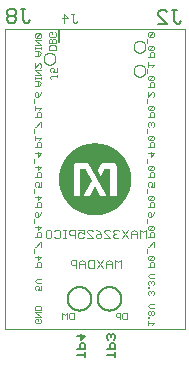
<source format=gbo>
G75*
%MOIN*%
%OFA0B0*%
%FSLAX25Y25*%
%IPPOS*%
%LPD*%
%AMOC8*
5,1,8,0,0,1.08239X$1,22.5*
%
%ADD10C,0.00000*%
%ADD11C,0.00200*%
%ADD12C,0.00300*%
%ADD13C,0.00500*%
%ADD14C,0.00001*%
%ADD15C,0.00800*%
%ADD16C,0.00600*%
D10*
X0008150Y0096576D02*
X0008150Y0196576D01*
X0068150Y0196576D01*
X0068150Y0096576D01*
X0008150Y0096576D01*
X0036469Y0134885D02*
X0038150Y0134765D01*
X0039831Y0134885D01*
X0041478Y0135243D01*
X0043056Y0135832D01*
X0044536Y0136640D01*
X0045885Y0137650D01*
X0047076Y0138841D01*
X0048086Y0140190D01*
X0048894Y0141669D01*
X0049483Y0143248D01*
X0049841Y0144895D01*
X0049961Y0146576D01*
X0049841Y0148257D01*
X0049483Y0149903D01*
X0048894Y0151482D01*
X0048086Y0152961D01*
X0047076Y0154310D01*
X0045885Y0155502D01*
X0044536Y0156512D01*
X0043056Y0157320D01*
X0041478Y0157908D01*
X0039831Y0158267D01*
X0038150Y0158387D01*
X0036469Y0158267D01*
X0034822Y0157908D01*
X0033244Y0157320D01*
X0031764Y0156512D01*
X0030415Y0155502D01*
X0029224Y0154310D01*
X0028214Y0152961D01*
X0027406Y0151482D01*
X0026817Y0149903D01*
X0026459Y0148257D01*
X0026339Y0146576D01*
X0030815Y0146576D01*
X0030815Y0150993D01*
X0030846Y0151263D01*
X0030935Y0151519D01*
X0031080Y0151749D01*
X0031272Y0151941D01*
X0031502Y0152086D01*
X0031758Y0152175D01*
X0032028Y0152206D01*
X0035339Y0152206D01*
X0035646Y0152167D01*
X0035933Y0152051D01*
X0036180Y0151864D01*
X0036370Y0151619D01*
X0042378Y0140796D01*
X0042993Y0140796D01*
X0042993Y0149946D01*
X0041603Y0149946D01*
X0040048Y0147158D01*
X0038744Y0149517D01*
X0039930Y0151619D01*
X0040119Y0151863D01*
X0040365Y0152050D01*
X0040651Y0152167D01*
X0040957Y0152206D01*
X0044272Y0152206D01*
X0044541Y0152175D01*
X0044797Y0152085D01*
X0045026Y0151940D01*
X0045218Y0151748D01*
X0045362Y0151519D01*
X0045451Y0151263D01*
X0045481Y0150993D01*
X0045481Y0146576D01*
X0049961Y0146576D01*
X0045481Y0146576D01*
X0045481Y0140796D01*
X0039752Y0140796D01*
X0038150Y0143694D01*
X0036548Y0140796D01*
X0033922Y0140796D01*
X0036843Y0146080D01*
X0034697Y0149946D01*
X0033307Y0149946D01*
X0033307Y0140796D01*
X0030815Y0140796D01*
X0030815Y0146576D01*
X0026339Y0146576D01*
X0026459Y0144895D01*
X0026817Y0143248D01*
X0027406Y0141669D01*
X0028214Y0140190D01*
X0029224Y0138841D01*
X0030415Y0137650D01*
X0031764Y0136640D01*
X0033244Y0135832D01*
X0034822Y0135243D01*
X0036469Y0134885D01*
X0051181Y0182576D02*
X0051183Y0182664D01*
X0051189Y0182752D01*
X0051199Y0182840D01*
X0051213Y0182928D01*
X0051230Y0183014D01*
X0051252Y0183100D01*
X0051277Y0183184D01*
X0051307Y0183268D01*
X0051339Y0183350D01*
X0051376Y0183430D01*
X0051416Y0183509D01*
X0051460Y0183586D01*
X0051507Y0183661D01*
X0051557Y0183733D01*
X0051611Y0183804D01*
X0051667Y0183871D01*
X0051727Y0183937D01*
X0051789Y0183999D01*
X0051855Y0184059D01*
X0051922Y0184115D01*
X0051993Y0184169D01*
X0052065Y0184219D01*
X0052140Y0184266D01*
X0052217Y0184310D01*
X0052296Y0184350D01*
X0052376Y0184387D01*
X0052458Y0184419D01*
X0052542Y0184449D01*
X0052626Y0184474D01*
X0052712Y0184496D01*
X0052798Y0184513D01*
X0052886Y0184527D01*
X0052974Y0184537D01*
X0053062Y0184543D01*
X0053150Y0184545D01*
X0053238Y0184543D01*
X0053326Y0184537D01*
X0053414Y0184527D01*
X0053502Y0184513D01*
X0053588Y0184496D01*
X0053674Y0184474D01*
X0053758Y0184449D01*
X0053842Y0184419D01*
X0053924Y0184387D01*
X0054004Y0184350D01*
X0054083Y0184310D01*
X0054160Y0184266D01*
X0054235Y0184219D01*
X0054307Y0184169D01*
X0054378Y0184115D01*
X0054445Y0184059D01*
X0054511Y0183999D01*
X0054573Y0183937D01*
X0054633Y0183871D01*
X0054689Y0183804D01*
X0054743Y0183733D01*
X0054793Y0183661D01*
X0054840Y0183586D01*
X0054884Y0183509D01*
X0054924Y0183430D01*
X0054961Y0183350D01*
X0054993Y0183268D01*
X0055023Y0183184D01*
X0055048Y0183100D01*
X0055070Y0183014D01*
X0055087Y0182928D01*
X0055101Y0182840D01*
X0055111Y0182752D01*
X0055117Y0182664D01*
X0055119Y0182576D01*
X0055117Y0182488D01*
X0055111Y0182400D01*
X0055101Y0182312D01*
X0055087Y0182224D01*
X0055070Y0182138D01*
X0055048Y0182052D01*
X0055023Y0181968D01*
X0054993Y0181884D01*
X0054961Y0181802D01*
X0054924Y0181722D01*
X0054884Y0181643D01*
X0054840Y0181566D01*
X0054793Y0181491D01*
X0054743Y0181419D01*
X0054689Y0181348D01*
X0054633Y0181281D01*
X0054573Y0181215D01*
X0054511Y0181153D01*
X0054445Y0181093D01*
X0054378Y0181037D01*
X0054307Y0180983D01*
X0054235Y0180933D01*
X0054160Y0180886D01*
X0054083Y0180842D01*
X0054004Y0180802D01*
X0053924Y0180765D01*
X0053842Y0180733D01*
X0053758Y0180703D01*
X0053674Y0180678D01*
X0053588Y0180656D01*
X0053502Y0180639D01*
X0053414Y0180625D01*
X0053326Y0180615D01*
X0053238Y0180609D01*
X0053150Y0180607D01*
X0053062Y0180609D01*
X0052974Y0180615D01*
X0052886Y0180625D01*
X0052798Y0180639D01*
X0052712Y0180656D01*
X0052626Y0180678D01*
X0052542Y0180703D01*
X0052458Y0180733D01*
X0052376Y0180765D01*
X0052296Y0180802D01*
X0052217Y0180842D01*
X0052140Y0180886D01*
X0052065Y0180933D01*
X0051993Y0180983D01*
X0051922Y0181037D01*
X0051855Y0181093D01*
X0051789Y0181153D01*
X0051727Y0181215D01*
X0051667Y0181281D01*
X0051611Y0181348D01*
X0051557Y0181419D01*
X0051507Y0181491D01*
X0051460Y0181566D01*
X0051416Y0181643D01*
X0051376Y0181722D01*
X0051339Y0181802D01*
X0051307Y0181884D01*
X0051277Y0181968D01*
X0051252Y0182052D01*
X0051230Y0182138D01*
X0051213Y0182224D01*
X0051199Y0182312D01*
X0051189Y0182400D01*
X0051183Y0182488D01*
X0051181Y0182576D01*
X0051181Y0190576D02*
X0051183Y0190664D01*
X0051189Y0190752D01*
X0051199Y0190840D01*
X0051213Y0190928D01*
X0051230Y0191014D01*
X0051252Y0191100D01*
X0051277Y0191184D01*
X0051307Y0191268D01*
X0051339Y0191350D01*
X0051376Y0191430D01*
X0051416Y0191509D01*
X0051460Y0191586D01*
X0051507Y0191661D01*
X0051557Y0191733D01*
X0051611Y0191804D01*
X0051667Y0191871D01*
X0051727Y0191937D01*
X0051789Y0191999D01*
X0051855Y0192059D01*
X0051922Y0192115D01*
X0051993Y0192169D01*
X0052065Y0192219D01*
X0052140Y0192266D01*
X0052217Y0192310D01*
X0052296Y0192350D01*
X0052376Y0192387D01*
X0052458Y0192419D01*
X0052542Y0192449D01*
X0052626Y0192474D01*
X0052712Y0192496D01*
X0052798Y0192513D01*
X0052886Y0192527D01*
X0052974Y0192537D01*
X0053062Y0192543D01*
X0053150Y0192545D01*
X0053238Y0192543D01*
X0053326Y0192537D01*
X0053414Y0192527D01*
X0053502Y0192513D01*
X0053588Y0192496D01*
X0053674Y0192474D01*
X0053758Y0192449D01*
X0053842Y0192419D01*
X0053924Y0192387D01*
X0054004Y0192350D01*
X0054083Y0192310D01*
X0054160Y0192266D01*
X0054235Y0192219D01*
X0054307Y0192169D01*
X0054378Y0192115D01*
X0054445Y0192059D01*
X0054511Y0191999D01*
X0054573Y0191937D01*
X0054633Y0191871D01*
X0054689Y0191804D01*
X0054743Y0191733D01*
X0054793Y0191661D01*
X0054840Y0191586D01*
X0054884Y0191509D01*
X0054924Y0191430D01*
X0054961Y0191350D01*
X0054993Y0191268D01*
X0055023Y0191184D01*
X0055048Y0191100D01*
X0055070Y0191014D01*
X0055087Y0190928D01*
X0055101Y0190840D01*
X0055111Y0190752D01*
X0055117Y0190664D01*
X0055119Y0190576D01*
X0055117Y0190488D01*
X0055111Y0190400D01*
X0055101Y0190312D01*
X0055087Y0190224D01*
X0055070Y0190138D01*
X0055048Y0190052D01*
X0055023Y0189968D01*
X0054993Y0189884D01*
X0054961Y0189802D01*
X0054924Y0189722D01*
X0054884Y0189643D01*
X0054840Y0189566D01*
X0054793Y0189491D01*
X0054743Y0189419D01*
X0054689Y0189348D01*
X0054633Y0189281D01*
X0054573Y0189215D01*
X0054511Y0189153D01*
X0054445Y0189093D01*
X0054378Y0189037D01*
X0054307Y0188983D01*
X0054235Y0188933D01*
X0054160Y0188886D01*
X0054083Y0188842D01*
X0054004Y0188802D01*
X0053924Y0188765D01*
X0053842Y0188733D01*
X0053758Y0188703D01*
X0053674Y0188678D01*
X0053588Y0188656D01*
X0053502Y0188639D01*
X0053414Y0188625D01*
X0053326Y0188615D01*
X0053238Y0188609D01*
X0053150Y0188607D01*
X0053062Y0188609D01*
X0052974Y0188615D01*
X0052886Y0188625D01*
X0052798Y0188639D01*
X0052712Y0188656D01*
X0052626Y0188678D01*
X0052542Y0188703D01*
X0052458Y0188733D01*
X0052376Y0188765D01*
X0052296Y0188802D01*
X0052217Y0188842D01*
X0052140Y0188886D01*
X0052065Y0188933D01*
X0051993Y0188983D01*
X0051922Y0189037D01*
X0051855Y0189093D01*
X0051789Y0189153D01*
X0051727Y0189215D01*
X0051667Y0189281D01*
X0051611Y0189348D01*
X0051557Y0189419D01*
X0051507Y0189491D01*
X0051460Y0189566D01*
X0051416Y0189643D01*
X0051376Y0189722D01*
X0051339Y0189802D01*
X0051307Y0189884D01*
X0051277Y0189968D01*
X0051252Y0190052D01*
X0051230Y0190138D01*
X0051213Y0190224D01*
X0051199Y0190312D01*
X0051189Y0190400D01*
X0051183Y0190488D01*
X0051181Y0190576D01*
X0021181Y0186576D02*
X0021183Y0186664D01*
X0021189Y0186752D01*
X0021199Y0186840D01*
X0021213Y0186928D01*
X0021230Y0187014D01*
X0021252Y0187100D01*
X0021277Y0187184D01*
X0021307Y0187268D01*
X0021339Y0187350D01*
X0021376Y0187430D01*
X0021416Y0187509D01*
X0021460Y0187586D01*
X0021507Y0187661D01*
X0021557Y0187733D01*
X0021611Y0187804D01*
X0021667Y0187871D01*
X0021727Y0187937D01*
X0021789Y0187999D01*
X0021855Y0188059D01*
X0021922Y0188115D01*
X0021993Y0188169D01*
X0022065Y0188219D01*
X0022140Y0188266D01*
X0022217Y0188310D01*
X0022296Y0188350D01*
X0022376Y0188387D01*
X0022458Y0188419D01*
X0022542Y0188449D01*
X0022626Y0188474D01*
X0022712Y0188496D01*
X0022798Y0188513D01*
X0022886Y0188527D01*
X0022974Y0188537D01*
X0023062Y0188543D01*
X0023150Y0188545D01*
X0023238Y0188543D01*
X0023326Y0188537D01*
X0023414Y0188527D01*
X0023502Y0188513D01*
X0023588Y0188496D01*
X0023674Y0188474D01*
X0023758Y0188449D01*
X0023842Y0188419D01*
X0023924Y0188387D01*
X0024004Y0188350D01*
X0024083Y0188310D01*
X0024160Y0188266D01*
X0024235Y0188219D01*
X0024307Y0188169D01*
X0024378Y0188115D01*
X0024445Y0188059D01*
X0024511Y0187999D01*
X0024573Y0187937D01*
X0024633Y0187871D01*
X0024689Y0187804D01*
X0024743Y0187733D01*
X0024793Y0187661D01*
X0024840Y0187586D01*
X0024884Y0187509D01*
X0024924Y0187430D01*
X0024961Y0187350D01*
X0024993Y0187268D01*
X0025023Y0187184D01*
X0025048Y0187100D01*
X0025070Y0187014D01*
X0025087Y0186928D01*
X0025101Y0186840D01*
X0025111Y0186752D01*
X0025117Y0186664D01*
X0025119Y0186576D01*
X0025117Y0186488D01*
X0025111Y0186400D01*
X0025101Y0186312D01*
X0025087Y0186224D01*
X0025070Y0186138D01*
X0025048Y0186052D01*
X0025023Y0185968D01*
X0024993Y0185884D01*
X0024961Y0185802D01*
X0024924Y0185722D01*
X0024884Y0185643D01*
X0024840Y0185566D01*
X0024793Y0185491D01*
X0024743Y0185419D01*
X0024689Y0185348D01*
X0024633Y0185281D01*
X0024573Y0185215D01*
X0024511Y0185153D01*
X0024445Y0185093D01*
X0024378Y0185037D01*
X0024307Y0184983D01*
X0024235Y0184933D01*
X0024160Y0184886D01*
X0024083Y0184842D01*
X0024004Y0184802D01*
X0023924Y0184765D01*
X0023842Y0184733D01*
X0023758Y0184703D01*
X0023674Y0184678D01*
X0023588Y0184656D01*
X0023502Y0184639D01*
X0023414Y0184625D01*
X0023326Y0184615D01*
X0023238Y0184609D01*
X0023150Y0184607D01*
X0023062Y0184609D01*
X0022974Y0184615D01*
X0022886Y0184625D01*
X0022798Y0184639D01*
X0022712Y0184656D01*
X0022626Y0184678D01*
X0022542Y0184703D01*
X0022458Y0184733D01*
X0022376Y0184765D01*
X0022296Y0184802D01*
X0022217Y0184842D01*
X0022140Y0184886D01*
X0022065Y0184933D01*
X0021993Y0184983D01*
X0021922Y0185037D01*
X0021855Y0185093D01*
X0021789Y0185153D01*
X0021727Y0185215D01*
X0021667Y0185281D01*
X0021611Y0185348D01*
X0021557Y0185419D01*
X0021507Y0185491D01*
X0021460Y0185566D01*
X0021416Y0185643D01*
X0021376Y0185722D01*
X0021339Y0185802D01*
X0021307Y0185884D01*
X0021277Y0185968D01*
X0021252Y0186052D01*
X0021230Y0186138D01*
X0021213Y0186224D01*
X0021199Y0186312D01*
X0021189Y0186400D01*
X0021183Y0186488D01*
X0021181Y0186576D01*
D11*
X0019718Y0187624D02*
X0020452Y0188358D01*
X0019718Y0189092D01*
X0018250Y0189092D01*
X0018250Y0189834D02*
X0018250Y0190568D01*
X0018250Y0190201D02*
X0020452Y0190201D01*
X0020452Y0189834D02*
X0020452Y0190568D01*
X0020452Y0191307D02*
X0018250Y0192775D01*
X0020452Y0192775D01*
X0020085Y0193517D02*
X0020452Y0193884D01*
X0020452Y0194618D01*
X0020085Y0194985D01*
X0018617Y0193517D01*
X0018250Y0193884D01*
X0018250Y0194618D01*
X0018617Y0194985D01*
X0020085Y0194985D01*
X0020085Y0193517D02*
X0018617Y0193517D01*
X0018250Y0191307D02*
X0020452Y0191307D01*
X0019351Y0189092D02*
X0019351Y0187624D01*
X0019718Y0187624D02*
X0018250Y0187624D01*
X0018250Y0184985D02*
X0018250Y0183517D01*
X0019718Y0184985D01*
X0020085Y0184985D01*
X0020452Y0184618D01*
X0020452Y0183884D01*
X0020085Y0183517D01*
X0020452Y0182775D02*
X0018250Y0182775D01*
X0020452Y0181307D01*
X0018250Y0181307D01*
X0018250Y0180568D02*
X0018250Y0179834D01*
X0018250Y0180201D02*
X0020452Y0180201D01*
X0020452Y0179834D02*
X0020452Y0180568D01*
X0019718Y0179092D02*
X0018250Y0179092D01*
X0019351Y0179092D02*
X0019351Y0177624D01*
X0019718Y0177624D02*
X0020452Y0178358D01*
X0019718Y0179092D01*
X0019718Y0177624D02*
X0018250Y0177624D01*
X0018617Y0175354D02*
X0018984Y0175354D01*
X0019351Y0174987D01*
X0019351Y0173886D01*
X0018617Y0173886D01*
X0018250Y0174253D01*
X0018250Y0174987D01*
X0018617Y0175354D01*
X0020085Y0174620D02*
X0019351Y0173886D01*
X0020085Y0174620D02*
X0020452Y0175354D01*
X0017883Y0173144D02*
X0017883Y0171676D01*
X0018250Y0170934D02*
X0018250Y0169466D01*
X0018250Y0170200D02*
X0020452Y0170200D01*
X0019718Y0169466D01*
X0020085Y0168724D02*
X0019351Y0168724D01*
X0018984Y0168357D01*
X0018984Y0167256D01*
X0018250Y0167256D02*
X0020452Y0167256D01*
X0020452Y0168357D01*
X0020085Y0168724D01*
X0020085Y0165354D02*
X0018617Y0163886D01*
X0018250Y0163886D01*
X0017883Y0163144D02*
X0017883Y0161676D01*
X0018250Y0160934D02*
X0018250Y0159466D01*
X0018250Y0160200D02*
X0020452Y0160200D01*
X0019718Y0159466D01*
X0020085Y0158724D02*
X0019351Y0158724D01*
X0018984Y0158357D01*
X0018984Y0157256D01*
X0018250Y0157256D02*
X0020452Y0157256D01*
X0020452Y0158357D01*
X0020085Y0158724D01*
X0019351Y0155354D02*
X0019351Y0153886D01*
X0020452Y0154987D01*
X0018250Y0154987D01*
X0017883Y0153144D02*
X0017883Y0151676D01*
X0018250Y0150567D02*
X0020452Y0150567D01*
X0019351Y0149466D01*
X0019351Y0150934D01*
X0019351Y0148724D02*
X0018984Y0148357D01*
X0018984Y0147256D01*
X0018250Y0147256D02*
X0020452Y0147256D01*
X0020452Y0148357D01*
X0020085Y0148724D01*
X0019351Y0148724D01*
X0019351Y0145354D02*
X0018617Y0145354D01*
X0018250Y0144987D01*
X0018250Y0144253D01*
X0018617Y0143886D01*
X0019351Y0143886D02*
X0019718Y0144620D01*
X0019718Y0144987D01*
X0019351Y0145354D01*
X0020452Y0145354D02*
X0020452Y0143886D01*
X0019351Y0143886D01*
X0017883Y0143144D02*
X0017883Y0141676D01*
X0018250Y0140567D02*
X0020452Y0140567D01*
X0019351Y0139466D01*
X0019351Y0140934D01*
X0019351Y0138724D02*
X0018984Y0138357D01*
X0018984Y0137256D01*
X0018250Y0137256D02*
X0020452Y0137256D01*
X0020452Y0138357D01*
X0020085Y0138724D01*
X0019351Y0138724D01*
X0018984Y0135354D02*
X0019351Y0134987D01*
X0019351Y0133886D01*
X0018617Y0133886D01*
X0018250Y0134253D01*
X0018250Y0134987D01*
X0018617Y0135354D01*
X0018984Y0135354D01*
X0020085Y0134620D02*
X0020452Y0135354D01*
X0020085Y0134620D02*
X0019351Y0133886D01*
X0017883Y0133144D02*
X0017883Y0131676D01*
X0018250Y0130567D02*
X0020452Y0130567D01*
X0019351Y0129466D01*
X0019351Y0130934D01*
X0019351Y0128724D02*
X0018984Y0128357D01*
X0018984Y0127256D01*
X0018250Y0127256D02*
X0020452Y0127256D01*
X0020452Y0128357D01*
X0020085Y0128724D01*
X0019351Y0128724D01*
X0020085Y0125354D02*
X0018617Y0123886D01*
X0018250Y0123886D01*
X0017883Y0123144D02*
X0017883Y0121676D01*
X0018250Y0120567D02*
X0020452Y0120567D01*
X0019351Y0119466D01*
X0019351Y0120934D01*
X0019351Y0118724D02*
X0018984Y0118357D01*
X0018984Y0117256D01*
X0018250Y0117256D02*
X0020452Y0117256D01*
X0020452Y0118357D01*
X0020085Y0118724D01*
X0019351Y0118724D01*
X0018984Y0113144D02*
X0020452Y0113144D01*
X0018984Y0113144D02*
X0018250Y0112410D01*
X0018984Y0111676D01*
X0020452Y0111676D01*
X0020452Y0110934D02*
X0020452Y0109466D01*
X0019351Y0109466D01*
X0019718Y0110200D01*
X0019718Y0110567D01*
X0019351Y0110934D01*
X0018617Y0110934D01*
X0018250Y0110567D01*
X0018250Y0109833D01*
X0018617Y0109466D01*
X0018617Y0104249D02*
X0020085Y0104249D01*
X0020452Y0103882D01*
X0020452Y0102781D01*
X0018250Y0102781D01*
X0018250Y0103882D01*
X0018617Y0104249D01*
X0018250Y0102039D02*
X0020452Y0102039D01*
X0020452Y0100571D02*
X0018250Y0102039D01*
X0018250Y0100571D02*
X0020452Y0100571D01*
X0020085Y0099829D02*
X0020452Y0099462D01*
X0020452Y0098728D01*
X0020085Y0098361D01*
X0018617Y0098361D01*
X0018250Y0098728D01*
X0018250Y0099462D01*
X0018617Y0099829D01*
X0019351Y0099829D01*
X0019351Y0099095D01*
X0027476Y0099751D02*
X0027476Y0101952D01*
X0028210Y0101219D01*
X0028944Y0101952D01*
X0028944Y0099751D01*
X0029686Y0100118D02*
X0029686Y0101586D01*
X0030053Y0101952D01*
X0031154Y0101952D01*
X0031154Y0099751D01*
X0030053Y0099751D01*
X0029686Y0100118D01*
X0045188Y0100852D02*
X0045555Y0100485D01*
X0046656Y0100485D01*
X0046656Y0099751D02*
X0046656Y0101952D01*
X0045555Y0101952D01*
X0045188Y0101586D01*
X0045188Y0100852D01*
X0047398Y0101586D02*
X0047765Y0101952D01*
X0048866Y0101952D01*
X0048866Y0099751D01*
X0047765Y0099751D01*
X0047398Y0100118D01*
X0047398Y0101586D01*
X0055850Y0101490D02*
X0056217Y0101123D01*
X0056584Y0101123D01*
X0056951Y0101490D01*
X0056951Y0102224D01*
X0056584Y0102591D01*
X0056217Y0102591D01*
X0055850Y0102224D01*
X0055850Y0101490D01*
X0056951Y0101490D02*
X0057318Y0101123D01*
X0057685Y0101123D01*
X0058052Y0101490D01*
X0058052Y0102224D01*
X0057685Y0102591D01*
X0057318Y0102591D01*
X0056951Y0102224D01*
X0056584Y0103333D02*
X0055850Y0104067D01*
X0056584Y0104801D01*
X0058052Y0104801D01*
X0058052Y0103333D02*
X0056584Y0103333D01*
X0056217Y0100385D02*
X0055850Y0100385D01*
X0055850Y0100018D01*
X0056217Y0100018D01*
X0056217Y0100385D01*
X0055850Y0099276D02*
X0055850Y0097809D01*
X0055850Y0098542D02*
X0058052Y0098542D01*
X0057318Y0097809D01*
X0057685Y0107809D02*
X0058052Y0108175D01*
X0058052Y0108909D01*
X0057685Y0109276D01*
X0057318Y0109276D01*
X0056951Y0108909D01*
X0056584Y0109276D01*
X0056217Y0109276D01*
X0055850Y0108909D01*
X0055850Y0108175D01*
X0056217Y0107809D01*
X0056951Y0108542D02*
X0056951Y0108909D01*
X0056217Y0110018D02*
X0056217Y0110385D01*
X0055850Y0110385D01*
X0055850Y0110018D01*
X0056217Y0110018D01*
X0056217Y0111123D02*
X0055850Y0111490D01*
X0055850Y0112224D01*
X0056217Y0112591D01*
X0056584Y0112591D01*
X0056951Y0112224D01*
X0056951Y0111857D01*
X0056951Y0112224D02*
X0057318Y0112591D01*
X0057685Y0112591D01*
X0058052Y0112224D01*
X0058052Y0111490D01*
X0057685Y0111123D01*
X0058052Y0113333D02*
X0056584Y0113333D01*
X0055850Y0114067D01*
X0056584Y0114801D01*
X0058052Y0114801D01*
X0058052Y0117256D02*
X0055850Y0117256D01*
X0056584Y0117256D02*
X0056584Y0118357D01*
X0056951Y0118724D01*
X0057685Y0118724D01*
X0058052Y0118357D01*
X0058052Y0117256D01*
X0057685Y0119466D02*
X0058052Y0119833D01*
X0058052Y0120567D01*
X0057685Y0120934D01*
X0056217Y0119466D01*
X0055850Y0119833D01*
X0055850Y0120567D01*
X0056217Y0120934D01*
X0057685Y0120934D01*
X0057685Y0119466D02*
X0056217Y0119466D01*
X0055483Y0121676D02*
X0055483Y0123144D01*
X0055850Y0123886D02*
X0056217Y0123886D01*
X0057685Y0125354D01*
X0058052Y0125354D01*
X0058052Y0123886D01*
X0058052Y0127256D02*
X0055850Y0127256D01*
X0056584Y0127256D02*
X0056584Y0128357D01*
X0056951Y0128724D01*
X0057685Y0128724D01*
X0058052Y0128357D01*
X0058052Y0127256D01*
X0057685Y0129466D02*
X0058052Y0129833D01*
X0058052Y0130567D01*
X0057685Y0130934D01*
X0056217Y0129466D01*
X0055850Y0129833D01*
X0055850Y0130567D01*
X0056217Y0130934D01*
X0057685Y0130934D01*
X0057685Y0129466D02*
X0056217Y0129466D01*
X0055483Y0131676D02*
X0055483Y0133144D01*
X0056217Y0133886D02*
X0055850Y0134253D01*
X0055850Y0134987D01*
X0056217Y0135354D01*
X0056584Y0135354D01*
X0056951Y0134987D01*
X0056951Y0133886D01*
X0056217Y0133886D01*
X0056951Y0133886D02*
X0057685Y0134620D01*
X0058052Y0135354D01*
X0058052Y0137256D02*
X0055850Y0137256D01*
X0056584Y0137256D02*
X0056584Y0138357D01*
X0056951Y0138724D01*
X0057685Y0138724D01*
X0058052Y0138357D01*
X0058052Y0137256D01*
X0057685Y0139466D02*
X0058052Y0139833D01*
X0058052Y0140567D01*
X0057685Y0140934D01*
X0056217Y0139466D01*
X0055850Y0139833D01*
X0055850Y0140567D01*
X0056217Y0140934D01*
X0057685Y0140934D01*
X0057685Y0139466D02*
X0056217Y0139466D01*
X0055483Y0141676D02*
X0055483Y0143144D01*
X0056217Y0143886D02*
X0055850Y0144253D01*
X0055850Y0144987D01*
X0056217Y0145354D01*
X0056951Y0145354D01*
X0057318Y0144987D01*
X0057318Y0144620D01*
X0056951Y0143886D01*
X0058052Y0143886D01*
X0058052Y0145354D01*
X0058052Y0147256D02*
X0055850Y0147256D01*
X0056584Y0147256D02*
X0056584Y0148357D01*
X0056951Y0148724D01*
X0057685Y0148724D01*
X0058052Y0148357D01*
X0058052Y0147256D01*
X0057685Y0149466D02*
X0058052Y0149833D01*
X0058052Y0150567D01*
X0057685Y0150934D01*
X0056217Y0149466D01*
X0055850Y0149833D01*
X0055850Y0150567D01*
X0056217Y0150934D01*
X0057685Y0150934D01*
X0057685Y0149466D02*
X0056217Y0149466D01*
X0055483Y0151676D02*
X0055483Y0153144D01*
X0056951Y0153886D02*
X0056951Y0155354D01*
X0055850Y0154987D02*
X0058052Y0154987D01*
X0056951Y0153886D01*
X0056584Y0157256D02*
X0056584Y0158357D01*
X0056951Y0158724D01*
X0057685Y0158724D01*
X0058052Y0158357D01*
X0058052Y0157256D01*
X0055850Y0157256D01*
X0056217Y0159466D02*
X0057685Y0160934D01*
X0056217Y0160934D01*
X0055850Y0160567D01*
X0055850Y0159833D01*
X0056217Y0159466D01*
X0057685Y0159466D01*
X0058052Y0159833D01*
X0058052Y0160567D01*
X0057685Y0160934D01*
X0055483Y0161676D02*
X0055483Y0163144D01*
X0056217Y0163886D02*
X0055850Y0164253D01*
X0055850Y0164987D01*
X0056217Y0165354D01*
X0056584Y0165354D01*
X0056951Y0164987D01*
X0056951Y0164620D01*
X0056951Y0164987D02*
X0057318Y0165354D01*
X0057685Y0165354D01*
X0058052Y0164987D01*
X0058052Y0164253D01*
X0057685Y0163886D01*
X0058052Y0167256D02*
X0055850Y0167256D01*
X0056584Y0167256D02*
X0056584Y0168357D01*
X0056951Y0168724D01*
X0057685Y0168724D01*
X0058052Y0168357D01*
X0058052Y0167256D01*
X0057685Y0169466D02*
X0058052Y0169833D01*
X0058052Y0170567D01*
X0057685Y0170934D01*
X0056217Y0169466D01*
X0055850Y0169833D01*
X0055850Y0170567D01*
X0056217Y0170934D01*
X0057685Y0170934D01*
X0057685Y0169466D02*
X0056217Y0169466D01*
X0055483Y0171676D02*
X0055483Y0173144D01*
X0055850Y0173886D02*
X0057318Y0175354D01*
X0057685Y0175354D01*
X0058052Y0174987D01*
X0058052Y0174253D01*
X0057685Y0173886D01*
X0055850Y0173886D02*
X0055850Y0175354D01*
X0055850Y0177256D02*
X0058052Y0177256D01*
X0058052Y0178357D01*
X0057685Y0178724D01*
X0056951Y0178724D01*
X0056584Y0178357D01*
X0056584Y0177256D01*
X0056217Y0179466D02*
X0057685Y0180934D01*
X0056217Y0180934D01*
X0055850Y0180567D01*
X0055850Y0179833D01*
X0056217Y0179466D01*
X0057685Y0179466D01*
X0058052Y0179833D01*
X0058052Y0180567D01*
X0057685Y0180934D01*
X0055483Y0181676D02*
X0055483Y0183144D01*
X0055850Y0183886D02*
X0055850Y0185354D01*
X0055850Y0184620D02*
X0058052Y0184620D01*
X0057318Y0183886D01*
X0058052Y0187256D02*
X0055850Y0187256D01*
X0056584Y0187256D02*
X0056584Y0188357D01*
X0056951Y0188724D01*
X0057685Y0188724D01*
X0058052Y0188357D01*
X0058052Y0187256D01*
X0057685Y0189466D02*
X0058052Y0189833D01*
X0058052Y0190567D01*
X0057685Y0190934D01*
X0056217Y0189466D01*
X0055850Y0189833D01*
X0055850Y0190567D01*
X0056217Y0190934D01*
X0057685Y0190934D01*
X0057685Y0189466D02*
X0056217Y0189466D01*
X0055483Y0191676D02*
X0055483Y0193144D01*
X0056217Y0193886D02*
X0057685Y0195354D01*
X0056217Y0195354D01*
X0055850Y0194987D01*
X0055850Y0194253D01*
X0056217Y0193886D01*
X0057685Y0193886D01*
X0058052Y0194253D01*
X0058052Y0194987D01*
X0057685Y0195354D01*
X0025511Y0183464D02*
X0025511Y0181996D01*
X0024410Y0181996D01*
X0024777Y0182730D01*
X0024777Y0183097D01*
X0024410Y0183464D01*
X0023676Y0183464D01*
X0023309Y0183097D01*
X0023309Y0182363D01*
X0023676Y0181996D01*
X0023676Y0180887D02*
X0025511Y0180887D01*
X0025511Y0180520D02*
X0025511Y0181254D01*
X0023676Y0180887D02*
X0023309Y0180520D01*
X0023309Y0180153D01*
X0023676Y0179786D01*
X0022995Y0189522D02*
X0022995Y0190623D01*
X0023362Y0190990D01*
X0024830Y0190990D01*
X0025197Y0190623D01*
X0025197Y0189522D01*
X0022995Y0189522D01*
X0022995Y0191732D02*
X0022995Y0192833D01*
X0023362Y0193200D01*
X0023729Y0193200D01*
X0024096Y0192833D01*
X0024096Y0191732D01*
X0025197Y0191732D02*
X0025197Y0192833D01*
X0024830Y0193200D01*
X0024463Y0193200D01*
X0024096Y0192833D01*
X0024830Y0193942D02*
X0023362Y0193942D01*
X0022995Y0194309D01*
X0022995Y0195043D01*
X0023362Y0195410D01*
X0024096Y0195410D01*
X0024096Y0194676D01*
X0024830Y0193942D02*
X0025197Y0194309D01*
X0025197Y0195043D01*
X0024830Y0195410D01*
X0025197Y0191732D02*
X0022995Y0191732D01*
X0020452Y0165354D02*
X0020085Y0165354D01*
X0020452Y0165354D02*
X0020452Y0163886D01*
X0020452Y0125354D02*
X0020085Y0125354D01*
X0020452Y0125354D02*
X0020452Y0123886D01*
D12*
X0022307Y0126726D02*
X0021824Y0127210D01*
X0021824Y0129145D01*
X0022307Y0129628D01*
X0023275Y0129628D01*
X0023758Y0129145D01*
X0023758Y0127210D01*
X0023275Y0126726D01*
X0022307Y0126726D01*
X0024770Y0127210D02*
X0025254Y0126726D01*
X0026221Y0126726D01*
X0026705Y0127210D01*
X0026705Y0129145D01*
X0026221Y0129628D01*
X0025254Y0129628D01*
X0024770Y0129145D01*
X0027702Y0129628D02*
X0028669Y0129628D01*
X0028186Y0129628D02*
X0028186Y0126726D01*
X0028669Y0126726D02*
X0027702Y0126726D01*
X0029681Y0128177D02*
X0030165Y0127693D01*
X0031616Y0127693D01*
X0031616Y0126726D02*
X0031616Y0129628D01*
X0030165Y0129628D01*
X0029681Y0129145D01*
X0029681Y0128177D01*
X0032627Y0128177D02*
X0032627Y0127210D01*
X0033111Y0126726D01*
X0034079Y0126726D01*
X0034562Y0127210D01*
X0034562Y0128177D02*
X0033595Y0128661D01*
X0033111Y0128661D01*
X0032627Y0128177D01*
X0032627Y0129628D02*
X0034562Y0129628D01*
X0034562Y0128177D01*
X0035574Y0128661D02*
X0035574Y0129145D01*
X0036058Y0129628D01*
X0037025Y0129628D01*
X0037509Y0129145D01*
X0038520Y0129628D02*
X0039488Y0129145D01*
X0040455Y0128177D01*
X0039004Y0128177D01*
X0038520Y0127693D01*
X0038520Y0127210D01*
X0039004Y0126726D01*
X0039972Y0126726D01*
X0040455Y0127210D01*
X0040455Y0128177D01*
X0041467Y0128661D02*
X0041467Y0129145D01*
X0041951Y0129628D01*
X0042918Y0129628D01*
X0043402Y0129145D01*
X0044413Y0129145D02*
X0044413Y0128661D01*
X0044897Y0128177D01*
X0044413Y0127693D01*
X0044413Y0127210D01*
X0044897Y0126726D01*
X0045865Y0126726D01*
X0046348Y0127210D01*
X0047360Y0126726D02*
X0049295Y0129628D01*
X0050307Y0128661D02*
X0050307Y0126726D01*
X0049295Y0126726D02*
X0047360Y0129628D01*
X0046348Y0129145D02*
X0045865Y0129628D01*
X0044897Y0129628D01*
X0044413Y0129145D01*
X0044897Y0128177D02*
X0045381Y0128177D01*
X0043402Y0126726D02*
X0041467Y0128661D01*
X0041467Y0126726D02*
X0043402Y0126726D01*
X0037509Y0126726D02*
X0035574Y0128661D01*
X0035574Y0126726D02*
X0037509Y0126726D01*
X0038000Y0119628D02*
X0036549Y0119628D01*
X0036065Y0119145D01*
X0036065Y0117210D01*
X0036549Y0116726D01*
X0038000Y0116726D01*
X0038000Y0119628D01*
X0039012Y0119628D02*
X0040947Y0116726D01*
X0041958Y0116726D02*
X0041958Y0118661D01*
X0042926Y0119628D01*
X0043893Y0118661D01*
X0043893Y0116726D01*
X0044905Y0116726D02*
X0044905Y0119628D01*
X0045872Y0118661D01*
X0046840Y0119628D01*
X0046840Y0116726D01*
X0043893Y0118177D02*
X0041958Y0118177D01*
X0040947Y0119628D02*
X0039012Y0116726D01*
X0035053Y0116726D02*
X0035053Y0118661D01*
X0034086Y0119628D01*
X0033119Y0118661D01*
X0033119Y0116726D01*
X0032107Y0116726D02*
X0032107Y0119628D01*
X0030656Y0119628D01*
X0030172Y0119145D01*
X0030172Y0118177D01*
X0030656Y0117693D01*
X0032107Y0117693D01*
X0033119Y0118177D02*
X0035053Y0118177D01*
X0050307Y0128177D02*
X0052241Y0128177D01*
X0052241Y0128661D02*
X0051274Y0129628D01*
X0050307Y0128661D01*
X0052241Y0128661D02*
X0052241Y0126726D01*
X0053253Y0126726D02*
X0053253Y0129628D01*
X0054221Y0128661D01*
X0055188Y0129628D01*
X0055188Y0126726D01*
X0031823Y0198631D02*
X0031340Y0198631D01*
X0030856Y0199115D01*
X0030856Y0201534D01*
X0031340Y0201534D02*
X0030372Y0201534D01*
X0029361Y0200083D02*
X0027426Y0200083D01*
X0027909Y0201534D02*
X0027909Y0198631D01*
X0029361Y0200083D02*
X0027909Y0201534D01*
X0031823Y0198631D02*
X0032307Y0199115D01*
D13*
X0026150Y0196076D02*
X0026150Y0192076D01*
X0016625Y0199383D02*
X0015875Y0198632D01*
X0015124Y0198632D01*
X0014373Y0199383D01*
X0014373Y0203136D01*
X0013623Y0203136D02*
X0015124Y0203136D01*
X0012021Y0202385D02*
X0012021Y0201635D01*
X0011271Y0200884D01*
X0009769Y0200884D01*
X0009019Y0200133D01*
X0009019Y0199383D01*
X0009769Y0198632D01*
X0011271Y0198632D01*
X0012021Y0199383D01*
X0012021Y0200133D01*
X0011271Y0200884D01*
X0009769Y0200884D02*
X0009019Y0201635D01*
X0009019Y0202385D01*
X0009769Y0203136D01*
X0011271Y0203136D01*
X0012021Y0202385D01*
X0059412Y0201992D02*
X0060163Y0202742D01*
X0061664Y0202742D01*
X0062415Y0201992D01*
X0064016Y0202742D02*
X0065518Y0202742D01*
X0064767Y0202742D02*
X0064767Y0198989D01*
X0065518Y0198238D01*
X0066268Y0198238D01*
X0067019Y0198989D01*
X0062415Y0198238D02*
X0059412Y0201241D01*
X0059412Y0201992D01*
X0059412Y0198238D02*
X0062415Y0198238D01*
D14*
X0043058Y0157319D02*
X0033242Y0157319D01*
X0033241Y0157318D02*
X0043059Y0157318D01*
X0043061Y0157317D02*
X0033239Y0157317D01*
X0033237Y0157316D02*
X0043063Y0157316D01*
X0043065Y0157315D02*
X0033235Y0157315D01*
X0033233Y0157314D02*
X0043067Y0157314D01*
X0043068Y0157313D02*
X0033232Y0157313D01*
X0033230Y0157312D02*
X0043070Y0157312D01*
X0043072Y0157311D02*
X0033228Y0157311D01*
X0033226Y0157310D02*
X0043074Y0157310D01*
X0043076Y0157309D02*
X0033224Y0157309D01*
X0033223Y0157308D02*
X0043077Y0157308D01*
X0043079Y0157307D02*
X0033221Y0157307D01*
X0033219Y0157306D02*
X0043081Y0157306D01*
X0043083Y0157305D02*
X0033217Y0157305D01*
X0033215Y0157304D02*
X0043085Y0157304D01*
X0043086Y0157303D02*
X0033214Y0157303D01*
X0033212Y0157302D02*
X0043088Y0157302D01*
X0043090Y0157301D02*
X0033210Y0157301D01*
X0033208Y0157300D02*
X0043092Y0157300D01*
X0043094Y0157299D02*
X0033206Y0157299D01*
X0033205Y0157298D02*
X0043095Y0157298D01*
X0043097Y0157297D02*
X0033203Y0157297D01*
X0033201Y0157296D02*
X0043099Y0157296D01*
X0043101Y0157295D02*
X0033199Y0157295D01*
X0033197Y0157294D02*
X0043103Y0157294D01*
X0043104Y0157293D02*
X0033196Y0157293D01*
X0033194Y0157292D02*
X0043106Y0157292D01*
X0043108Y0157291D02*
X0033192Y0157291D01*
X0033190Y0157290D02*
X0043110Y0157290D01*
X0043112Y0157289D02*
X0033188Y0157289D01*
X0033187Y0157288D02*
X0043113Y0157288D01*
X0043115Y0157287D02*
X0033185Y0157287D01*
X0033183Y0157286D02*
X0043117Y0157286D01*
X0043119Y0157285D02*
X0033181Y0157285D01*
X0033179Y0157284D02*
X0043121Y0157284D01*
X0043122Y0157283D02*
X0033178Y0157283D01*
X0033176Y0157283D02*
X0043124Y0157283D01*
X0043126Y0157282D02*
X0033174Y0157282D01*
X0033172Y0157281D02*
X0043128Y0157281D01*
X0043130Y0157280D02*
X0033170Y0157280D01*
X0033169Y0157279D02*
X0043131Y0157279D01*
X0043133Y0157278D02*
X0033167Y0157278D01*
X0033165Y0157277D02*
X0043135Y0157277D01*
X0043137Y0157276D02*
X0033163Y0157276D01*
X0033161Y0157275D02*
X0043139Y0157275D01*
X0043140Y0157274D02*
X0033160Y0157274D01*
X0033158Y0157273D02*
X0043142Y0157273D01*
X0043144Y0157272D02*
X0033156Y0157272D01*
X0033154Y0157271D02*
X0043146Y0157271D01*
X0043148Y0157270D02*
X0033152Y0157270D01*
X0033151Y0157269D02*
X0043149Y0157269D01*
X0043151Y0157268D02*
X0033149Y0157268D01*
X0033147Y0157267D02*
X0043153Y0157267D01*
X0043155Y0157266D02*
X0033145Y0157266D01*
X0033143Y0157265D02*
X0043157Y0157265D01*
X0043158Y0157264D02*
X0033142Y0157264D01*
X0033140Y0157263D02*
X0043160Y0157263D01*
X0043162Y0157262D02*
X0033138Y0157262D01*
X0033136Y0157261D02*
X0043164Y0157261D01*
X0043166Y0157260D02*
X0033134Y0157260D01*
X0033133Y0157259D02*
X0043167Y0157259D01*
X0043169Y0157258D02*
X0033131Y0157258D01*
X0033129Y0157257D02*
X0043171Y0157257D01*
X0043173Y0157256D02*
X0033127Y0157256D01*
X0033125Y0157255D02*
X0043175Y0157255D01*
X0043176Y0157254D02*
X0033123Y0157254D01*
X0033122Y0157253D02*
X0043178Y0157253D01*
X0043180Y0157252D02*
X0033120Y0157252D01*
X0033118Y0157251D02*
X0043182Y0157251D01*
X0043184Y0157250D02*
X0033116Y0157250D01*
X0033114Y0157249D02*
X0043186Y0157249D01*
X0043187Y0157248D02*
X0033113Y0157248D01*
X0033111Y0157247D02*
X0043189Y0157247D01*
X0043191Y0157246D02*
X0033109Y0157246D01*
X0033107Y0157245D02*
X0043193Y0157245D01*
X0043195Y0157244D02*
X0033105Y0157244D01*
X0033104Y0157243D02*
X0043196Y0157243D01*
X0043198Y0157242D02*
X0033102Y0157242D01*
X0033100Y0157241D02*
X0043200Y0157241D01*
X0043202Y0157240D02*
X0033098Y0157240D01*
X0033096Y0157239D02*
X0043204Y0157239D01*
X0043205Y0157238D02*
X0033095Y0157238D01*
X0033093Y0157237D02*
X0043207Y0157237D01*
X0043209Y0157236D02*
X0033091Y0157236D01*
X0033089Y0157235D02*
X0043211Y0157235D01*
X0043213Y0157234D02*
X0033087Y0157234D01*
X0033086Y0157233D02*
X0043214Y0157233D01*
X0043216Y0157232D02*
X0033084Y0157232D01*
X0033082Y0157231D02*
X0043218Y0157231D01*
X0043220Y0157230D02*
X0033080Y0157230D01*
X0033078Y0157229D02*
X0043222Y0157229D01*
X0043223Y0157228D02*
X0033077Y0157228D01*
X0033075Y0157227D02*
X0043225Y0157227D01*
X0043227Y0157226D02*
X0033073Y0157226D01*
X0033071Y0157225D02*
X0043229Y0157225D01*
X0043231Y0157224D02*
X0033069Y0157224D01*
X0033068Y0157223D02*
X0043232Y0157223D01*
X0043234Y0157222D02*
X0033066Y0157222D01*
X0033064Y0157221D02*
X0043236Y0157221D01*
X0043238Y0157220D02*
X0033062Y0157220D01*
X0033060Y0157220D02*
X0043240Y0157220D01*
X0043241Y0157219D02*
X0033059Y0157219D01*
X0033057Y0157218D02*
X0043243Y0157218D01*
X0043245Y0157217D02*
X0033055Y0157217D01*
X0033053Y0157216D02*
X0043247Y0157216D01*
X0043249Y0157215D02*
X0033051Y0157215D01*
X0033050Y0157214D02*
X0043250Y0157214D01*
X0043252Y0157213D02*
X0033048Y0157213D01*
X0033046Y0157212D02*
X0043254Y0157212D01*
X0043256Y0157211D02*
X0033044Y0157211D01*
X0033042Y0157210D02*
X0043258Y0157210D01*
X0043259Y0157209D02*
X0033041Y0157209D01*
X0033039Y0157208D02*
X0043261Y0157208D01*
X0043263Y0157207D02*
X0033037Y0157207D01*
X0033035Y0157206D02*
X0043265Y0157206D01*
X0043267Y0157205D02*
X0033033Y0157205D01*
X0033032Y0157204D02*
X0043268Y0157204D01*
X0043270Y0157203D02*
X0033030Y0157203D01*
X0033028Y0157202D02*
X0043272Y0157202D01*
X0043274Y0157201D02*
X0033026Y0157201D01*
X0033024Y0157200D02*
X0043276Y0157200D01*
X0043277Y0157199D02*
X0033023Y0157199D01*
X0033021Y0157198D02*
X0043279Y0157198D01*
X0043281Y0157197D02*
X0033019Y0157197D01*
X0033017Y0157196D02*
X0043283Y0157196D01*
X0043285Y0157195D02*
X0033015Y0157195D01*
X0033014Y0157194D02*
X0043286Y0157194D01*
X0043288Y0157193D02*
X0033012Y0157193D01*
X0033010Y0157192D02*
X0043290Y0157192D01*
X0043292Y0157191D02*
X0033008Y0157191D01*
X0033006Y0157190D02*
X0043294Y0157190D01*
X0043295Y0157189D02*
X0033005Y0157189D01*
X0033003Y0157188D02*
X0043297Y0157188D01*
X0043299Y0157187D02*
X0033001Y0157187D01*
X0032999Y0157186D02*
X0043301Y0157186D01*
X0043303Y0157185D02*
X0032997Y0157185D01*
X0032996Y0157184D02*
X0043304Y0157184D01*
X0043306Y0157183D02*
X0032994Y0157183D01*
X0032992Y0157182D02*
X0043308Y0157182D01*
X0043310Y0157181D02*
X0032990Y0157181D01*
X0032988Y0157180D02*
X0043312Y0157180D01*
X0043313Y0157179D02*
X0032987Y0157179D01*
X0032985Y0157178D02*
X0043315Y0157178D01*
X0043317Y0157177D02*
X0032983Y0157177D01*
X0032981Y0157176D02*
X0043319Y0157176D01*
X0043321Y0157175D02*
X0032979Y0157175D01*
X0032977Y0157174D02*
X0043322Y0157174D01*
X0043324Y0157173D02*
X0032976Y0157173D01*
X0032974Y0157172D02*
X0043326Y0157172D01*
X0043328Y0157171D02*
X0032972Y0157171D01*
X0032970Y0157170D02*
X0043330Y0157170D01*
X0043332Y0157169D02*
X0032968Y0157169D01*
X0032967Y0157168D02*
X0043333Y0157168D01*
X0043335Y0157167D02*
X0032965Y0157167D01*
X0032963Y0157166D02*
X0043337Y0157166D01*
X0043339Y0157165D02*
X0032961Y0157165D01*
X0032959Y0157164D02*
X0043341Y0157164D01*
X0043342Y0157163D02*
X0032958Y0157163D01*
X0032956Y0157162D02*
X0043344Y0157162D01*
X0043346Y0157161D02*
X0032954Y0157161D01*
X0032952Y0157160D02*
X0043348Y0157160D01*
X0043350Y0157159D02*
X0032950Y0157159D01*
X0032949Y0157158D02*
X0043351Y0157158D01*
X0043353Y0157158D02*
X0032947Y0157158D01*
X0032945Y0157157D02*
X0043355Y0157157D01*
X0043357Y0157156D02*
X0032943Y0157156D01*
X0032941Y0157155D02*
X0043359Y0157155D01*
X0043360Y0157154D02*
X0032940Y0157154D01*
X0032938Y0157153D02*
X0043362Y0157153D01*
X0043364Y0157152D02*
X0032936Y0157152D01*
X0032934Y0157151D02*
X0043366Y0157151D01*
X0043368Y0157150D02*
X0032932Y0157150D01*
X0032931Y0157149D02*
X0043369Y0157149D01*
X0043371Y0157148D02*
X0032929Y0157148D01*
X0032927Y0157147D02*
X0043373Y0157147D01*
X0043375Y0157146D02*
X0032925Y0157146D01*
X0032923Y0157145D02*
X0043377Y0157145D01*
X0043378Y0157144D02*
X0032922Y0157144D01*
X0032920Y0157143D02*
X0043380Y0157143D01*
X0043382Y0157142D02*
X0032918Y0157142D01*
X0032916Y0157141D02*
X0043384Y0157141D01*
X0043386Y0157140D02*
X0032914Y0157140D01*
X0032913Y0157139D02*
X0043387Y0157139D01*
X0043389Y0157138D02*
X0032911Y0157138D01*
X0032909Y0157137D02*
X0043391Y0157137D01*
X0043393Y0157136D02*
X0032907Y0157136D01*
X0032905Y0157135D02*
X0043395Y0157135D01*
X0043396Y0157134D02*
X0032904Y0157134D01*
X0032902Y0157133D02*
X0043398Y0157133D01*
X0043400Y0157132D02*
X0032900Y0157132D01*
X0032898Y0157131D02*
X0043402Y0157131D01*
X0043404Y0157130D02*
X0032896Y0157130D01*
X0032895Y0157129D02*
X0043405Y0157129D01*
X0043407Y0157128D02*
X0032893Y0157128D01*
X0032891Y0157127D02*
X0043409Y0157127D01*
X0043411Y0157126D02*
X0032889Y0157126D01*
X0032887Y0157125D02*
X0043413Y0157125D01*
X0043414Y0157124D02*
X0032886Y0157124D01*
X0032884Y0157123D02*
X0043416Y0157123D01*
X0043418Y0157122D02*
X0032882Y0157122D01*
X0032880Y0157121D02*
X0043420Y0157121D01*
X0043422Y0157120D02*
X0032878Y0157120D01*
X0032877Y0157119D02*
X0043423Y0157119D01*
X0043425Y0157118D02*
X0032875Y0157118D01*
X0032873Y0157117D02*
X0043427Y0157117D01*
X0043429Y0157116D02*
X0032871Y0157116D01*
X0032869Y0157115D02*
X0043431Y0157115D01*
X0043432Y0157114D02*
X0032868Y0157114D01*
X0032866Y0157113D02*
X0043434Y0157113D01*
X0043436Y0157112D02*
X0032864Y0157112D01*
X0032862Y0157111D02*
X0043438Y0157111D01*
X0043440Y0157110D02*
X0032860Y0157110D01*
X0032859Y0157109D02*
X0043441Y0157109D01*
X0043443Y0157108D02*
X0032857Y0157108D01*
X0032855Y0157107D02*
X0043445Y0157107D01*
X0043447Y0157106D02*
X0032853Y0157106D01*
X0032851Y0157105D02*
X0043449Y0157105D01*
X0043450Y0157104D02*
X0032850Y0157104D01*
X0032848Y0157103D02*
X0043452Y0157103D01*
X0043454Y0157102D02*
X0032846Y0157102D01*
X0032844Y0157101D02*
X0043456Y0157101D01*
X0043458Y0157100D02*
X0032842Y0157100D01*
X0032841Y0157099D02*
X0043459Y0157099D01*
X0043461Y0157098D02*
X0032839Y0157098D01*
X0032837Y0157097D02*
X0043463Y0157097D01*
X0043465Y0157096D02*
X0032835Y0157096D01*
X0032833Y0157095D02*
X0043467Y0157095D01*
X0043468Y0157095D02*
X0032831Y0157095D01*
X0032830Y0157094D02*
X0043470Y0157094D01*
X0043472Y0157093D02*
X0032828Y0157093D01*
X0032826Y0157092D02*
X0043474Y0157092D01*
X0043476Y0157091D02*
X0032824Y0157091D01*
X0032822Y0157090D02*
X0043478Y0157090D01*
X0043479Y0157089D02*
X0032821Y0157089D01*
X0032819Y0157088D02*
X0043481Y0157088D01*
X0043483Y0157087D02*
X0032817Y0157087D01*
X0032815Y0157086D02*
X0043485Y0157086D01*
X0043487Y0157085D02*
X0032813Y0157085D01*
X0032812Y0157084D02*
X0043488Y0157084D01*
X0043490Y0157083D02*
X0032810Y0157083D01*
X0032808Y0157082D02*
X0043492Y0157082D01*
X0043494Y0157081D02*
X0032806Y0157081D01*
X0032804Y0157080D02*
X0043496Y0157080D01*
X0043497Y0157079D02*
X0032803Y0157079D01*
X0032801Y0157078D02*
X0043499Y0157078D01*
X0043501Y0157077D02*
X0032799Y0157077D01*
X0032797Y0157076D02*
X0043503Y0157076D01*
X0043505Y0157075D02*
X0032795Y0157075D01*
X0032794Y0157074D02*
X0043506Y0157074D01*
X0043508Y0157073D02*
X0032792Y0157073D01*
X0032790Y0157072D02*
X0043510Y0157072D01*
X0043512Y0157071D02*
X0032788Y0157071D01*
X0032786Y0157070D02*
X0043514Y0157070D01*
X0043515Y0157069D02*
X0032785Y0157069D01*
X0032783Y0157068D02*
X0043517Y0157068D01*
X0043519Y0157067D02*
X0032781Y0157067D01*
X0032779Y0157066D02*
X0043521Y0157066D01*
X0043523Y0157065D02*
X0032777Y0157065D01*
X0032776Y0157064D02*
X0043524Y0157064D01*
X0043526Y0157063D02*
X0032774Y0157063D01*
X0032772Y0157062D02*
X0043528Y0157062D01*
X0043530Y0157061D02*
X0032770Y0157061D01*
X0032768Y0157060D02*
X0043532Y0157060D01*
X0043533Y0157059D02*
X0032767Y0157059D01*
X0032765Y0157058D02*
X0043535Y0157058D01*
X0043537Y0157057D02*
X0032763Y0157057D01*
X0032761Y0157056D02*
X0043539Y0157056D01*
X0043541Y0157055D02*
X0032759Y0157055D01*
X0032758Y0157054D02*
X0043542Y0157054D01*
X0043544Y0157053D02*
X0032756Y0157053D01*
X0032754Y0157052D02*
X0043546Y0157052D01*
X0043548Y0157051D02*
X0032752Y0157051D01*
X0032750Y0157050D02*
X0043550Y0157050D01*
X0043551Y0157049D02*
X0032749Y0157049D01*
X0032747Y0157048D02*
X0043553Y0157048D01*
X0043555Y0157047D02*
X0032745Y0157047D01*
X0032743Y0157046D02*
X0043557Y0157046D01*
X0043559Y0157045D02*
X0032741Y0157045D01*
X0032740Y0157044D02*
X0043560Y0157044D01*
X0043562Y0157043D02*
X0032738Y0157043D01*
X0032736Y0157042D02*
X0043564Y0157042D01*
X0043566Y0157041D02*
X0032734Y0157041D01*
X0032732Y0157040D02*
X0043568Y0157040D01*
X0043569Y0157039D02*
X0032731Y0157039D01*
X0032729Y0157038D02*
X0043571Y0157038D01*
X0043573Y0157037D02*
X0032727Y0157037D01*
X0032725Y0157036D02*
X0043575Y0157036D01*
X0043577Y0157035D02*
X0032723Y0157035D01*
X0032722Y0157034D02*
X0043578Y0157034D01*
X0043580Y0157033D02*
X0032720Y0157033D01*
X0032718Y0157033D02*
X0043582Y0157033D01*
X0043584Y0157032D02*
X0032716Y0157032D01*
X0032714Y0157031D02*
X0043586Y0157031D01*
X0043587Y0157030D02*
X0032713Y0157030D01*
X0032711Y0157029D02*
X0043589Y0157029D01*
X0043591Y0157028D02*
X0032709Y0157028D01*
X0032707Y0157027D02*
X0043593Y0157027D01*
X0043595Y0157026D02*
X0032705Y0157026D01*
X0032704Y0157025D02*
X0043596Y0157025D01*
X0043598Y0157024D02*
X0032702Y0157024D01*
X0032700Y0157023D02*
X0043600Y0157023D01*
X0043602Y0157022D02*
X0032698Y0157022D01*
X0032696Y0157021D02*
X0043604Y0157021D01*
X0043605Y0157020D02*
X0032695Y0157020D01*
X0032693Y0157019D02*
X0043607Y0157019D01*
X0043609Y0157018D02*
X0032691Y0157018D01*
X0032689Y0157017D02*
X0043611Y0157017D01*
X0043613Y0157016D02*
X0032687Y0157016D01*
X0032685Y0157015D02*
X0043614Y0157015D01*
X0043616Y0157014D02*
X0032684Y0157014D01*
X0032682Y0157013D02*
X0043618Y0157013D01*
X0043620Y0157012D02*
X0032680Y0157012D01*
X0032678Y0157011D02*
X0043622Y0157011D01*
X0043624Y0157010D02*
X0032676Y0157010D01*
X0032675Y0157009D02*
X0043625Y0157009D01*
X0043627Y0157008D02*
X0032673Y0157008D01*
X0032671Y0157007D02*
X0043629Y0157007D01*
X0043631Y0157006D02*
X0032669Y0157006D01*
X0032667Y0157005D02*
X0043633Y0157005D01*
X0043634Y0157004D02*
X0032666Y0157004D01*
X0032664Y0157003D02*
X0043636Y0157003D01*
X0043638Y0157002D02*
X0032662Y0157002D01*
X0032660Y0157001D02*
X0043640Y0157001D01*
X0043642Y0157000D02*
X0032658Y0157000D01*
X0032657Y0156999D02*
X0043643Y0156999D01*
X0043645Y0156998D02*
X0032655Y0156998D01*
X0032653Y0156997D02*
X0043647Y0156997D01*
X0043649Y0156996D02*
X0032651Y0156996D01*
X0032649Y0156995D02*
X0043651Y0156995D01*
X0043652Y0156994D02*
X0032648Y0156994D01*
X0032646Y0156993D02*
X0043654Y0156993D01*
X0043656Y0156992D02*
X0032644Y0156992D01*
X0032642Y0156991D02*
X0043658Y0156991D01*
X0043660Y0156990D02*
X0032640Y0156990D01*
X0032639Y0156989D02*
X0043661Y0156989D01*
X0043663Y0156988D02*
X0032637Y0156988D01*
X0032635Y0156987D02*
X0043665Y0156987D01*
X0043667Y0156986D02*
X0032633Y0156986D01*
X0032631Y0156985D02*
X0043669Y0156985D01*
X0043670Y0156984D02*
X0032630Y0156984D01*
X0032628Y0156983D02*
X0043672Y0156983D01*
X0043674Y0156982D02*
X0032626Y0156982D01*
X0032624Y0156981D02*
X0043676Y0156981D01*
X0043678Y0156980D02*
X0032622Y0156980D01*
X0032621Y0156979D02*
X0043679Y0156979D01*
X0043681Y0156978D02*
X0032619Y0156978D01*
X0032617Y0156977D02*
X0043683Y0156977D01*
X0043685Y0156976D02*
X0032615Y0156976D01*
X0032613Y0156975D02*
X0043687Y0156975D01*
X0043688Y0156974D02*
X0032612Y0156974D01*
X0032610Y0156973D02*
X0043690Y0156973D01*
X0043692Y0156972D02*
X0032608Y0156972D01*
X0032606Y0156971D02*
X0043694Y0156971D01*
X0043696Y0156970D02*
X0032604Y0156970D01*
X0032603Y0156970D02*
X0043697Y0156970D01*
X0043699Y0156969D02*
X0032601Y0156969D01*
X0032599Y0156968D02*
X0043701Y0156968D01*
X0043703Y0156967D02*
X0032597Y0156967D01*
X0032595Y0156966D02*
X0043705Y0156966D01*
X0043706Y0156965D02*
X0032594Y0156965D01*
X0032592Y0156964D02*
X0043708Y0156964D01*
X0043710Y0156963D02*
X0032590Y0156963D01*
X0032588Y0156962D02*
X0043712Y0156962D01*
X0043714Y0156961D02*
X0032586Y0156961D01*
X0032585Y0156960D02*
X0043715Y0156960D01*
X0043717Y0156959D02*
X0032583Y0156959D01*
X0032581Y0156958D02*
X0043719Y0156958D01*
X0043721Y0156957D02*
X0032579Y0156957D01*
X0032577Y0156956D02*
X0043723Y0156956D01*
X0043724Y0156955D02*
X0032576Y0156955D01*
X0032574Y0156954D02*
X0043726Y0156954D01*
X0043728Y0156953D02*
X0032572Y0156953D01*
X0032570Y0156952D02*
X0043730Y0156952D01*
X0043732Y0156951D02*
X0032568Y0156951D01*
X0032567Y0156950D02*
X0043733Y0156950D01*
X0043735Y0156949D02*
X0032565Y0156949D01*
X0032563Y0156948D02*
X0043737Y0156948D01*
X0043739Y0156947D02*
X0032561Y0156947D01*
X0032559Y0156946D02*
X0043741Y0156946D01*
X0043742Y0156945D02*
X0032558Y0156945D01*
X0032556Y0156944D02*
X0043744Y0156944D01*
X0043746Y0156943D02*
X0032554Y0156943D01*
X0032552Y0156942D02*
X0043748Y0156942D01*
X0043750Y0156941D02*
X0032550Y0156941D01*
X0032548Y0156940D02*
X0043751Y0156940D01*
X0043753Y0156939D02*
X0032547Y0156939D01*
X0032545Y0156938D02*
X0043755Y0156938D01*
X0043757Y0156937D02*
X0032543Y0156937D01*
X0032541Y0156936D02*
X0043759Y0156936D01*
X0043761Y0156935D02*
X0032539Y0156935D01*
X0032538Y0156934D02*
X0043762Y0156934D01*
X0043764Y0156933D02*
X0032536Y0156933D01*
X0032534Y0156932D02*
X0043766Y0156932D01*
X0043768Y0156931D02*
X0032532Y0156931D01*
X0032530Y0156930D02*
X0043770Y0156930D01*
X0043771Y0156929D02*
X0032529Y0156929D01*
X0032527Y0156928D02*
X0043773Y0156928D01*
X0043775Y0156927D02*
X0032525Y0156927D01*
X0032523Y0156926D02*
X0043777Y0156926D01*
X0043779Y0156925D02*
X0032521Y0156925D01*
X0032520Y0156924D02*
X0043780Y0156924D01*
X0043782Y0156923D02*
X0032518Y0156923D01*
X0032516Y0156922D02*
X0043784Y0156922D01*
X0043786Y0156921D02*
X0032514Y0156921D01*
X0032512Y0156920D02*
X0043788Y0156920D01*
X0043789Y0156919D02*
X0032511Y0156919D01*
X0032509Y0156918D02*
X0043791Y0156918D01*
X0043793Y0156917D02*
X0032507Y0156917D01*
X0032505Y0156916D02*
X0043795Y0156916D01*
X0043797Y0156915D02*
X0032503Y0156915D01*
X0032502Y0156914D02*
X0043798Y0156914D01*
X0043800Y0156913D02*
X0032500Y0156913D01*
X0032498Y0156912D02*
X0043802Y0156912D01*
X0043804Y0156911D02*
X0032496Y0156911D01*
X0032494Y0156910D02*
X0043806Y0156910D01*
X0043807Y0156909D02*
X0032493Y0156909D01*
X0032491Y0156908D02*
X0043809Y0156908D01*
X0043811Y0156908D02*
X0032489Y0156908D01*
X0032487Y0156907D02*
X0043813Y0156907D01*
X0043815Y0156906D02*
X0032485Y0156906D01*
X0032484Y0156905D02*
X0043816Y0156905D01*
X0043818Y0156904D02*
X0032482Y0156904D01*
X0032480Y0156903D02*
X0043820Y0156903D01*
X0043822Y0156902D02*
X0032478Y0156902D01*
X0032476Y0156901D02*
X0043824Y0156901D01*
X0043825Y0156900D02*
X0032475Y0156900D01*
X0032473Y0156899D02*
X0043827Y0156899D01*
X0043829Y0156898D02*
X0032471Y0156898D01*
X0032469Y0156897D02*
X0043831Y0156897D01*
X0043833Y0156896D02*
X0032467Y0156896D01*
X0032466Y0156895D02*
X0043834Y0156895D01*
X0043836Y0156894D02*
X0032464Y0156894D01*
X0032462Y0156893D02*
X0043838Y0156893D01*
X0043840Y0156892D02*
X0032460Y0156892D01*
X0032458Y0156891D02*
X0043842Y0156891D01*
X0043843Y0156890D02*
X0032457Y0156890D01*
X0032455Y0156889D02*
X0043845Y0156889D01*
X0043847Y0156888D02*
X0032453Y0156888D01*
X0032451Y0156887D02*
X0043849Y0156887D01*
X0043851Y0156886D02*
X0032449Y0156886D01*
X0032448Y0156885D02*
X0043852Y0156885D01*
X0043854Y0156884D02*
X0032446Y0156884D01*
X0032444Y0156883D02*
X0043856Y0156883D01*
X0043858Y0156882D02*
X0032442Y0156882D01*
X0032440Y0156881D02*
X0043860Y0156881D01*
X0043861Y0156880D02*
X0032439Y0156880D01*
X0032437Y0156879D02*
X0043863Y0156879D01*
X0043865Y0156878D02*
X0032435Y0156878D01*
X0032433Y0156877D02*
X0043867Y0156877D01*
X0043869Y0156876D02*
X0032431Y0156876D01*
X0032430Y0156875D02*
X0043870Y0156875D01*
X0043872Y0156874D02*
X0032428Y0156874D01*
X0032426Y0156873D02*
X0043874Y0156873D01*
X0043876Y0156872D02*
X0032424Y0156872D01*
X0032422Y0156871D02*
X0043878Y0156871D01*
X0043879Y0156870D02*
X0032421Y0156870D01*
X0032419Y0156869D02*
X0043881Y0156869D01*
X0043883Y0156868D02*
X0032417Y0156868D01*
X0032415Y0156867D02*
X0043885Y0156867D01*
X0043887Y0156866D02*
X0032413Y0156866D01*
X0032412Y0156865D02*
X0043888Y0156865D01*
X0043890Y0156864D02*
X0032410Y0156864D01*
X0032408Y0156863D02*
X0043892Y0156863D01*
X0043894Y0156862D02*
X0032406Y0156862D01*
X0032404Y0156861D02*
X0043896Y0156861D01*
X0043897Y0156860D02*
X0032402Y0156860D01*
X0032401Y0156859D02*
X0043899Y0156859D01*
X0043901Y0156858D02*
X0032399Y0156858D01*
X0032397Y0156857D02*
X0043903Y0156857D01*
X0043905Y0156856D02*
X0032395Y0156856D01*
X0032393Y0156855D02*
X0043907Y0156855D01*
X0043908Y0156854D02*
X0032392Y0156854D01*
X0032390Y0156853D02*
X0043910Y0156853D01*
X0043912Y0156852D02*
X0032388Y0156852D01*
X0032386Y0156851D02*
X0043914Y0156851D01*
X0043916Y0156850D02*
X0032384Y0156850D01*
X0032383Y0156849D02*
X0043917Y0156849D01*
X0043919Y0156848D02*
X0032381Y0156848D01*
X0032379Y0156847D02*
X0043921Y0156847D01*
X0043923Y0156846D02*
X0032377Y0156846D01*
X0032375Y0156845D02*
X0043925Y0156845D01*
X0043926Y0156845D02*
X0032374Y0156845D01*
X0032372Y0156844D02*
X0043928Y0156844D01*
X0043930Y0156843D02*
X0032370Y0156843D01*
X0032368Y0156842D02*
X0043932Y0156842D01*
X0043934Y0156841D02*
X0032366Y0156841D01*
X0032365Y0156840D02*
X0043935Y0156840D01*
X0043937Y0156839D02*
X0032363Y0156839D01*
X0032361Y0156838D02*
X0043939Y0156838D01*
X0043941Y0156837D02*
X0032359Y0156837D01*
X0032357Y0156836D02*
X0043943Y0156836D01*
X0043944Y0156835D02*
X0032356Y0156835D01*
X0032354Y0156834D02*
X0043946Y0156834D01*
X0043948Y0156833D02*
X0032352Y0156833D01*
X0032350Y0156832D02*
X0043950Y0156832D01*
X0043952Y0156831D02*
X0032348Y0156831D01*
X0032347Y0156830D02*
X0043953Y0156830D01*
X0043955Y0156829D02*
X0032345Y0156829D01*
X0032343Y0156828D02*
X0043957Y0156828D01*
X0043959Y0156827D02*
X0032341Y0156827D01*
X0032339Y0156826D02*
X0043961Y0156826D01*
X0043962Y0156825D02*
X0032338Y0156825D01*
X0032336Y0156824D02*
X0043964Y0156824D01*
X0043966Y0156823D02*
X0032334Y0156823D01*
X0032332Y0156822D02*
X0043968Y0156822D01*
X0043970Y0156821D02*
X0032330Y0156821D01*
X0032329Y0156820D02*
X0043971Y0156820D01*
X0043973Y0156819D02*
X0032327Y0156819D01*
X0032325Y0156818D02*
X0043975Y0156818D01*
X0043977Y0156817D02*
X0032323Y0156817D01*
X0032321Y0156816D02*
X0043979Y0156816D01*
X0043980Y0156815D02*
X0032320Y0156815D01*
X0032318Y0156814D02*
X0043982Y0156814D01*
X0043984Y0156813D02*
X0032316Y0156813D01*
X0032314Y0156812D02*
X0043986Y0156812D01*
X0043988Y0156811D02*
X0032312Y0156811D01*
X0032311Y0156810D02*
X0043989Y0156810D01*
X0043991Y0156809D02*
X0032309Y0156809D01*
X0032307Y0156808D02*
X0043993Y0156808D01*
X0043995Y0156807D02*
X0032305Y0156807D01*
X0032303Y0156806D02*
X0043997Y0156806D01*
X0043998Y0156805D02*
X0032302Y0156805D01*
X0032300Y0156804D02*
X0044000Y0156804D01*
X0044002Y0156803D02*
X0032298Y0156803D01*
X0032296Y0156802D02*
X0044004Y0156802D01*
X0044006Y0156801D02*
X0032294Y0156801D01*
X0032293Y0156800D02*
X0044007Y0156800D01*
X0044009Y0156799D02*
X0032291Y0156799D01*
X0032289Y0156798D02*
X0044011Y0156798D01*
X0044013Y0156797D02*
X0032287Y0156797D01*
X0032285Y0156796D02*
X0044015Y0156796D01*
X0044016Y0156795D02*
X0032284Y0156795D01*
X0032282Y0156794D02*
X0044018Y0156794D01*
X0044020Y0156793D02*
X0032280Y0156793D01*
X0032278Y0156792D02*
X0044022Y0156792D01*
X0044024Y0156791D02*
X0032276Y0156791D01*
X0032275Y0156790D02*
X0044025Y0156790D01*
X0044027Y0156789D02*
X0032273Y0156789D01*
X0032271Y0156788D02*
X0044029Y0156788D01*
X0044031Y0156787D02*
X0032269Y0156787D01*
X0032267Y0156786D02*
X0044033Y0156786D01*
X0044034Y0156785D02*
X0032266Y0156785D01*
X0032264Y0156784D02*
X0044036Y0156784D01*
X0044038Y0156783D02*
X0032262Y0156783D01*
X0032260Y0156783D02*
X0044040Y0156783D01*
X0044042Y0156782D02*
X0032258Y0156782D01*
X0032256Y0156781D02*
X0044043Y0156781D01*
X0044045Y0156780D02*
X0032255Y0156780D01*
X0032253Y0156779D02*
X0044047Y0156779D01*
X0044049Y0156778D02*
X0032251Y0156778D01*
X0032249Y0156777D02*
X0044051Y0156777D01*
X0044053Y0156776D02*
X0032247Y0156776D01*
X0032246Y0156775D02*
X0044054Y0156775D01*
X0044056Y0156774D02*
X0032244Y0156774D01*
X0032242Y0156773D02*
X0044058Y0156773D01*
X0044060Y0156772D02*
X0032240Y0156772D01*
X0032238Y0156771D02*
X0044062Y0156771D01*
X0044063Y0156770D02*
X0032237Y0156770D01*
X0032235Y0156769D02*
X0044065Y0156769D01*
X0044067Y0156768D02*
X0032233Y0156768D01*
X0032231Y0156767D02*
X0044069Y0156767D01*
X0044071Y0156766D02*
X0032229Y0156766D01*
X0032228Y0156765D02*
X0044072Y0156765D01*
X0044074Y0156764D02*
X0032226Y0156764D01*
X0032224Y0156763D02*
X0044076Y0156763D01*
X0044078Y0156762D02*
X0032222Y0156762D01*
X0032220Y0156761D02*
X0044080Y0156761D01*
X0044081Y0156760D02*
X0032219Y0156760D01*
X0032217Y0156759D02*
X0044083Y0156759D01*
X0044085Y0156758D02*
X0032215Y0156758D01*
X0032213Y0156757D02*
X0044087Y0156757D01*
X0044089Y0156756D02*
X0032211Y0156756D01*
X0032210Y0156755D02*
X0044090Y0156755D01*
X0044092Y0156754D02*
X0032208Y0156754D01*
X0032206Y0156753D02*
X0044094Y0156753D01*
X0044096Y0156752D02*
X0032204Y0156752D01*
X0032202Y0156751D02*
X0044098Y0156751D01*
X0044099Y0156750D02*
X0032201Y0156750D01*
X0032199Y0156749D02*
X0044101Y0156749D01*
X0044103Y0156748D02*
X0032197Y0156748D01*
X0032195Y0156747D02*
X0044105Y0156747D01*
X0044107Y0156746D02*
X0032193Y0156746D01*
X0032192Y0156745D02*
X0044108Y0156745D01*
X0044110Y0156744D02*
X0032190Y0156744D01*
X0032188Y0156743D02*
X0044112Y0156743D01*
X0044114Y0156742D02*
X0032186Y0156742D01*
X0032184Y0156741D02*
X0044116Y0156741D01*
X0044117Y0156740D02*
X0032183Y0156740D01*
X0032181Y0156739D02*
X0044119Y0156739D01*
X0044121Y0156738D02*
X0032179Y0156738D01*
X0032177Y0156737D02*
X0044123Y0156737D01*
X0044125Y0156736D02*
X0032175Y0156736D01*
X0032174Y0156735D02*
X0044126Y0156735D01*
X0044128Y0156734D02*
X0032172Y0156734D01*
X0032170Y0156733D02*
X0044130Y0156733D01*
X0044132Y0156732D02*
X0032168Y0156732D01*
X0032166Y0156731D02*
X0044134Y0156731D01*
X0044135Y0156730D02*
X0032165Y0156730D01*
X0032163Y0156729D02*
X0044137Y0156729D01*
X0044139Y0156728D02*
X0032161Y0156728D01*
X0032159Y0156727D02*
X0044141Y0156727D01*
X0044143Y0156726D02*
X0032157Y0156726D01*
X0032156Y0156725D02*
X0044144Y0156725D01*
X0044146Y0156724D02*
X0032154Y0156724D01*
X0032152Y0156723D02*
X0044148Y0156723D01*
X0044150Y0156722D02*
X0032150Y0156722D01*
X0032148Y0156721D02*
X0044152Y0156721D01*
X0044153Y0156720D02*
X0032147Y0156720D01*
X0032145Y0156720D02*
X0044155Y0156720D01*
X0044157Y0156719D02*
X0032143Y0156719D01*
X0032141Y0156718D02*
X0044159Y0156718D01*
X0044161Y0156717D02*
X0032139Y0156717D01*
X0032138Y0156716D02*
X0044162Y0156716D01*
X0044164Y0156715D02*
X0032136Y0156715D01*
X0032134Y0156714D02*
X0044166Y0156714D01*
X0044168Y0156713D02*
X0032132Y0156713D01*
X0032130Y0156712D02*
X0044170Y0156712D01*
X0044171Y0156711D02*
X0032129Y0156711D01*
X0032127Y0156710D02*
X0044173Y0156710D01*
X0044175Y0156709D02*
X0032125Y0156709D01*
X0032123Y0156708D02*
X0044177Y0156708D01*
X0044179Y0156707D02*
X0032121Y0156707D01*
X0032120Y0156706D02*
X0044180Y0156706D01*
X0044182Y0156705D02*
X0032118Y0156705D01*
X0032116Y0156704D02*
X0044184Y0156704D01*
X0044186Y0156703D02*
X0032114Y0156703D01*
X0032112Y0156702D02*
X0044188Y0156702D01*
X0044189Y0156701D02*
X0032110Y0156701D01*
X0032109Y0156700D02*
X0044191Y0156700D01*
X0044193Y0156699D02*
X0032107Y0156699D01*
X0032105Y0156698D02*
X0044195Y0156698D01*
X0044197Y0156697D02*
X0032103Y0156697D01*
X0032101Y0156696D02*
X0044199Y0156696D01*
X0044200Y0156695D02*
X0032100Y0156695D01*
X0032098Y0156694D02*
X0044202Y0156694D01*
X0044204Y0156693D02*
X0032096Y0156693D01*
X0032094Y0156692D02*
X0044206Y0156692D01*
X0044208Y0156691D02*
X0032092Y0156691D01*
X0032091Y0156690D02*
X0044209Y0156690D01*
X0044211Y0156689D02*
X0032089Y0156689D01*
X0032087Y0156688D02*
X0044213Y0156688D01*
X0044215Y0156687D02*
X0032085Y0156687D01*
X0032083Y0156686D02*
X0044217Y0156686D01*
X0044218Y0156685D02*
X0032082Y0156685D01*
X0032080Y0156684D02*
X0044220Y0156684D01*
X0044222Y0156683D02*
X0032078Y0156683D01*
X0032076Y0156682D02*
X0044224Y0156682D01*
X0044226Y0156681D02*
X0032074Y0156681D01*
X0032073Y0156680D02*
X0044227Y0156680D01*
X0044229Y0156679D02*
X0032071Y0156679D01*
X0032069Y0156678D02*
X0044231Y0156678D01*
X0044233Y0156677D02*
X0032067Y0156677D01*
X0032065Y0156676D02*
X0044235Y0156676D01*
X0044236Y0156675D02*
X0032064Y0156675D01*
X0032062Y0156674D02*
X0044238Y0156674D01*
X0044240Y0156673D02*
X0032060Y0156673D01*
X0032058Y0156672D02*
X0044242Y0156672D01*
X0044244Y0156671D02*
X0032056Y0156671D01*
X0032055Y0156670D02*
X0044245Y0156670D01*
X0044247Y0156669D02*
X0032053Y0156669D01*
X0032051Y0156668D02*
X0044249Y0156668D01*
X0044251Y0156667D02*
X0032049Y0156667D01*
X0032047Y0156666D02*
X0044253Y0156666D01*
X0044254Y0156665D02*
X0032046Y0156665D01*
X0032044Y0156664D02*
X0044256Y0156664D01*
X0044258Y0156663D02*
X0032042Y0156663D01*
X0032040Y0156662D02*
X0044260Y0156662D01*
X0044262Y0156661D02*
X0032038Y0156661D01*
X0032037Y0156660D02*
X0044263Y0156660D01*
X0044265Y0156659D02*
X0032035Y0156659D01*
X0032033Y0156658D02*
X0044267Y0156658D01*
X0044269Y0156658D02*
X0032031Y0156658D01*
X0032029Y0156657D02*
X0044271Y0156657D01*
X0044272Y0156656D02*
X0032028Y0156656D01*
X0032026Y0156655D02*
X0044274Y0156655D01*
X0044276Y0156654D02*
X0032024Y0156654D01*
X0032022Y0156653D02*
X0044278Y0156653D01*
X0044280Y0156652D02*
X0032020Y0156652D01*
X0032019Y0156651D02*
X0044281Y0156651D01*
X0044283Y0156650D02*
X0032017Y0156650D01*
X0032015Y0156649D02*
X0044285Y0156649D01*
X0044287Y0156648D02*
X0032013Y0156648D01*
X0032011Y0156647D02*
X0044289Y0156647D01*
X0044290Y0156646D02*
X0032010Y0156646D01*
X0032008Y0156645D02*
X0044292Y0156645D01*
X0044294Y0156644D02*
X0032006Y0156644D01*
X0032004Y0156643D02*
X0044296Y0156643D01*
X0044298Y0156642D02*
X0032002Y0156642D01*
X0032001Y0156641D02*
X0044299Y0156641D01*
X0044301Y0156640D02*
X0031999Y0156640D01*
X0031997Y0156639D02*
X0044303Y0156639D01*
X0044305Y0156638D02*
X0031995Y0156638D01*
X0031993Y0156637D02*
X0044307Y0156637D01*
X0044308Y0156636D02*
X0031992Y0156636D01*
X0031990Y0156635D02*
X0044310Y0156635D01*
X0044312Y0156634D02*
X0031988Y0156634D01*
X0031986Y0156633D02*
X0044314Y0156633D01*
X0044316Y0156632D02*
X0031984Y0156632D01*
X0031983Y0156631D02*
X0044317Y0156631D01*
X0044319Y0156630D02*
X0031981Y0156630D01*
X0031979Y0156629D02*
X0044321Y0156629D01*
X0044323Y0156628D02*
X0031977Y0156628D01*
X0031975Y0156627D02*
X0044325Y0156627D01*
X0044326Y0156626D02*
X0031973Y0156626D01*
X0031972Y0156625D02*
X0044328Y0156625D01*
X0044330Y0156624D02*
X0031970Y0156624D01*
X0031968Y0156623D02*
X0044332Y0156623D01*
X0044334Y0156622D02*
X0031966Y0156622D01*
X0031964Y0156621D02*
X0044336Y0156621D01*
X0044337Y0156620D02*
X0031963Y0156620D01*
X0031961Y0156619D02*
X0044339Y0156619D01*
X0044341Y0156618D02*
X0031959Y0156618D01*
X0031957Y0156617D02*
X0044343Y0156617D01*
X0044345Y0156616D02*
X0031955Y0156616D01*
X0031954Y0156615D02*
X0044346Y0156615D01*
X0044348Y0156614D02*
X0031952Y0156614D01*
X0031950Y0156613D02*
X0044350Y0156613D01*
X0044352Y0156612D02*
X0031948Y0156612D01*
X0031946Y0156611D02*
X0044354Y0156611D01*
X0044355Y0156610D02*
X0031945Y0156610D01*
X0031943Y0156609D02*
X0044357Y0156609D01*
X0044359Y0156608D02*
X0031941Y0156608D01*
X0031939Y0156607D02*
X0044361Y0156607D01*
X0044363Y0156606D02*
X0031937Y0156606D01*
X0031936Y0156605D02*
X0044364Y0156605D01*
X0044366Y0156604D02*
X0031934Y0156604D01*
X0031932Y0156603D02*
X0044368Y0156603D01*
X0044370Y0156602D02*
X0031930Y0156602D01*
X0031928Y0156601D02*
X0044372Y0156601D01*
X0044373Y0156600D02*
X0031927Y0156600D01*
X0031925Y0156599D02*
X0044375Y0156599D01*
X0044377Y0156598D02*
X0031923Y0156598D01*
X0031921Y0156597D02*
X0044379Y0156597D01*
X0044381Y0156596D02*
X0031919Y0156596D01*
X0031918Y0156595D02*
X0044382Y0156595D01*
X0044384Y0156595D02*
X0031916Y0156595D01*
X0031914Y0156594D02*
X0044386Y0156594D01*
X0044388Y0156593D02*
X0031912Y0156593D01*
X0031910Y0156592D02*
X0044390Y0156592D01*
X0044391Y0156591D02*
X0031909Y0156591D01*
X0031907Y0156590D02*
X0044393Y0156590D01*
X0044395Y0156589D02*
X0031905Y0156589D01*
X0031903Y0156588D02*
X0044397Y0156588D01*
X0044399Y0156587D02*
X0031901Y0156587D01*
X0031900Y0156586D02*
X0044400Y0156586D01*
X0044402Y0156585D02*
X0031898Y0156585D01*
X0031896Y0156584D02*
X0044404Y0156584D01*
X0044406Y0156583D02*
X0031894Y0156583D01*
X0031892Y0156582D02*
X0044408Y0156582D01*
X0044409Y0156581D02*
X0031891Y0156581D01*
X0031889Y0156580D02*
X0044411Y0156580D01*
X0044413Y0156579D02*
X0031887Y0156579D01*
X0031885Y0156578D02*
X0044415Y0156578D01*
X0044417Y0156577D02*
X0031883Y0156577D01*
X0031882Y0156576D02*
X0044418Y0156576D01*
X0044420Y0156575D02*
X0031880Y0156575D01*
X0031878Y0156574D02*
X0044422Y0156574D01*
X0044424Y0156573D02*
X0031876Y0156573D01*
X0031874Y0156572D02*
X0044426Y0156572D01*
X0044427Y0156571D02*
X0031873Y0156571D01*
X0031871Y0156570D02*
X0044429Y0156570D01*
X0044431Y0156569D02*
X0031869Y0156569D01*
X0031867Y0156568D02*
X0044433Y0156568D01*
X0044435Y0156567D02*
X0031865Y0156567D01*
X0031864Y0156566D02*
X0044436Y0156566D01*
X0044438Y0156565D02*
X0031862Y0156565D01*
X0031860Y0156564D02*
X0044440Y0156564D01*
X0044442Y0156563D02*
X0031858Y0156563D01*
X0031856Y0156562D02*
X0044444Y0156562D01*
X0044445Y0156561D02*
X0031855Y0156561D01*
X0031853Y0156560D02*
X0044447Y0156560D01*
X0044449Y0156559D02*
X0031851Y0156559D01*
X0031849Y0156558D02*
X0044451Y0156558D01*
X0044453Y0156557D02*
X0031847Y0156557D01*
X0031846Y0156556D02*
X0044454Y0156556D01*
X0044456Y0156555D02*
X0031844Y0156555D01*
X0031842Y0156554D02*
X0044458Y0156554D01*
X0044460Y0156553D02*
X0031840Y0156553D01*
X0031838Y0156552D02*
X0044462Y0156552D01*
X0044463Y0156551D02*
X0031837Y0156551D01*
X0031835Y0156550D02*
X0044465Y0156550D01*
X0044467Y0156549D02*
X0031833Y0156549D01*
X0031831Y0156548D02*
X0044469Y0156548D01*
X0044471Y0156547D02*
X0031829Y0156547D01*
X0031827Y0156546D02*
X0044472Y0156546D01*
X0044474Y0156545D02*
X0031826Y0156545D01*
X0031824Y0156544D02*
X0044476Y0156544D01*
X0044478Y0156543D02*
X0031822Y0156543D01*
X0031820Y0156542D02*
X0044480Y0156542D01*
X0044482Y0156541D02*
X0031818Y0156541D01*
X0031817Y0156540D02*
X0044483Y0156540D01*
X0044485Y0156539D02*
X0031815Y0156539D01*
X0031813Y0156538D02*
X0044487Y0156538D01*
X0044489Y0156537D02*
X0031811Y0156537D01*
X0031809Y0156536D02*
X0044491Y0156536D01*
X0044492Y0156535D02*
X0031808Y0156535D01*
X0031806Y0156534D02*
X0044494Y0156534D01*
X0044496Y0156533D02*
X0031804Y0156533D01*
X0031802Y0156533D02*
X0044498Y0156533D01*
X0044500Y0156532D02*
X0031800Y0156532D01*
X0031799Y0156531D02*
X0044501Y0156531D01*
X0044503Y0156530D02*
X0031797Y0156530D01*
X0031795Y0156529D02*
X0044505Y0156529D01*
X0044507Y0156528D02*
X0031793Y0156528D01*
X0031791Y0156527D02*
X0044509Y0156527D01*
X0044510Y0156526D02*
X0031790Y0156526D01*
X0031788Y0156525D02*
X0044512Y0156525D01*
X0044514Y0156524D02*
X0031786Y0156524D01*
X0031784Y0156523D02*
X0044516Y0156523D01*
X0044518Y0156522D02*
X0031782Y0156522D01*
X0031781Y0156521D02*
X0044519Y0156521D01*
X0044521Y0156520D02*
X0031779Y0156520D01*
X0031777Y0156519D02*
X0044523Y0156519D01*
X0044525Y0156518D02*
X0031775Y0156518D01*
X0031773Y0156517D02*
X0044527Y0156517D01*
X0044528Y0156516D02*
X0031772Y0156516D01*
X0031770Y0156515D02*
X0044530Y0156515D01*
X0044532Y0156514D02*
X0031768Y0156514D01*
X0031766Y0156513D02*
X0044534Y0156513D01*
X0044536Y0156512D02*
X0031764Y0156512D01*
X0031763Y0156511D02*
X0044537Y0156511D01*
X0044538Y0156510D02*
X0031762Y0156510D01*
X0031760Y0156509D02*
X0044540Y0156509D01*
X0044541Y0156508D02*
X0031759Y0156508D01*
X0031758Y0156507D02*
X0044542Y0156507D01*
X0044543Y0156506D02*
X0031757Y0156506D01*
X0031755Y0156505D02*
X0044545Y0156505D01*
X0044546Y0156504D02*
X0031754Y0156504D01*
X0031753Y0156503D02*
X0044547Y0156503D01*
X0044549Y0156502D02*
X0031751Y0156502D01*
X0031750Y0156501D02*
X0044550Y0156501D01*
X0044551Y0156500D02*
X0031749Y0156500D01*
X0031747Y0156499D02*
X0044553Y0156499D01*
X0044554Y0156498D02*
X0031746Y0156498D01*
X0031745Y0156497D02*
X0044555Y0156497D01*
X0044557Y0156496D02*
X0031743Y0156496D01*
X0031742Y0156495D02*
X0044558Y0156495D01*
X0044559Y0156494D02*
X0031741Y0156494D01*
X0031739Y0156493D02*
X0044561Y0156493D01*
X0044562Y0156492D02*
X0031738Y0156492D01*
X0031737Y0156491D02*
X0044563Y0156491D01*
X0044564Y0156490D02*
X0031735Y0156490D01*
X0031734Y0156489D02*
X0044566Y0156489D01*
X0044567Y0156488D02*
X0031733Y0156488D01*
X0031732Y0156487D02*
X0044568Y0156487D01*
X0044570Y0156486D02*
X0031730Y0156486D01*
X0031729Y0156485D02*
X0044571Y0156485D01*
X0044572Y0156484D02*
X0031728Y0156484D01*
X0031726Y0156483D02*
X0044574Y0156483D01*
X0044575Y0156482D02*
X0031725Y0156482D01*
X0031724Y0156481D02*
X0044576Y0156481D01*
X0044578Y0156480D02*
X0031722Y0156480D01*
X0031721Y0156479D02*
X0044579Y0156479D01*
X0044580Y0156478D02*
X0031720Y0156478D01*
X0031718Y0156477D02*
X0044582Y0156477D01*
X0044583Y0156476D02*
X0031717Y0156476D01*
X0031716Y0156475D02*
X0044584Y0156475D01*
X0044586Y0156474D02*
X0031714Y0156474D01*
X0031713Y0156473D02*
X0044587Y0156473D01*
X0044588Y0156472D02*
X0031712Y0156472D01*
X0031711Y0156471D02*
X0044589Y0156471D01*
X0044591Y0156470D02*
X0031709Y0156470D01*
X0031708Y0156470D02*
X0044592Y0156470D01*
X0044593Y0156469D02*
X0031707Y0156469D01*
X0031705Y0156468D02*
X0044595Y0156468D01*
X0044596Y0156467D02*
X0031704Y0156467D01*
X0031703Y0156466D02*
X0044597Y0156466D01*
X0044599Y0156465D02*
X0031701Y0156465D01*
X0031700Y0156464D02*
X0044600Y0156464D01*
X0044601Y0156463D02*
X0031699Y0156463D01*
X0031697Y0156462D02*
X0044603Y0156462D01*
X0044604Y0156461D02*
X0031696Y0156461D01*
X0031695Y0156460D02*
X0044605Y0156460D01*
X0044607Y0156459D02*
X0031693Y0156459D01*
X0031692Y0156458D02*
X0044608Y0156458D01*
X0044609Y0156457D02*
X0031691Y0156457D01*
X0031689Y0156456D02*
X0044611Y0156456D01*
X0044612Y0156455D02*
X0031688Y0156455D01*
X0031687Y0156454D02*
X0044613Y0156454D01*
X0044614Y0156453D02*
X0031686Y0156453D01*
X0031684Y0156452D02*
X0044616Y0156452D01*
X0044617Y0156451D02*
X0031683Y0156451D01*
X0031682Y0156450D02*
X0044618Y0156450D01*
X0044620Y0156449D02*
X0031680Y0156449D01*
X0031679Y0156448D02*
X0044621Y0156448D01*
X0044622Y0156447D02*
X0031678Y0156447D01*
X0031676Y0156446D02*
X0044624Y0156446D01*
X0044625Y0156445D02*
X0031675Y0156445D01*
X0031674Y0156444D02*
X0044626Y0156444D01*
X0044628Y0156443D02*
X0031672Y0156443D01*
X0031671Y0156442D02*
X0044629Y0156442D01*
X0044630Y0156441D02*
X0031670Y0156441D01*
X0031668Y0156440D02*
X0044632Y0156440D01*
X0044633Y0156439D02*
X0031667Y0156439D01*
X0031666Y0156438D02*
X0044634Y0156438D01*
X0044635Y0156437D02*
X0031664Y0156437D01*
X0031663Y0156436D02*
X0044637Y0156436D01*
X0044638Y0156435D02*
X0031662Y0156435D01*
X0031661Y0156434D02*
X0044639Y0156434D01*
X0044641Y0156433D02*
X0031659Y0156433D01*
X0031658Y0156432D02*
X0044642Y0156432D01*
X0044643Y0156431D02*
X0031657Y0156431D01*
X0031655Y0156430D02*
X0044645Y0156430D01*
X0044646Y0156429D02*
X0031654Y0156429D01*
X0031653Y0156428D02*
X0044647Y0156428D01*
X0044649Y0156427D02*
X0031651Y0156427D01*
X0031650Y0156426D02*
X0044650Y0156426D01*
X0044651Y0156425D02*
X0031649Y0156425D01*
X0031647Y0156424D02*
X0044653Y0156424D01*
X0044654Y0156423D02*
X0031646Y0156423D01*
X0031645Y0156422D02*
X0044655Y0156422D01*
X0044657Y0156421D02*
X0031643Y0156421D01*
X0031642Y0156420D02*
X0044658Y0156420D01*
X0044659Y0156419D02*
X0031641Y0156419D01*
X0031640Y0156418D02*
X0044660Y0156418D01*
X0044662Y0156417D02*
X0031638Y0156417D01*
X0031637Y0156416D02*
X0044663Y0156416D01*
X0044664Y0156415D02*
X0031636Y0156415D01*
X0031634Y0156414D02*
X0044666Y0156414D01*
X0044667Y0156413D02*
X0031633Y0156413D01*
X0031632Y0156412D02*
X0044668Y0156412D01*
X0044670Y0156411D02*
X0031630Y0156411D01*
X0031629Y0156410D02*
X0044671Y0156410D01*
X0044672Y0156409D02*
X0031628Y0156409D01*
X0031626Y0156408D02*
X0044674Y0156408D01*
X0044675Y0156408D02*
X0031625Y0156408D01*
X0031624Y0156407D02*
X0044676Y0156407D01*
X0044678Y0156406D02*
X0031622Y0156406D01*
X0031621Y0156405D02*
X0044679Y0156405D01*
X0044680Y0156404D02*
X0031620Y0156404D01*
X0031618Y0156403D02*
X0044682Y0156403D01*
X0044683Y0156402D02*
X0031617Y0156402D01*
X0031616Y0156401D02*
X0044684Y0156401D01*
X0044685Y0156400D02*
X0031615Y0156400D01*
X0031613Y0156399D02*
X0044687Y0156399D01*
X0044688Y0156398D02*
X0031612Y0156398D01*
X0031611Y0156397D02*
X0044689Y0156397D01*
X0044691Y0156396D02*
X0031609Y0156396D01*
X0031608Y0156395D02*
X0044692Y0156395D01*
X0044693Y0156394D02*
X0031607Y0156394D01*
X0031605Y0156393D02*
X0044695Y0156393D01*
X0044696Y0156392D02*
X0031604Y0156392D01*
X0031603Y0156391D02*
X0044697Y0156391D01*
X0044699Y0156390D02*
X0031601Y0156390D01*
X0031600Y0156389D02*
X0044700Y0156389D01*
X0044701Y0156388D02*
X0031599Y0156388D01*
X0031597Y0156387D02*
X0044703Y0156387D01*
X0044704Y0156386D02*
X0031596Y0156386D01*
X0031595Y0156385D02*
X0044705Y0156385D01*
X0044706Y0156384D02*
X0031594Y0156384D01*
X0031592Y0156383D02*
X0044708Y0156383D01*
X0044709Y0156382D02*
X0031591Y0156382D01*
X0031590Y0156381D02*
X0044710Y0156381D01*
X0044712Y0156380D02*
X0031588Y0156380D01*
X0031587Y0156379D02*
X0044713Y0156379D01*
X0044714Y0156378D02*
X0031586Y0156378D01*
X0031584Y0156377D02*
X0044716Y0156377D01*
X0044717Y0156376D02*
X0031583Y0156376D01*
X0031582Y0156375D02*
X0044718Y0156375D01*
X0044720Y0156374D02*
X0031580Y0156374D01*
X0031579Y0156373D02*
X0044721Y0156373D01*
X0044722Y0156372D02*
X0031578Y0156372D01*
X0031576Y0156371D02*
X0044724Y0156371D01*
X0044725Y0156370D02*
X0031575Y0156370D01*
X0031574Y0156369D02*
X0044726Y0156369D01*
X0044728Y0156368D02*
X0031572Y0156368D01*
X0031571Y0156367D02*
X0044729Y0156367D01*
X0044730Y0156366D02*
X0031570Y0156366D01*
X0031569Y0156365D02*
X0044731Y0156365D01*
X0044733Y0156364D02*
X0031567Y0156364D01*
X0031566Y0156363D02*
X0044734Y0156363D01*
X0044735Y0156362D02*
X0031565Y0156362D01*
X0031563Y0156361D02*
X0044737Y0156361D01*
X0044738Y0156360D02*
X0031562Y0156360D01*
X0031561Y0156359D02*
X0044739Y0156359D01*
X0044741Y0156358D02*
X0031559Y0156358D01*
X0031558Y0156357D02*
X0044742Y0156357D01*
X0044743Y0156356D02*
X0031557Y0156356D01*
X0031555Y0156355D02*
X0044745Y0156355D01*
X0044746Y0156354D02*
X0031554Y0156354D01*
X0031553Y0156353D02*
X0044747Y0156353D01*
X0044749Y0156352D02*
X0031551Y0156352D01*
X0031550Y0156351D02*
X0044750Y0156351D01*
X0044751Y0156350D02*
X0031549Y0156350D01*
X0031547Y0156349D02*
X0044753Y0156349D01*
X0044754Y0156348D02*
X0031546Y0156348D01*
X0031545Y0156347D02*
X0044755Y0156347D01*
X0044756Y0156346D02*
X0031544Y0156346D01*
X0031542Y0156345D02*
X0044758Y0156345D01*
X0044759Y0156345D02*
X0031541Y0156345D01*
X0031540Y0156344D02*
X0044760Y0156344D01*
X0044762Y0156343D02*
X0031538Y0156343D01*
X0031537Y0156342D02*
X0044763Y0156342D01*
X0044764Y0156341D02*
X0031536Y0156341D01*
X0031534Y0156340D02*
X0044766Y0156340D01*
X0044767Y0156339D02*
X0031533Y0156339D01*
X0031532Y0156338D02*
X0044768Y0156338D01*
X0044770Y0156337D02*
X0031530Y0156337D01*
X0031529Y0156336D02*
X0044771Y0156336D01*
X0044772Y0156335D02*
X0031528Y0156335D01*
X0031526Y0156334D02*
X0044774Y0156334D01*
X0044775Y0156333D02*
X0031525Y0156333D01*
X0031524Y0156332D02*
X0044776Y0156332D01*
X0044777Y0156331D02*
X0031523Y0156331D01*
X0031521Y0156330D02*
X0044779Y0156330D01*
X0044780Y0156329D02*
X0031520Y0156329D01*
X0031519Y0156328D02*
X0044781Y0156328D01*
X0044783Y0156327D02*
X0031517Y0156327D01*
X0031516Y0156326D02*
X0044784Y0156326D01*
X0044785Y0156325D02*
X0031515Y0156325D01*
X0031513Y0156324D02*
X0044787Y0156324D01*
X0044788Y0156323D02*
X0031512Y0156323D01*
X0031511Y0156322D02*
X0044789Y0156322D01*
X0044791Y0156321D02*
X0031509Y0156321D01*
X0031508Y0156320D02*
X0044792Y0156320D01*
X0044793Y0156319D02*
X0031507Y0156319D01*
X0031505Y0156318D02*
X0044795Y0156318D01*
X0044796Y0156317D02*
X0031504Y0156317D01*
X0031503Y0156316D02*
X0044797Y0156316D01*
X0044799Y0156315D02*
X0031501Y0156315D01*
X0031500Y0156314D02*
X0044800Y0156314D01*
X0044801Y0156313D02*
X0031499Y0156313D01*
X0031498Y0156312D02*
X0044802Y0156312D01*
X0044804Y0156311D02*
X0031496Y0156311D01*
X0031495Y0156310D02*
X0044805Y0156310D01*
X0044806Y0156309D02*
X0031494Y0156309D01*
X0031492Y0156308D02*
X0044808Y0156308D01*
X0044809Y0156307D02*
X0031491Y0156307D01*
X0031490Y0156306D02*
X0044810Y0156306D01*
X0044812Y0156305D02*
X0031488Y0156305D01*
X0031487Y0156304D02*
X0044813Y0156304D01*
X0044814Y0156303D02*
X0031486Y0156303D01*
X0031484Y0156302D02*
X0044816Y0156302D01*
X0044817Y0156301D02*
X0031483Y0156301D01*
X0031482Y0156300D02*
X0044818Y0156300D01*
X0044820Y0156299D02*
X0031480Y0156299D01*
X0031479Y0156298D02*
X0044821Y0156298D01*
X0044822Y0156297D02*
X0031478Y0156297D01*
X0031476Y0156296D02*
X0044824Y0156296D01*
X0044825Y0156295D02*
X0031475Y0156295D01*
X0031474Y0156294D02*
X0044826Y0156294D01*
X0044827Y0156293D02*
X0031473Y0156293D01*
X0031471Y0156292D02*
X0044829Y0156292D01*
X0044830Y0156291D02*
X0031470Y0156291D01*
X0031469Y0156290D02*
X0044831Y0156290D01*
X0044833Y0156289D02*
X0031467Y0156289D01*
X0031466Y0156288D02*
X0044834Y0156288D01*
X0044835Y0156287D02*
X0031465Y0156287D01*
X0031463Y0156286D02*
X0044837Y0156286D01*
X0044838Y0156285D02*
X0031462Y0156285D01*
X0031461Y0156284D02*
X0044839Y0156284D01*
X0044841Y0156283D02*
X0031459Y0156283D01*
X0031458Y0156283D02*
X0044842Y0156283D01*
X0044843Y0156282D02*
X0031457Y0156282D01*
X0031455Y0156281D02*
X0044845Y0156281D01*
X0044846Y0156280D02*
X0031454Y0156280D01*
X0031453Y0156279D02*
X0044847Y0156279D01*
X0044848Y0156278D02*
X0031452Y0156278D01*
X0031450Y0156277D02*
X0044850Y0156277D01*
X0044851Y0156276D02*
X0031449Y0156276D01*
X0031448Y0156275D02*
X0044852Y0156275D01*
X0044854Y0156274D02*
X0031446Y0156274D01*
X0031445Y0156273D02*
X0044855Y0156273D01*
X0044856Y0156272D02*
X0031444Y0156272D01*
X0031442Y0156271D02*
X0044858Y0156271D01*
X0044859Y0156270D02*
X0031441Y0156270D01*
X0031440Y0156269D02*
X0044860Y0156269D01*
X0044862Y0156268D02*
X0031438Y0156268D01*
X0031437Y0156267D02*
X0044863Y0156267D01*
X0044864Y0156266D02*
X0031436Y0156266D01*
X0031434Y0156265D02*
X0044866Y0156265D01*
X0044867Y0156264D02*
X0031433Y0156264D01*
X0031432Y0156263D02*
X0044868Y0156263D01*
X0044870Y0156262D02*
X0031430Y0156262D01*
X0031429Y0156261D02*
X0044871Y0156261D01*
X0044872Y0156260D02*
X0031428Y0156260D01*
X0031427Y0156259D02*
X0044873Y0156259D01*
X0044875Y0156258D02*
X0031425Y0156258D01*
X0031424Y0156257D02*
X0044876Y0156257D01*
X0044877Y0156256D02*
X0031423Y0156256D01*
X0031421Y0156255D02*
X0044879Y0156255D01*
X0044880Y0156254D02*
X0031420Y0156254D01*
X0031419Y0156253D02*
X0044881Y0156253D01*
X0044883Y0156252D02*
X0031417Y0156252D01*
X0031416Y0156251D02*
X0044884Y0156251D01*
X0044885Y0156250D02*
X0031415Y0156250D01*
X0031413Y0156249D02*
X0044887Y0156249D01*
X0044888Y0156248D02*
X0031412Y0156248D01*
X0031411Y0156247D02*
X0044889Y0156247D01*
X0044891Y0156246D02*
X0031409Y0156246D01*
X0031408Y0156245D02*
X0044892Y0156245D01*
X0044893Y0156244D02*
X0031407Y0156244D01*
X0031405Y0156243D02*
X0044895Y0156243D01*
X0044896Y0156242D02*
X0031404Y0156242D01*
X0031403Y0156241D02*
X0044897Y0156241D01*
X0044898Y0156240D02*
X0031402Y0156240D01*
X0031400Y0156239D02*
X0044900Y0156239D01*
X0044901Y0156238D02*
X0031399Y0156238D01*
X0031398Y0156237D02*
X0044902Y0156237D01*
X0044904Y0156236D02*
X0031396Y0156236D01*
X0031395Y0156235D02*
X0044905Y0156235D01*
X0044906Y0156234D02*
X0031394Y0156234D01*
X0031392Y0156233D02*
X0044908Y0156233D01*
X0044909Y0156232D02*
X0031391Y0156232D01*
X0031390Y0156231D02*
X0044910Y0156231D01*
X0044912Y0156230D02*
X0031388Y0156230D01*
X0031387Y0156229D02*
X0044913Y0156229D01*
X0044914Y0156228D02*
X0031386Y0156228D01*
X0031384Y0156227D02*
X0044916Y0156227D01*
X0044917Y0156226D02*
X0031383Y0156226D01*
X0031382Y0156225D02*
X0044918Y0156225D01*
X0044919Y0156224D02*
X0031380Y0156224D01*
X0031379Y0156223D02*
X0044921Y0156223D01*
X0044922Y0156222D02*
X0031378Y0156222D01*
X0031377Y0156221D02*
X0044923Y0156221D01*
X0044925Y0156220D02*
X0031375Y0156220D01*
X0031374Y0156220D02*
X0044926Y0156220D01*
X0044927Y0156219D02*
X0031373Y0156219D01*
X0031371Y0156218D02*
X0044929Y0156218D01*
X0044930Y0156217D02*
X0031370Y0156217D01*
X0031369Y0156216D02*
X0044931Y0156216D01*
X0044933Y0156215D02*
X0031367Y0156215D01*
X0031366Y0156214D02*
X0044934Y0156214D01*
X0044935Y0156213D02*
X0031365Y0156213D01*
X0031363Y0156212D02*
X0044937Y0156212D01*
X0044938Y0156211D02*
X0031362Y0156211D01*
X0031361Y0156210D02*
X0044939Y0156210D01*
X0044941Y0156209D02*
X0031359Y0156209D01*
X0031358Y0156208D02*
X0044942Y0156208D01*
X0044943Y0156207D02*
X0031357Y0156207D01*
X0031356Y0156206D02*
X0044944Y0156206D01*
X0044946Y0156205D02*
X0031354Y0156205D01*
X0031353Y0156204D02*
X0044947Y0156204D01*
X0044948Y0156203D02*
X0031352Y0156203D01*
X0031350Y0156202D02*
X0044950Y0156202D01*
X0044951Y0156201D02*
X0031349Y0156201D01*
X0031348Y0156200D02*
X0044952Y0156200D01*
X0044954Y0156199D02*
X0031346Y0156199D01*
X0031345Y0156198D02*
X0044955Y0156198D01*
X0044956Y0156197D02*
X0031344Y0156197D01*
X0031342Y0156196D02*
X0044958Y0156196D01*
X0044959Y0156195D02*
X0031341Y0156195D01*
X0031340Y0156194D02*
X0044960Y0156194D01*
X0044962Y0156193D02*
X0031338Y0156193D01*
X0031337Y0156192D02*
X0044963Y0156192D01*
X0044964Y0156191D02*
X0031336Y0156191D01*
X0031334Y0156190D02*
X0044966Y0156190D01*
X0044967Y0156189D02*
X0031333Y0156189D01*
X0031332Y0156188D02*
X0044968Y0156188D01*
X0044969Y0156187D02*
X0031331Y0156187D01*
X0031329Y0156186D02*
X0044971Y0156186D01*
X0044972Y0156185D02*
X0031328Y0156185D01*
X0031327Y0156184D02*
X0044973Y0156184D01*
X0044975Y0156183D02*
X0031325Y0156183D01*
X0031324Y0156182D02*
X0044976Y0156182D01*
X0044977Y0156181D02*
X0031323Y0156181D01*
X0031321Y0156180D02*
X0044979Y0156180D01*
X0044980Y0156179D02*
X0031320Y0156179D01*
X0031319Y0156178D02*
X0044981Y0156178D01*
X0044983Y0156177D02*
X0031317Y0156177D01*
X0031316Y0156176D02*
X0044984Y0156176D01*
X0044985Y0156175D02*
X0031315Y0156175D01*
X0031313Y0156174D02*
X0044987Y0156174D01*
X0044988Y0156173D02*
X0031312Y0156173D01*
X0031311Y0156172D02*
X0044989Y0156172D01*
X0044990Y0156171D02*
X0031309Y0156171D01*
X0031308Y0156170D02*
X0044992Y0156170D01*
X0044993Y0156169D02*
X0031307Y0156169D01*
X0031306Y0156168D02*
X0044994Y0156168D01*
X0044996Y0156167D02*
X0031304Y0156167D01*
X0031303Y0156166D02*
X0044997Y0156166D01*
X0044998Y0156165D02*
X0031302Y0156165D01*
X0031300Y0156164D02*
X0045000Y0156164D01*
X0045001Y0156163D02*
X0031299Y0156163D01*
X0031298Y0156162D02*
X0045002Y0156162D01*
X0045004Y0156161D02*
X0031296Y0156161D01*
X0031295Y0156160D02*
X0045005Y0156160D01*
X0045006Y0156159D02*
X0031294Y0156159D01*
X0031292Y0156158D02*
X0045008Y0156158D01*
X0045009Y0156158D02*
X0031291Y0156158D01*
X0031290Y0156157D02*
X0045010Y0156157D01*
X0045012Y0156156D02*
X0031288Y0156156D01*
X0031287Y0156155D02*
X0045013Y0156155D01*
X0045014Y0156154D02*
X0031286Y0156154D01*
X0031285Y0156153D02*
X0045015Y0156153D01*
X0045017Y0156152D02*
X0031283Y0156152D01*
X0031282Y0156151D02*
X0045018Y0156151D01*
X0045019Y0156150D02*
X0031281Y0156150D01*
X0031279Y0156149D02*
X0045021Y0156149D01*
X0045022Y0156148D02*
X0031278Y0156148D01*
X0031277Y0156147D02*
X0045023Y0156147D01*
X0045025Y0156146D02*
X0031275Y0156146D01*
X0031274Y0156145D02*
X0045026Y0156145D01*
X0045027Y0156144D02*
X0031273Y0156144D01*
X0031271Y0156143D02*
X0045029Y0156143D01*
X0045030Y0156142D02*
X0031270Y0156142D01*
X0031269Y0156141D02*
X0045031Y0156141D01*
X0045033Y0156140D02*
X0031267Y0156140D01*
X0031266Y0156139D02*
X0045034Y0156139D01*
X0045035Y0156138D02*
X0031265Y0156138D01*
X0031263Y0156137D02*
X0045037Y0156137D01*
X0045038Y0156136D02*
X0031262Y0156136D01*
X0031261Y0156135D02*
X0045039Y0156135D01*
X0045040Y0156134D02*
X0031260Y0156134D01*
X0031258Y0156133D02*
X0045042Y0156133D01*
X0045043Y0156132D02*
X0031257Y0156132D01*
X0031256Y0156131D02*
X0045044Y0156131D01*
X0045046Y0156130D02*
X0031254Y0156130D01*
X0031253Y0156129D02*
X0045047Y0156129D01*
X0045048Y0156128D02*
X0031252Y0156128D01*
X0031250Y0156127D02*
X0045050Y0156127D01*
X0045051Y0156126D02*
X0031249Y0156126D01*
X0031248Y0156125D02*
X0045052Y0156125D01*
X0045054Y0156124D02*
X0031246Y0156124D01*
X0031245Y0156123D02*
X0045055Y0156123D01*
X0045056Y0156122D02*
X0031244Y0156122D01*
X0031242Y0156121D02*
X0045058Y0156121D01*
X0045059Y0156120D02*
X0031241Y0156120D01*
X0031240Y0156119D02*
X0045060Y0156119D01*
X0045061Y0156118D02*
X0031238Y0156118D01*
X0031237Y0156117D02*
X0045063Y0156117D01*
X0045064Y0156116D02*
X0031236Y0156116D01*
X0031235Y0156115D02*
X0045065Y0156115D01*
X0045067Y0156114D02*
X0031233Y0156114D01*
X0031232Y0156113D02*
X0045068Y0156113D01*
X0045069Y0156112D02*
X0031231Y0156112D01*
X0031229Y0156111D02*
X0045071Y0156111D01*
X0045072Y0156110D02*
X0031228Y0156110D01*
X0031227Y0156109D02*
X0045073Y0156109D01*
X0045075Y0156108D02*
X0031225Y0156108D01*
X0031224Y0156107D02*
X0045076Y0156107D01*
X0045077Y0156106D02*
X0031223Y0156106D01*
X0031221Y0156105D02*
X0045079Y0156105D01*
X0045080Y0156104D02*
X0031220Y0156104D01*
X0031219Y0156103D02*
X0045081Y0156103D01*
X0045083Y0156102D02*
X0031217Y0156102D01*
X0031216Y0156101D02*
X0045084Y0156101D01*
X0045085Y0156100D02*
X0031215Y0156100D01*
X0031214Y0156099D02*
X0045086Y0156099D01*
X0045088Y0156098D02*
X0031212Y0156098D01*
X0031211Y0156097D02*
X0045089Y0156097D01*
X0045090Y0156096D02*
X0031210Y0156096D01*
X0031208Y0156095D02*
X0045092Y0156095D01*
X0045093Y0156095D02*
X0031207Y0156095D01*
X0031206Y0156094D02*
X0045094Y0156094D01*
X0045096Y0156093D02*
X0031204Y0156093D01*
X0031203Y0156092D02*
X0045097Y0156092D01*
X0045098Y0156091D02*
X0031202Y0156091D01*
X0031200Y0156090D02*
X0045100Y0156090D01*
X0045101Y0156089D02*
X0031199Y0156089D01*
X0031198Y0156088D02*
X0045102Y0156088D01*
X0045104Y0156087D02*
X0031196Y0156087D01*
X0031195Y0156086D02*
X0045105Y0156086D01*
X0045106Y0156085D02*
X0031194Y0156085D01*
X0031192Y0156084D02*
X0045108Y0156084D01*
X0045109Y0156083D02*
X0031191Y0156083D01*
X0031190Y0156082D02*
X0045110Y0156082D01*
X0045111Y0156081D02*
X0031189Y0156081D01*
X0031187Y0156080D02*
X0045113Y0156080D01*
X0045114Y0156079D02*
X0031186Y0156079D01*
X0031185Y0156078D02*
X0045115Y0156078D01*
X0045117Y0156077D02*
X0031183Y0156077D01*
X0031182Y0156076D02*
X0045118Y0156076D01*
X0045119Y0156075D02*
X0031181Y0156075D01*
X0031179Y0156074D02*
X0045121Y0156074D01*
X0045122Y0156073D02*
X0031178Y0156073D01*
X0031177Y0156072D02*
X0045123Y0156072D01*
X0045125Y0156071D02*
X0031175Y0156071D01*
X0031174Y0156070D02*
X0045126Y0156070D01*
X0045127Y0156069D02*
X0031173Y0156069D01*
X0031171Y0156068D02*
X0045129Y0156068D01*
X0045130Y0156067D02*
X0031170Y0156067D01*
X0031169Y0156066D02*
X0045131Y0156066D01*
X0045132Y0156065D02*
X0031167Y0156065D01*
X0031166Y0156064D02*
X0045134Y0156064D01*
X0045135Y0156063D02*
X0031165Y0156063D01*
X0031164Y0156062D02*
X0045136Y0156062D01*
X0045138Y0156061D02*
X0031162Y0156061D01*
X0031161Y0156060D02*
X0045139Y0156060D01*
X0045140Y0156059D02*
X0031160Y0156059D01*
X0031158Y0156058D02*
X0045142Y0156058D01*
X0045143Y0156057D02*
X0031157Y0156057D01*
X0031156Y0156056D02*
X0045144Y0156056D01*
X0045146Y0156055D02*
X0031154Y0156055D01*
X0031153Y0156054D02*
X0045147Y0156054D01*
X0045148Y0156053D02*
X0031152Y0156053D01*
X0031150Y0156052D02*
X0045150Y0156052D01*
X0045151Y0156051D02*
X0031149Y0156051D01*
X0031148Y0156050D02*
X0045152Y0156050D01*
X0045154Y0156049D02*
X0031146Y0156049D01*
X0031145Y0156048D02*
X0045155Y0156048D01*
X0045156Y0156047D02*
X0031144Y0156047D01*
X0031143Y0156046D02*
X0045157Y0156046D01*
X0045159Y0156045D02*
X0031141Y0156045D01*
X0031140Y0156044D02*
X0045160Y0156044D01*
X0045161Y0156043D02*
X0031139Y0156043D01*
X0031137Y0156042D02*
X0045163Y0156042D01*
X0045164Y0156041D02*
X0031136Y0156041D01*
X0031135Y0156040D02*
X0045165Y0156040D01*
X0045167Y0156039D02*
X0031133Y0156039D01*
X0031132Y0156038D02*
X0045168Y0156038D01*
X0045169Y0156037D02*
X0031131Y0156037D01*
X0031129Y0156036D02*
X0045171Y0156036D01*
X0045172Y0156035D02*
X0031128Y0156035D01*
X0031127Y0156034D02*
X0045173Y0156034D01*
X0045175Y0156033D02*
X0031125Y0156033D01*
X0031124Y0156033D02*
X0045176Y0156033D01*
X0045177Y0156032D02*
X0031123Y0156032D01*
X0031121Y0156031D02*
X0045179Y0156031D01*
X0045180Y0156030D02*
X0031120Y0156030D01*
X0031119Y0156029D02*
X0045181Y0156029D01*
X0045182Y0156028D02*
X0031118Y0156028D01*
X0031116Y0156027D02*
X0045184Y0156027D01*
X0045185Y0156026D02*
X0031115Y0156026D01*
X0031114Y0156025D02*
X0045186Y0156025D01*
X0045188Y0156024D02*
X0031112Y0156024D01*
X0031111Y0156023D02*
X0045189Y0156023D01*
X0045190Y0156022D02*
X0031110Y0156022D01*
X0031108Y0156021D02*
X0045192Y0156021D01*
X0045193Y0156020D02*
X0031107Y0156020D01*
X0031106Y0156019D02*
X0045194Y0156019D01*
X0045196Y0156018D02*
X0031104Y0156018D01*
X0031103Y0156017D02*
X0045197Y0156017D01*
X0045198Y0156016D02*
X0031102Y0156016D01*
X0031100Y0156015D02*
X0045200Y0156015D01*
X0045201Y0156014D02*
X0031099Y0156014D01*
X0031098Y0156013D02*
X0045202Y0156013D01*
X0045203Y0156012D02*
X0031096Y0156012D01*
X0031095Y0156011D02*
X0045205Y0156011D01*
X0045206Y0156010D02*
X0031094Y0156010D01*
X0031093Y0156009D02*
X0045207Y0156009D01*
X0045209Y0156008D02*
X0031091Y0156008D01*
X0031090Y0156007D02*
X0045210Y0156007D01*
X0045211Y0156006D02*
X0031089Y0156006D01*
X0031087Y0156005D02*
X0045213Y0156005D01*
X0045214Y0156004D02*
X0031086Y0156004D01*
X0031085Y0156003D02*
X0045215Y0156003D01*
X0045217Y0156002D02*
X0031083Y0156002D01*
X0031082Y0156001D02*
X0045218Y0156001D01*
X0045219Y0156000D02*
X0031081Y0156000D01*
X0031079Y0155999D02*
X0045221Y0155999D01*
X0045222Y0155998D02*
X0031078Y0155998D01*
X0031077Y0155997D02*
X0045223Y0155997D01*
X0045225Y0155996D02*
X0031075Y0155996D01*
X0031074Y0155995D02*
X0045226Y0155995D01*
X0045227Y0155994D02*
X0031073Y0155994D01*
X0031072Y0155993D02*
X0045228Y0155993D01*
X0045230Y0155992D02*
X0031070Y0155992D01*
X0031069Y0155991D02*
X0045231Y0155991D01*
X0045232Y0155990D02*
X0031068Y0155990D01*
X0031066Y0155989D02*
X0045234Y0155989D01*
X0045235Y0155988D02*
X0031065Y0155988D01*
X0031064Y0155987D02*
X0045236Y0155987D01*
X0045238Y0155986D02*
X0031062Y0155986D01*
X0031061Y0155985D02*
X0045239Y0155985D01*
X0045240Y0155984D02*
X0031060Y0155984D01*
X0031058Y0155983D02*
X0045242Y0155983D01*
X0045243Y0155982D02*
X0031057Y0155982D01*
X0031056Y0155981D02*
X0045244Y0155981D01*
X0045246Y0155980D02*
X0031054Y0155980D01*
X0031053Y0155979D02*
X0045247Y0155979D01*
X0045248Y0155978D02*
X0031052Y0155978D01*
X0031050Y0155977D02*
X0045250Y0155977D01*
X0045251Y0155976D02*
X0031049Y0155976D01*
X0031048Y0155975D02*
X0045252Y0155975D01*
X0045253Y0155974D02*
X0031047Y0155974D01*
X0031045Y0155973D02*
X0045255Y0155973D01*
X0045256Y0155972D02*
X0031044Y0155972D01*
X0031043Y0155971D02*
X0045257Y0155971D01*
X0045259Y0155970D02*
X0031041Y0155970D01*
X0031040Y0155970D02*
X0045260Y0155970D01*
X0045261Y0155969D02*
X0031039Y0155969D01*
X0031037Y0155968D02*
X0045263Y0155968D01*
X0045264Y0155967D02*
X0031036Y0155967D01*
X0031035Y0155966D02*
X0045265Y0155966D01*
X0045267Y0155965D02*
X0031033Y0155965D01*
X0031032Y0155964D02*
X0045268Y0155964D01*
X0045269Y0155963D02*
X0031031Y0155963D01*
X0031029Y0155962D02*
X0045271Y0155962D01*
X0045272Y0155961D02*
X0031028Y0155961D01*
X0031027Y0155960D02*
X0045273Y0155960D01*
X0045274Y0155959D02*
X0031025Y0155959D01*
X0031024Y0155958D02*
X0045276Y0155958D01*
X0045277Y0155957D02*
X0031023Y0155957D01*
X0031022Y0155956D02*
X0045278Y0155956D01*
X0045280Y0155955D02*
X0031020Y0155955D01*
X0031019Y0155954D02*
X0045281Y0155954D01*
X0045282Y0155953D02*
X0031018Y0155953D01*
X0031016Y0155952D02*
X0045284Y0155952D01*
X0045285Y0155951D02*
X0031015Y0155951D01*
X0031014Y0155950D02*
X0045286Y0155950D01*
X0045288Y0155949D02*
X0031012Y0155949D01*
X0031011Y0155948D02*
X0045289Y0155948D01*
X0045290Y0155947D02*
X0031010Y0155947D01*
X0031008Y0155946D02*
X0045292Y0155946D01*
X0045293Y0155945D02*
X0031007Y0155945D01*
X0031006Y0155944D02*
X0045294Y0155944D01*
X0045296Y0155943D02*
X0031004Y0155943D01*
X0031003Y0155942D02*
X0045297Y0155942D01*
X0045298Y0155941D02*
X0031002Y0155941D01*
X0031001Y0155940D02*
X0045299Y0155940D01*
X0045301Y0155939D02*
X0030999Y0155939D01*
X0030998Y0155938D02*
X0045302Y0155938D01*
X0045303Y0155937D02*
X0030997Y0155937D01*
X0030995Y0155936D02*
X0045305Y0155936D01*
X0045306Y0155935D02*
X0030994Y0155935D01*
X0030993Y0155934D02*
X0045307Y0155934D01*
X0045309Y0155933D02*
X0030991Y0155933D01*
X0030990Y0155932D02*
X0045310Y0155932D01*
X0045311Y0155931D02*
X0030989Y0155931D01*
X0030987Y0155930D02*
X0045313Y0155930D01*
X0045314Y0155929D02*
X0030986Y0155929D01*
X0030985Y0155928D02*
X0045315Y0155928D01*
X0045317Y0155927D02*
X0030983Y0155927D01*
X0030982Y0155926D02*
X0045318Y0155926D01*
X0045319Y0155925D02*
X0030981Y0155925D01*
X0030979Y0155924D02*
X0045321Y0155924D01*
X0045322Y0155923D02*
X0030978Y0155923D01*
X0030977Y0155922D02*
X0045323Y0155922D01*
X0045324Y0155921D02*
X0030976Y0155921D01*
X0030974Y0155920D02*
X0045326Y0155920D01*
X0045327Y0155919D02*
X0030973Y0155919D01*
X0030972Y0155918D02*
X0045328Y0155918D01*
X0045330Y0155917D02*
X0030970Y0155917D01*
X0030969Y0155916D02*
X0045331Y0155916D01*
X0045332Y0155915D02*
X0030968Y0155915D01*
X0030966Y0155914D02*
X0045334Y0155914D01*
X0045335Y0155913D02*
X0030965Y0155913D01*
X0030964Y0155912D02*
X0045336Y0155912D01*
X0045338Y0155911D02*
X0030962Y0155911D01*
X0030961Y0155910D02*
X0045339Y0155910D01*
X0045340Y0155909D02*
X0030960Y0155909D01*
X0030958Y0155908D02*
X0045342Y0155908D01*
X0045343Y0155908D02*
X0030957Y0155908D01*
X0030956Y0155907D02*
X0045344Y0155907D01*
X0045345Y0155906D02*
X0030955Y0155906D01*
X0030953Y0155905D02*
X0045347Y0155905D01*
X0045348Y0155904D02*
X0030952Y0155904D01*
X0030951Y0155903D02*
X0045349Y0155903D01*
X0045351Y0155902D02*
X0030949Y0155902D01*
X0030948Y0155901D02*
X0045352Y0155901D01*
X0045353Y0155900D02*
X0030947Y0155900D01*
X0030945Y0155899D02*
X0045355Y0155899D01*
X0045356Y0155898D02*
X0030944Y0155898D01*
X0030943Y0155897D02*
X0045357Y0155897D01*
X0045359Y0155896D02*
X0030941Y0155896D01*
X0030940Y0155895D02*
X0045360Y0155895D01*
X0045361Y0155894D02*
X0030939Y0155894D01*
X0030937Y0155893D02*
X0045363Y0155893D01*
X0045364Y0155892D02*
X0030936Y0155892D01*
X0030935Y0155891D02*
X0045365Y0155891D01*
X0045367Y0155890D02*
X0030933Y0155890D01*
X0030932Y0155889D02*
X0045368Y0155889D01*
X0045369Y0155888D02*
X0030931Y0155888D01*
X0030930Y0155887D02*
X0045370Y0155887D01*
X0045372Y0155886D02*
X0030928Y0155886D01*
X0030927Y0155885D02*
X0045373Y0155885D01*
X0045374Y0155884D02*
X0030926Y0155884D01*
X0030924Y0155883D02*
X0045376Y0155883D01*
X0045377Y0155882D02*
X0030923Y0155882D01*
X0030922Y0155881D02*
X0045378Y0155881D01*
X0045380Y0155880D02*
X0030920Y0155880D01*
X0030919Y0155879D02*
X0045381Y0155879D01*
X0045382Y0155878D02*
X0030918Y0155878D01*
X0030916Y0155877D02*
X0045384Y0155877D01*
X0045385Y0155876D02*
X0030915Y0155876D01*
X0030914Y0155875D02*
X0045386Y0155875D01*
X0045388Y0155874D02*
X0030912Y0155874D01*
X0030911Y0155873D02*
X0045389Y0155873D01*
X0045390Y0155872D02*
X0030910Y0155872D01*
X0030908Y0155871D02*
X0045392Y0155871D01*
X0045393Y0155870D02*
X0030907Y0155870D01*
X0030906Y0155869D02*
X0045394Y0155869D01*
X0045395Y0155868D02*
X0030905Y0155868D01*
X0030903Y0155867D02*
X0045397Y0155867D01*
X0045398Y0155866D02*
X0030902Y0155866D01*
X0030901Y0155865D02*
X0045399Y0155865D01*
X0045401Y0155864D02*
X0030899Y0155864D01*
X0030898Y0155863D02*
X0045402Y0155863D01*
X0045403Y0155862D02*
X0030897Y0155862D01*
X0030895Y0155861D02*
X0045405Y0155861D01*
X0045406Y0155860D02*
X0030894Y0155860D01*
X0030893Y0155859D02*
X0045407Y0155859D01*
X0045409Y0155858D02*
X0030891Y0155858D01*
X0030890Y0155857D02*
X0045410Y0155857D01*
X0045411Y0155856D02*
X0030889Y0155856D01*
X0030887Y0155855D02*
X0045413Y0155855D01*
X0045414Y0155854D02*
X0030886Y0155854D01*
X0030885Y0155853D02*
X0045415Y0155853D01*
X0045416Y0155852D02*
X0030884Y0155852D01*
X0030882Y0155851D02*
X0045418Y0155851D01*
X0045419Y0155850D02*
X0030881Y0155850D01*
X0030880Y0155849D02*
X0045420Y0155849D01*
X0045422Y0155848D02*
X0030878Y0155848D01*
X0030877Y0155847D02*
X0045423Y0155847D01*
X0045424Y0155846D02*
X0030876Y0155846D01*
X0030874Y0155845D02*
X0045426Y0155845D01*
X0045427Y0155845D02*
X0030873Y0155845D01*
X0030872Y0155844D02*
X0045428Y0155844D01*
X0045430Y0155843D02*
X0030870Y0155843D01*
X0030869Y0155842D02*
X0045431Y0155842D01*
X0045432Y0155841D02*
X0030868Y0155841D01*
X0030866Y0155840D02*
X0045434Y0155840D01*
X0045435Y0155839D02*
X0030865Y0155839D01*
X0030864Y0155838D02*
X0045436Y0155838D01*
X0045438Y0155837D02*
X0030862Y0155837D01*
X0030861Y0155836D02*
X0045439Y0155836D01*
X0045440Y0155835D02*
X0030860Y0155835D01*
X0030859Y0155834D02*
X0045441Y0155834D01*
X0045443Y0155833D02*
X0030857Y0155833D01*
X0030856Y0155832D02*
X0045444Y0155832D01*
X0045445Y0155831D02*
X0030855Y0155831D01*
X0030853Y0155830D02*
X0045447Y0155830D01*
X0045448Y0155829D02*
X0030852Y0155829D01*
X0030851Y0155828D02*
X0045449Y0155828D01*
X0045451Y0155827D02*
X0030849Y0155827D01*
X0030848Y0155826D02*
X0045452Y0155826D01*
X0045453Y0155825D02*
X0030847Y0155825D01*
X0030845Y0155824D02*
X0045455Y0155824D01*
X0045456Y0155823D02*
X0030844Y0155823D01*
X0030843Y0155822D02*
X0045457Y0155822D01*
X0045459Y0155821D02*
X0030841Y0155821D01*
X0030840Y0155820D02*
X0045460Y0155820D01*
X0045461Y0155819D02*
X0030839Y0155819D01*
X0030837Y0155818D02*
X0045463Y0155818D01*
X0045464Y0155817D02*
X0030836Y0155817D01*
X0030835Y0155816D02*
X0045465Y0155816D01*
X0045466Y0155815D02*
X0030834Y0155815D01*
X0030832Y0155814D02*
X0045468Y0155814D01*
X0045469Y0155813D02*
X0030831Y0155813D01*
X0030830Y0155812D02*
X0045470Y0155812D01*
X0045472Y0155811D02*
X0030828Y0155811D01*
X0030827Y0155810D02*
X0045473Y0155810D01*
X0045474Y0155809D02*
X0030826Y0155809D01*
X0030824Y0155808D02*
X0045476Y0155808D01*
X0045477Y0155807D02*
X0030823Y0155807D01*
X0030822Y0155806D02*
X0045478Y0155806D01*
X0045480Y0155805D02*
X0030820Y0155805D01*
X0030819Y0155804D02*
X0045481Y0155804D01*
X0045482Y0155803D02*
X0030818Y0155803D01*
X0030816Y0155802D02*
X0045484Y0155802D01*
X0045485Y0155801D02*
X0030815Y0155801D01*
X0030814Y0155800D02*
X0045486Y0155800D01*
X0045487Y0155799D02*
X0030812Y0155799D01*
X0030811Y0155798D02*
X0045489Y0155798D01*
X0045490Y0155797D02*
X0030810Y0155797D01*
X0030809Y0155796D02*
X0045491Y0155796D01*
X0045493Y0155795D02*
X0030807Y0155795D01*
X0030806Y0155794D02*
X0045494Y0155794D01*
X0045495Y0155793D02*
X0030805Y0155793D01*
X0030803Y0155792D02*
X0045497Y0155792D01*
X0045498Y0155791D02*
X0030802Y0155791D01*
X0030801Y0155790D02*
X0045499Y0155790D01*
X0045501Y0155789D02*
X0030799Y0155789D01*
X0030798Y0155788D02*
X0045502Y0155788D01*
X0045503Y0155787D02*
X0030797Y0155787D01*
X0030795Y0155786D02*
X0045505Y0155786D01*
X0045506Y0155785D02*
X0030794Y0155785D01*
X0030793Y0155784D02*
X0045507Y0155784D01*
X0045509Y0155783D02*
X0030791Y0155783D01*
X0030790Y0155783D02*
X0045510Y0155783D01*
X0045511Y0155782D02*
X0030789Y0155782D01*
X0030788Y0155781D02*
X0045512Y0155781D01*
X0045514Y0155780D02*
X0030786Y0155780D01*
X0030785Y0155779D02*
X0045515Y0155779D01*
X0045516Y0155778D02*
X0030784Y0155778D01*
X0030782Y0155777D02*
X0045518Y0155777D01*
X0045519Y0155776D02*
X0030781Y0155776D01*
X0030780Y0155775D02*
X0045520Y0155775D01*
X0045522Y0155774D02*
X0030778Y0155774D01*
X0030777Y0155773D02*
X0045523Y0155773D01*
X0045524Y0155772D02*
X0030776Y0155772D01*
X0030774Y0155771D02*
X0045526Y0155771D01*
X0045527Y0155770D02*
X0030773Y0155770D01*
X0030772Y0155769D02*
X0045528Y0155769D01*
X0045530Y0155768D02*
X0030770Y0155768D01*
X0030769Y0155767D02*
X0045531Y0155767D01*
X0045532Y0155766D02*
X0030768Y0155766D01*
X0030766Y0155765D02*
X0045534Y0155765D01*
X0045535Y0155764D02*
X0030765Y0155764D01*
X0030764Y0155763D02*
X0045536Y0155763D01*
X0045537Y0155762D02*
X0030763Y0155762D01*
X0030761Y0155761D02*
X0045539Y0155761D01*
X0045540Y0155760D02*
X0030760Y0155760D01*
X0030759Y0155759D02*
X0045541Y0155759D01*
X0045543Y0155758D02*
X0030757Y0155758D01*
X0030756Y0155757D02*
X0045544Y0155757D01*
X0045545Y0155756D02*
X0030755Y0155756D01*
X0030753Y0155755D02*
X0045547Y0155755D01*
X0045548Y0155754D02*
X0030752Y0155754D01*
X0030751Y0155753D02*
X0045549Y0155753D01*
X0045551Y0155752D02*
X0030749Y0155752D01*
X0030748Y0155751D02*
X0045552Y0155751D01*
X0045553Y0155750D02*
X0030747Y0155750D01*
X0030745Y0155749D02*
X0045555Y0155749D01*
X0045556Y0155748D02*
X0030744Y0155748D01*
X0030743Y0155747D02*
X0045557Y0155747D01*
X0045558Y0155746D02*
X0030741Y0155746D01*
X0030740Y0155745D02*
X0045560Y0155745D01*
X0045561Y0155744D02*
X0030739Y0155744D01*
X0030738Y0155743D02*
X0045562Y0155743D01*
X0045564Y0155742D02*
X0030736Y0155742D01*
X0030735Y0155741D02*
X0045565Y0155741D01*
X0045566Y0155740D02*
X0030734Y0155740D01*
X0030732Y0155739D02*
X0045568Y0155739D01*
X0045569Y0155738D02*
X0030731Y0155738D01*
X0030730Y0155737D02*
X0045570Y0155737D01*
X0045572Y0155736D02*
X0030728Y0155736D01*
X0030727Y0155735D02*
X0045573Y0155735D01*
X0045574Y0155734D02*
X0030726Y0155734D01*
X0030724Y0155733D02*
X0045576Y0155733D01*
X0045577Y0155732D02*
X0030723Y0155732D01*
X0030722Y0155731D02*
X0045578Y0155731D01*
X0045580Y0155730D02*
X0030720Y0155730D01*
X0030719Y0155729D02*
X0045581Y0155729D01*
X0045582Y0155728D02*
X0030718Y0155728D01*
X0030717Y0155727D02*
X0045583Y0155727D01*
X0045585Y0155726D02*
X0030715Y0155726D01*
X0030714Y0155725D02*
X0045586Y0155725D01*
X0045587Y0155724D02*
X0030713Y0155724D01*
X0030711Y0155723D02*
X0045589Y0155723D01*
X0045590Y0155722D02*
X0030710Y0155722D01*
X0030709Y0155721D02*
X0045591Y0155721D01*
X0045593Y0155720D02*
X0030707Y0155720D01*
X0030706Y0155720D02*
X0045594Y0155720D01*
X0045595Y0155719D02*
X0030705Y0155719D01*
X0030703Y0155718D02*
X0045597Y0155718D01*
X0045598Y0155717D02*
X0030702Y0155717D01*
X0030701Y0155716D02*
X0045599Y0155716D01*
X0045601Y0155715D02*
X0030699Y0155715D01*
X0030698Y0155714D02*
X0045602Y0155714D01*
X0045603Y0155713D02*
X0030697Y0155713D01*
X0030695Y0155712D02*
X0045605Y0155712D01*
X0045606Y0155711D02*
X0030694Y0155711D01*
X0030693Y0155710D02*
X0045607Y0155710D01*
X0045608Y0155709D02*
X0030692Y0155709D01*
X0030690Y0155708D02*
X0045610Y0155708D01*
X0045611Y0155707D02*
X0030689Y0155707D01*
X0030688Y0155706D02*
X0045612Y0155706D01*
X0045614Y0155705D02*
X0030686Y0155705D01*
X0030685Y0155704D02*
X0045615Y0155704D01*
X0045616Y0155703D02*
X0030684Y0155703D01*
X0030682Y0155702D02*
X0045618Y0155702D01*
X0045619Y0155701D02*
X0030681Y0155701D01*
X0030680Y0155700D02*
X0045620Y0155700D01*
X0045622Y0155699D02*
X0030678Y0155699D01*
X0030677Y0155698D02*
X0045623Y0155698D01*
X0045624Y0155697D02*
X0030676Y0155697D01*
X0030674Y0155696D02*
X0045626Y0155696D01*
X0045627Y0155695D02*
X0030673Y0155695D01*
X0030672Y0155694D02*
X0045628Y0155694D01*
X0045629Y0155693D02*
X0030670Y0155693D01*
X0030669Y0155692D02*
X0045631Y0155692D01*
X0045632Y0155691D02*
X0030668Y0155691D01*
X0030667Y0155690D02*
X0045633Y0155690D01*
X0045635Y0155689D02*
X0030665Y0155689D01*
X0030664Y0155688D02*
X0045636Y0155688D01*
X0045637Y0155687D02*
X0030663Y0155687D01*
X0030661Y0155686D02*
X0045639Y0155686D01*
X0045640Y0155685D02*
X0030660Y0155685D01*
X0030659Y0155684D02*
X0045641Y0155684D01*
X0045643Y0155683D02*
X0030657Y0155683D01*
X0030656Y0155682D02*
X0045644Y0155682D01*
X0045645Y0155681D02*
X0030655Y0155681D01*
X0030653Y0155680D02*
X0045647Y0155680D01*
X0045648Y0155679D02*
X0030652Y0155679D01*
X0030651Y0155678D02*
X0045649Y0155678D01*
X0045651Y0155677D02*
X0030649Y0155677D01*
X0030648Y0155676D02*
X0045652Y0155676D01*
X0045653Y0155675D02*
X0030647Y0155675D01*
X0030646Y0155674D02*
X0045654Y0155674D01*
X0045656Y0155673D02*
X0030644Y0155673D01*
X0030643Y0155672D02*
X0045657Y0155672D01*
X0045658Y0155671D02*
X0030642Y0155671D01*
X0030640Y0155670D02*
X0045660Y0155670D01*
X0045661Y0155669D02*
X0030639Y0155669D01*
X0030638Y0155668D02*
X0045662Y0155668D01*
X0045664Y0155667D02*
X0030636Y0155667D01*
X0030635Y0155666D02*
X0045665Y0155666D01*
X0045666Y0155665D02*
X0030634Y0155665D01*
X0030632Y0155664D02*
X0045668Y0155664D01*
X0045669Y0155663D02*
X0030631Y0155663D01*
X0030630Y0155662D02*
X0045670Y0155662D01*
X0045672Y0155661D02*
X0030628Y0155661D01*
X0030627Y0155660D02*
X0045673Y0155660D01*
X0045674Y0155659D02*
X0030626Y0155659D01*
X0030624Y0155658D02*
X0045676Y0155658D01*
X0045677Y0155658D02*
X0030623Y0155658D01*
X0030622Y0155657D02*
X0045678Y0155657D01*
X0045679Y0155656D02*
X0030621Y0155656D01*
X0030619Y0155655D02*
X0045681Y0155655D01*
X0045682Y0155654D02*
X0030618Y0155654D01*
X0030617Y0155653D02*
X0045683Y0155653D01*
X0045685Y0155652D02*
X0030615Y0155652D01*
X0030614Y0155651D02*
X0045686Y0155651D01*
X0045687Y0155650D02*
X0030613Y0155650D01*
X0030611Y0155649D02*
X0045689Y0155649D01*
X0045690Y0155648D02*
X0030610Y0155648D01*
X0030609Y0155647D02*
X0045691Y0155647D01*
X0045693Y0155646D02*
X0030607Y0155646D01*
X0030606Y0155645D02*
X0045694Y0155645D01*
X0045695Y0155644D02*
X0030605Y0155644D01*
X0030603Y0155643D02*
X0045697Y0155643D01*
X0045698Y0155642D02*
X0030602Y0155642D01*
X0030601Y0155641D02*
X0045699Y0155641D01*
X0045700Y0155640D02*
X0030599Y0155640D01*
X0030598Y0155639D02*
X0045702Y0155639D01*
X0045703Y0155638D02*
X0030597Y0155638D01*
X0030596Y0155637D02*
X0045704Y0155637D01*
X0045706Y0155636D02*
X0030594Y0155636D01*
X0030593Y0155635D02*
X0045707Y0155635D01*
X0045708Y0155634D02*
X0030592Y0155634D01*
X0030590Y0155633D02*
X0045710Y0155633D01*
X0045711Y0155632D02*
X0030589Y0155632D01*
X0030588Y0155631D02*
X0045712Y0155631D01*
X0045714Y0155630D02*
X0030586Y0155630D01*
X0030585Y0155629D02*
X0045715Y0155629D01*
X0045716Y0155628D02*
X0030584Y0155628D01*
X0030582Y0155627D02*
X0045718Y0155627D01*
X0045719Y0155626D02*
X0030581Y0155626D01*
X0030580Y0155625D02*
X0045720Y0155625D01*
X0045722Y0155624D02*
X0030578Y0155624D01*
X0030577Y0155623D02*
X0045723Y0155623D01*
X0045724Y0155622D02*
X0030576Y0155622D01*
X0030575Y0155621D02*
X0045725Y0155621D01*
X0045727Y0155620D02*
X0030573Y0155620D01*
X0030572Y0155619D02*
X0045728Y0155619D01*
X0045729Y0155618D02*
X0030571Y0155618D01*
X0030569Y0155617D02*
X0045731Y0155617D01*
X0045732Y0155616D02*
X0030568Y0155616D01*
X0030567Y0155615D02*
X0045733Y0155615D01*
X0045735Y0155614D02*
X0030565Y0155614D01*
X0030564Y0155613D02*
X0045736Y0155613D01*
X0045737Y0155612D02*
X0030563Y0155612D01*
X0030561Y0155611D02*
X0045739Y0155611D01*
X0045740Y0155610D02*
X0030560Y0155610D01*
X0030559Y0155609D02*
X0045741Y0155609D01*
X0045743Y0155608D02*
X0030557Y0155608D01*
X0030556Y0155607D02*
X0045744Y0155607D01*
X0045745Y0155606D02*
X0030555Y0155606D01*
X0030553Y0155605D02*
X0045747Y0155605D01*
X0045748Y0155604D02*
X0030552Y0155604D01*
X0030551Y0155603D02*
X0045749Y0155603D01*
X0045750Y0155602D02*
X0030550Y0155602D01*
X0030548Y0155601D02*
X0045752Y0155601D01*
X0045753Y0155600D02*
X0030547Y0155600D01*
X0030546Y0155599D02*
X0045754Y0155599D01*
X0045756Y0155598D02*
X0030544Y0155598D01*
X0030543Y0155597D02*
X0045757Y0155597D01*
X0045758Y0155596D02*
X0030542Y0155596D01*
X0030540Y0155595D02*
X0045760Y0155595D01*
X0045761Y0155595D02*
X0030539Y0155595D01*
X0030538Y0155594D02*
X0045762Y0155594D01*
X0045764Y0155593D02*
X0030536Y0155593D01*
X0030535Y0155592D02*
X0045765Y0155592D01*
X0045766Y0155591D02*
X0030534Y0155591D01*
X0030532Y0155590D02*
X0045768Y0155590D01*
X0045769Y0155589D02*
X0030531Y0155589D01*
X0030530Y0155588D02*
X0045770Y0155588D01*
X0045771Y0155587D02*
X0030528Y0155587D01*
X0030527Y0155586D02*
X0045773Y0155586D01*
X0045774Y0155585D02*
X0030526Y0155585D01*
X0030525Y0155584D02*
X0045775Y0155584D01*
X0045777Y0155583D02*
X0030523Y0155583D01*
X0030522Y0155582D02*
X0045778Y0155582D01*
X0045779Y0155581D02*
X0030521Y0155581D01*
X0030519Y0155580D02*
X0045781Y0155580D01*
X0045782Y0155579D02*
X0030518Y0155579D01*
X0030517Y0155578D02*
X0045783Y0155578D01*
X0045785Y0155577D02*
X0030515Y0155577D01*
X0030514Y0155576D02*
X0045786Y0155576D01*
X0045787Y0155575D02*
X0030513Y0155575D01*
X0030511Y0155574D02*
X0045789Y0155574D01*
X0045790Y0155573D02*
X0030510Y0155573D01*
X0030509Y0155572D02*
X0045791Y0155572D01*
X0045793Y0155571D02*
X0030507Y0155571D01*
X0030506Y0155570D02*
X0045794Y0155570D01*
X0045795Y0155569D02*
X0030505Y0155569D01*
X0030504Y0155568D02*
X0045796Y0155568D01*
X0045798Y0155567D02*
X0030502Y0155567D01*
X0030501Y0155566D02*
X0045799Y0155566D01*
X0045800Y0155565D02*
X0030500Y0155565D01*
X0030498Y0155564D02*
X0045802Y0155564D01*
X0045803Y0155563D02*
X0030497Y0155563D01*
X0030496Y0155562D02*
X0045804Y0155562D01*
X0045806Y0155561D02*
X0030494Y0155561D01*
X0030493Y0155560D02*
X0045807Y0155560D01*
X0045808Y0155559D02*
X0030492Y0155559D01*
X0030490Y0155558D02*
X0045810Y0155558D01*
X0045811Y0155557D02*
X0030489Y0155557D01*
X0030488Y0155556D02*
X0045812Y0155556D01*
X0045814Y0155555D02*
X0030486Y0155555D01*
X0030485Y0155554D02*
X0045815Y0155554D01*
X0045816Y0155553D02*
X0030484Y0155553D01*
X0030482Y0155552D02*
X0045818Y0155552D01*
X0045819Y0155551D02*
X0030481Y0155551D01*
X0030480Y0155550D02*
X0045820Y0155550D01*
X0045821Y0155549D02*
X0030479Y0155549D01*
X0030477Y0155548D02*
X0045823Y0155548D01*
X0045824Y0155547D02*
X0030476Y0155547D01*
X0030475Y0155546D02*
X0045825Y0155546D01*
X0045827Y0155545D02*
X0030473Y0155545D01*
X0030472Y0155544D02*
X0045828Y0155544D01*
X0045829Y0155543D02*
X0030471Y0155543D01*
X0030469Y0155542D02*
X0045831Y0155542D01*
X0045832Y0155541D02*
X0030468Y0155541D01*
X0030467Y0155540D02*
X0045833Y0155540D01*
X0045835Y0155539D02*
X0030465Y0155539D01*
X0030464Y0155538D02*
X0045836Y0155538D01*
X0045837Y0155537D02*
X0030463Y0155537D01*
X0030461Y0155536D02*
X0045839Y0155536D01*
X0045840Y0155535D02*
X0030460Y0155535D01*
X0030459Y0155534D02*
X0045841Y0155534D01*
X0045842Y0155533D02*
X0030457Y0155533D01*
X0030456Y0155533D02*
X0045844Y0155533D01*
X0045845Y0155532D02*
X0030455Y0155532D01*
X0030454Y0155531D02*
X0045846Y0155531D01*
X0045848Y0155530D02*
X0030452Y0155530D01*
X0030451Y0155529D02*
X0045849Y0155529D01*
X0045850Y0155528D02*
X0030450Y0155528D01*
X0030448Y0155527D02*
X0045852Y0155527D01*
X0045853Y0155526D02*
X0030447Y0155526D01*
X0030446Y0155525D02*
X0045854Y0155525D01*
X0045856Y0155524D02*
X0030444Y0155524D01*
X0030443Y0155523D02*
X0045857Y0155523D01*
X0045858Y0155522D02*
X0030442Y0155522D01*
X0030440Y0155521D02*
X0045860Y0155521D01*
X0045861Y0155520D02*
X0030439Y0155520D01*
X0030438Y0155519D02*
X0045862Y0155519D01*
X0045864Y0155518D02*
X0030436Y0155518D01*
X0030435Y0155517D02*
X0045865Y0155517D01*
X0045866Y0155516D02*
X0030434Y0155516D01*
X0030433Y0155515D02*
X0045867Y0155515D01*
X0045869Y0155514D02*
X0030431Y0155514D01*
X0030430Y0155513D02*
X0045870Y0155513D01*
X0045871Y0155512D02*
X0030429Y0155512D01*
X0030427Y0155511D02*
X0045873Y0155511D01*
X0045874Y0155510D02*
X0030426Y0155510D01*
X0030425Y0155509D02*
X0045875Y0155509D01*
X0045877Y0155508D02*
X0030423Y0155508D01*
X0030422Y0155507D02*
X0045878Y0155507D01*
X0045879Y0155506D02*
X0030421Y0155506D01*
X0030419Y0155505D02*
X0045881Y0155505D01*
X0045882Y0155504D02*
X0030418Y0155504D01*
X0030417Y0155503D02*
X0045883Y0155503D01*
X0045885Y0155502D02*
X0030415Y0155502D01*
X0030414Y0155501D02*
X0045886Y0155501D01*
X0045887Y0155500D02*
X0030413Y0155500D01*
X0030412Y0155499D02*
X0045888Y0155499D01*
X0045889Y0155498D02*
X0030411Y0155498D01*
X0030411Y0155497D02*
X0045889Y0155497D01*
X0045890Y0155496D02*
X0030410Y0155496D01*
X0030409Y0155495D02*
X0045891Y0155495D01*
X0045892Y0155494D02*
X0030408Y0155494D01*
X0030407Y0155493D02*
X0045893Y0155493D01*
X0045894Y0155492D02*
X0030406Y0155492D01*
X0030405Y0155491D02*
X0045895Y0155491D01*
X0045896Y0155490D02*
X0030404Y0155490D01*
X0030403Y0155489D02*
X0045897Y0155489D01*
X0045898Y0155488D02*
X0030402Y0155488D01*
X0030401Y0155487D02*
X0045899Y0155487D01*
X0045900Y0155486D02*
X0030400Y0155486D01*
X0030399Y0155485D02*
X0045901Y0155485D01*
X0045902Y0155484D02*
X0030398Y0155484D01*
X0030397Y0155483D02*
X0045903Y0155483D01*
X0045904Y0155482D02*
X0030396Y0155482D01*
X0030395Y0155481D02*
X0045905Y0155481D01*
X0045906Y0155480D02*
X0030394Y0155480D01*
X0030393Y0155479D02*
X0045907Y0155479D01*
X0045908Y0155478D02*
X0030392Y0155478D01*
X0030391Y0155477D02*
X0045909Y0155477D01*
X0045910Y0155476D02*
X0030390Y0155476D01*
X0030389Y0155475D02*
X0045911Y0155475D01*
X0045912Y0155474D02*
X0030388Y0155474D01*
X0030387Y0155473D02*
X0045913Y0155473D01*
X0045914Y0155472D02*
X0030386Y0155472D01*
X0030385Y0155471D02*
X0045915Y0155471D01*
X0045916Y0155470D02*
X0030384Y0155470D01*
X0030383Y0155470D02*
X0045917Y0155470D01*
X0045918Y0155469D02*
X0030382Y0155469D01*
X0030381Y0155468D02*
X0045919Y0155468D01*
X0045920Y0155467D02*
X0030380Y0155467D01*
X0030379Y0155466D02*
X0045921Y0155466D01*
X0045922Y0155465D02*
X0030378Y0155465D01*
X0030377Y0155464D02*
X0045923Y0155464D01*
X0045924Y0155463D02*
X0030376Y0155463D01*
X0030375Y0155462D02*
X0045925Y0155462D01*
X0045926Y0155461D02*
X0030374Y0155461D01*
X0030373Y0155460D02*
X0045927Y0155460D01*
X0045928Y0155459D02*
X0030372Y0155459D01*
X0030371Y0155458D02*
X0045929Y0155458D01*
X0045930Y0155457D02*
X0030370Y0155457D01*
X0030369Y0155456D02*
X0045931Y0155456D01*
X0045932Y0155455D02*
X0030368Y0155455D01*
X0030367Y0155454D02*
X0045933Y0155454D01*
X0045934Y0155453D02*
X0030366Y0155453D01*
X0030365Y0155452D02*
X0045935Y0155452D01*
X0045936Y0155451D02*
X0030364Y0155451D01*
X0030363Y0155450D02*
X0045937Y0155450D01*
X0045938Y0155449D02*
X0030362Y0155449D01*
X0030361Y0155448D02*
X0045939Y0155448D01*
X0045940Y0155447D02*
X0030360Y0155447D01*
X0030359Y0155446D02*
X0045941Y0155446D01*
X0045942Y0155445D02*
X0030358Y0155445D01*
X0030357Y0155444D02*
X0045943Y0155444D01*
X0045944Y0155443D02*
X0030356Y0155443D01*
X0030355Y0155442D02*
X0045945Y0155442D01*
X0045946Y0155441D02*
X0030354Y0155441D01*
X0030353Y0155440D02*
X0045947Y0155440D01*
X0045948Y0155439D02*
X0030352Y0155439D01*
X0030351Y0155438D02*
X0045949Y0155438D01*
X0045950Y0155437D02*
X0030350Y0155437D01*
X0030349Y0155436D02*
X0045951Y0155436D01*
X0045952Y0155435D02*
X0030348Y0155435D01*
X0030348Y0155434D02*
X0045952Y0155434D01*
X0045953Y0155433D02*
X0030347Y0155433D01*
X0030346Y0155432D02*
X0045954Y0155432D01*
X0045955Y0155431D02*
X0030345Y0155431D01*
X0030344Y0155430D02*
X0045956Y0155430D01*
X0045957Y0155429D02*
X0030343Y0155429D01*
X0030342Y0155428D02*
X0045958Y0155428D01*
X0045959Y0155427D02*
X0030341Y0155427D01*
X0030340Y0155426D02*
X0045960Y0155426D01*
X0045961Y0155425D02*
X0030339Y0155425D01*
X0030338Y0155424D02*
X0045962Y0155424D01*
X0045963Y0155423D02*
X0030337Y0155423D01*
X0030336Y0155422D02*
X0045964Y0155422D01*
X0045965Y0155421D02*
X0030335Y0155421D01*
X0030334Y0155420D02*
X0045966Y0155420D01*
X0045967Y0155419D02*
X0030333Y0155419D01*
X0030332Y0155418D02*
X0045968Y0155418D01*
X0045969Y0155417D02*
X0030331Y0155417D01*
X0030330Y0155416D02*
X0045970Y0155416D01*
X0045971Y0155415D02*
X0030329Y0155415D01*
X0030328Y0155414D02*
X0045972Y0155414D01*
X0045973Y0155413D02*
X0030327Y0155413D01*
X0030326Y0155412D02*
X0045974Y0155412D01*
X0045975Y0155411D02*
X0030325Y0155411D01*
X0030324Y0155410D02*
X0045976Y0155410D01*
X0045977Y0155409D02*
X0030323Y0155409D01*
X0030322Y0155408D02*
X0045978Y0155408D01*
X0045979Y0155408D02*
X0030321Y0155408D01*
X0030320Y0155407D02*
X0045980Y0155407D01*
X0045981Y0155406D02*
X0030319Y0155406D01*
X0030318Y0155405D02*
X0045982Y0155405D01*
X0045983Y0155404D02*
X0030317Y0155404D01*
X0030316Y0155403D02*
X0045984Y0155403D01*
X0045985Y0155402D02*
X0030315Y0155402D01*
X0030314Y0155401D02*
X0045986Y0155401D01*
X0045987Y0155400D02*
X0030313Y0155400D01*
X0030312Y0155399D02*
X0045988Y0155399D01*
X0045989Y0155398D02*
X0030311Y0155398D01*
X0030310Y0155397D02*
X0045990Y0155397D01*
X0045991Y0155396D02*
X0030309Y0155396D01*
X0030308Y0155395D02*
X0045992Y0155395D01*
X0045993Y0155394D02*
X0030307Y0155394D01*
X0030306Y0155393D02*
X0045994Y0155393D01*
X0045995Y0155392D02*
X0030305Y0155392D01*
X0030304Y0155391D02*
X0045996Y0155391D01*
X0045997Y0155390D02*
X0030303Y0155390D01*
X0030302Y0155389D02*
X0045998Y0155389D01*
X0045999Y0155388D02*
X0030301Y0155388D01*
X0030300Y0155387D02*
X0046000Y0155387D01*
X0046001Y0155386D02*
X0030299Y0155386D01*
X0030298Y0155385D02*
X0046002Y0155385D01*
X0046003Y0155384D02*
X0030297Y0155384D01*
X0030296Y0155383D02*
X0046004Y0155383D01*
X0046005Y0155382D02*
X0030295Y0155382D01*
X0030294Y0155381D02*
X0046006Y0155381D01*
X0046007Y0155380D02*
X0030293Y0155380D01*
X0030292Y0155379D02*
X0046008Y0155379D01*
X0046009Y0155378D02*
X0030291Y0155378D01*
X0030290Y0155377D02*
X0046010Y0155377D01*
X0046011Y0155376D02*
X0030289Y0155376D01*
X0030288Y0155375D02*
X0046012Y0155375D01*
X0046013Y0155374D02*
X0030287Y0155374D01*
X0030286Y0155373D02*
X0046014Y0155373D01*
X0046014Y0155372D02*
X0030286Y0155372D01*
X0030285Y0155371D02*
X0046015Y0155371D01*
X0046016Y0155370D02*
X0030284Y0155370D01*
X0030283Y0155369D02*
X0046017Y0155369D01*
X0046018Y0155368D02*
X0030282Y0155368D01*
X0030281Y0155367D02*
X0046019Y0155367D01*
X0046020Y0155366D02*
X0030280Y0155366D01*
X0030279Y0155365D02*
X0046021Y0155365D01*
X0046022Y0155364D02*
X0030278Y0155364D01*
X0030277Y0155363D02*
X0046023Y0155363D01*
X0046024Y0155362D02*
X0030276Y0155362D01*
X0030275Y0155361D02*
X0046025Y0155361D01*
X0046026Y0155360D02*
X0030274Y0155360D01*
X0030273Y0155359D02*
X0046027Y0155359D01*
X0046028Y0155358D02*
X0030272Y0155358D01*
X0030271Y0155357D02*
X0046029Y0155357D01*
X0046030Y0155356D02*
X0030270Y0155356D01*
X0030269Y0155355D02*
X0046031Y0155355D01*
X0046032Y0155354D02*
X0030268Y0155354D01*
X0030267Y0155353D02*
X0046033Y0155353D01*
X0046034Y0155352D02*
X0030266Y0155352D01*
X0030265Y0155351D02*
X0046035Y0155351D01*
X0046036Y0155350D02*
X0030264Y0155350D01*
X0030263Y0155349D02*
X0046037Y0155349D01*
X0046038Y0155348D02*
X0030262Y0155348D01*
X0030261Y0155347D02*
X0046039Y0155347D01*
X0046040Y0155346D02*
X0030260Y0155346D01*
X0030259Y0155345D02*
X0046041Y0155345D01*
X0046042Y0155345D02*
X0030258Y0155345D01*
X0030257Y0155344D02*
X0046043Y0155344D01*
X0046044Y0155343D02*
X0030256Y0155343D01*
X0030255Y0155342D02*
X0046045Y0155342D01*
X0046046Y0155341D02*
X0030254Y0155341D01*
X0030253Y0155340D02*
X0046047Y0155340D01*
X0046048Y0155339D02*
X0030252Y0155339D01*
X0030251Y0155338D02*
X0046049Y0155338D01*
X0046050Y0155337D02*
X0030250Y0155337D01*
X0030249Y0155336D02*
X0046051Y0155336D01*
X0046052Y0155335D02*
X0030248Y0155335D01*
X0030247Y0155334D02*
X0046053Y0155334D01*
X0046054Y0155333D02*
X0030246Y0155333D01*
X0030245Y0155332D02*
X0046055Y0155332D01*
X0046056Y0155331D02*
X0030244Y0155331D01*
X0030243Y0155330D02*
X0046057Y0155330D01*
X0046058Y0155329D02*
X0030242Y0155329D01*
X0030241Y0155328D02*
X0046059Y0155328D01*
X0046060Y0155327D02*
X0030240Y0155327D01*
X0030239Y0155326D02*
X0046061Y0155326D01*
X0046062Y0155325D02*
X0030238Y0155325D01*
X0030237Y0155324D02*
X0046063Y0155324D01*
X0046064Y0155323D02*
X0030236Y0155323D01*
X0030235Y0155322D02*
X0046065Y0155322D01*
X0046066Y0155321D02*
X0030234Y0155321D01*
X0030233Y0155320D02*
X0046067Y0155320D01*
X0046068Y0155319D02*
X0030232Y0155319D01*
X0030231Y0155318D02*
X0046069Y0155318D01*
X0046070Y0155317D02*
X0030230Y0155317D01*
X0030229Y0155316D02*
X0046071Y0155316D01*
X0046072Y0155315D02*
X0030228Y0155315D01*
X0030227Y0155314D02*
X0046073Y0155314D01*
X0046074Y0155313D02*
X0030226Y0155313D01*
X0030225Y0155312D02*
X0046075Y0155312D01*
X0046076Y0155311D02*
X0030224Y0155311D01*
X0030223Y0155310D02*
X0046077Y0155310D01*
X0046077Y0155309D02*
X0030223Y0155309D01*
X0030222Y0155308D02*
X0046078Y0155308D01*
X0046079Y0155307D02*
X0030221Y0155307D01*
X0030220Y0155306D02*
X0046080Y0155306D01*
X0046081Y0155305D02*
X0030219Y0155305D01*
X0030218Y0155304D02*
X0046082Y0155304D01*
X0046083Y0155303D02*
X0030217Y0155303D01*
X0030216Y0155302D02*
X0046084Y0155302D01*
X0046085Y0155301D02*
X0030215Y0155301D01*
X0030214Y0155300D02*
X0046086Y0155300D01*
X0046087Y0155299D02*
X0030213Y0155299D01*
X0030212Y0155298D02*
X0046088Y0155298D01*
X0046089Y0155297D02*
X0030211Y0155297D01*
X0030210Y0155296D02*
X0046090Y0155296D01*
X0046091Y0155295D02*
X0030209Y0155295D01*
X0030208Y0155294D02*
X0046092Y0155294D01*
X0046093Y0155293D02*
X0030207Y0155293D01*
X0030206Y0155292D02*
X0046094Y0155292D01*
X0046095Y0155291D02*
X0030205Y0155291D01*
X0030204Y0155290D02*
X0046096Y0155290D01*
X0046097Y0155289D02*
X0030203Y0155289D01*
X0030202Y0155288D02*
X0046098Y0155288D01*
X0046099Y0155287D02*
X0030201Y0155287D01*
X0030200Y0155286D02*
X0046100Y0155286D01*
X0046101Y0155285D02*
X0030199Y0155285D01*
X0030198Y0155284D02*
X0046102Y0155284D01*
X0046103Y0155283D02*
X0030197Y0155283D01*
X0030196Y0155283D02*
X0046104Y0155283D01*
X0046105Y0155282D02*
X0030195Y0155282D01*
X0030194Y0155281D02*
X0046106Y0155281D01*
X0046107Y0155280D02*
X0030193Y0155280D01*
X0030192Y0155279D02*
X0046108Y0155279D01*
X0046109Y0155278D02*
X0030191Y0155278D01*
X0030190Y0155277D02*
X0046110Y0155277D01*
X0046111Y0155276D02*
X0030189Y0155276D01*
X0030188Y0155275D02*
X0046112Y0155275D01*
X0046113Y0155274D02*
X0030187Y0155274D01*
X0030186Y0155273D02*
X0046114Y0155273D01*
X0046115Y0155272D02*
X0030185Y0155272D01*
X0030184Y0155271D02*
X0046116Y0155271D01*
X0046117Y0155270D02*
X0030183Y0155270D01*
X0030182Y0155269D02*
X0046118Y0155269D01*
X0046119Y0155268D02*
X0030181Y0155268D01*
X0030180Y0155267D02*
X0046120Y0155267D01*
X0046121Y0155266D02*
X0030179Y0155266D01*
X0030178Y0155265D02*
X0046122Y0155265D01*
X0046123Y0155264D02*
X0030177Y0155264D01*
X0030176Y0155263D02*
X0046124Y0155263D01*
X0046125Y0155262D02*
X0030175Y0155262D01*
X0030174Y0155261D02*
X0046126Y0155261D01*
X0046127Y0155260D02*
X0030173Y0155260D01*
X0030172Y0155259D02*
X0046128Y0155259D01*
X0046129Y0155258D02*
X0030171Y0155258D01*
X0030170Y0155257D02*
X0046130Y0155257D01*
X0046131Y0155256D02*
X0030169Y0155256D01*
X0030168Y0155255D02*
X0046132Y0155255D01*
X0046133Y0155254D02*
X0030167Y0155254D01*
X0030166Y0155253D02*
X0046134Y0155253D01*
X0046135Y0155252D02*
X0030165Y0155252D01*
X0030164Y0155251D02*
X0046136Y0155251D01*
X0046137Y0155250D02*
X0030163Y0155250D01*
X0030162Y0155249D02*
X0046138Y0155249D01*
X0046139Y0155248D02*
X0030161Y0155248D01*
X0030161Y0155247D02*
X0046139Y0155247D01*
X0046140Y0155246D02*
X0030160Y0155246D01*
X0030159Y0155245D02*
X0046141Y0155245D01*
X0046142Y0155244D02*
X0030158Y0155244D01*
X0030157Y0155243D02*
X0046143Y0155243D01*
X0046144Y0155242D02*
X0030156Y0155242D01*
X0030155Y0155241D02*
X0046145Y0155241D01*
X0046146Y0155240D02*
X0030154Y0155240D01*
X0030153Y0155239D02*
X0046147Y0155239D01*
X0046148Y0155238D02*
X0030152Y0155238D01*
X0030151Y0155237D02*
X0046149Y0155237D01*
X0046150Y0155236D02*
X0030150Y0155236D01*
X0030149Y0155235D02*
X0046151Y0155235D01*
X0046152Y0155234D02*
X0030148Y0155234D01*
X0030147Y0155233D02*
X0046153Y0155233D01*
X0046154Y0155232D02*
X0030146Y0155232D01*
X0030145Y0155231D02*
X0046155Y0155231D01*
X0046156Y0155230D02*
X0030144Y0155230D01*
X0030143Y0155229D02*
X0046157Y0155229D01*
X0046158Y0155228D02*
X0030142Y0155228D01*
X0030141Y0155227D02*
X0046159Y0155227D01*
X0046160Y0155226D02*
X0030140Y0155226D01*
X0030139Y0155225D02*
X0046161Y0155225D01*
X0046162Y0155224D02*
X0030138Y0155224D01*
X0030137Y0155223D02*
X0046163Y0155223D01*
X0046164Y0155222D02*
X0030136Y0155222D01*
X0030135Y0155221D02*
X0046165Y0155221D01*
X0046166Y0155220D02*
X0030134Y0155220D01*
X0030133Y0155220D02*
X0046167Y0155220D01*
X0046168Y0155219D02*
X0030132Y0155219D01*
X0030131Y0155218D02*
X0046169Y0155218D01*
X0046170Y0155217D02*
X0030130Y0155217D01*
X0030129Y0155216D02*
X0046171Y0155216D01*
X0046172Y0155215D02*
X0030128Y0155215D01*
X0030127Y0155214D02*
X0046173Y0155214D01*
X0046174Y0155213D02*
X0030126Y0155213D01*
X0030125Y0155212D02*
X0046175Y0155212D01*
X0046176Y0155211D02*
X0030124Y0155211D01*
X0030123Y0155210D02*
X0046177Y0155210D01*
X0046178Y0155209D02*
X0030122Y0155209D01*
X0030121Y0155208D02*
X0046179Y0155208D01*
X0046180Y0155207D02*
X0030120Y0155207D01*
X0030119Y0155206D02*
X0046181Y0155206D01*
X0046182Y0155205D02*
X0030118Y0155205D01*
X0030117Y0155204D02*
X0046183Y0155204D01*
X0046184Y0155203D02*
X0030116Y0155203D01*
X0030115Y0155202D02*
X0046185Y0155202D01*
X0046186Y0155201D02*
X0030114Y0155201D01*
X0030113Y0155200D02*
X0046187Y0155200D01*
X0046188Y0155199D02*
X0030112Y0155199D01*
X0030111Y0155198D02*
X0046189Y0155198D01*
X0046190Y0155197D02*
X0030110Y0155197D01*
X0030109Y0155196D02*
X0046191Y0155196D01*
X0046192Y0155195D02*
X0030108Y0155195D01*
X0030107Y0155194D02*
X0046193Y0155194D01*
X0046194Y0155193D02*
X0030106Y0155193D01*
X0030105Y0155192D02*
X0046195Y0155192D01*
X0046196Y0155191D02*
X0030104Y0155191D01*
X0030103Y0155190D02*
X0046197Y0155190D01*
X0046198Y0155189D02*
X0030102Y0155189D01*
X0030101Y0155188D02*
X0046199Y0155188D01*
X0046200Y0155187D02*
X0030100Y0155187D01*
X0030099Y0155186D02*
X0046201Y0155186D01*
X0046202Y0155185D02*
X0030098Y0155185D01*
X0030098Y0155184D02*
X0046202Y0155184D01*
X0046203Y0155183D02*
X0030097Y0155183D01*
X0030096Y0155182D02*
X0046204Y0155182D01*
X0046205Y0155181D02*
X0030095Y0155181D01*
X0030094Y0155180D02*
X0046206Y0155180D01*
X0046207Y0155179D02*
X0030093Y0155179D01*
X0030092Y0155178D02*
X0046208Y0155178D01*
X0046209Y0155177D02*
X0030091Y0155177D01*
X0030090Y0155176D02*
X0046210Y0155176D01*
X0046211Y0155175D02*
X0030089Y0155175D01*
X0030088Y0155174D02*
X0046212Y0155174D01*
X0046213Y0155173D02*
X0030087Y0155173D01*
X0030086Y0155172D02*
X0046214Y0155172D01*
X0046215Y0155171D02*
X0030085Y0155171D01*
X0030084Y0155170D02*
X0046216Y0155170D01*
X0046217Y0155169D02*
X0030083Y0155169D01*
X0030082Y0155168D02*
X0046218Y0155168D01*
X0046219Y0155167D02*
X0030081Y0155167D01*
X0030080Y0155166D02*
X0046220Y0155166D01*
X0046221Y0155165D02*
X0030079Y0155165D01*
X0030078Y0155164D02*
X0046222Y0155164D01*
X0046223Y0155163D02*
X0030077Y0155163D01*
X0030076Y0155162D02*
X0046224Y0155162D01*
X0046225Y0155161D02*
X0030075Y0155161D01*
X0030074Y0155160D02*
X0046226Y0155160D01*
X0046227Y0155159D02*
X0030073Y0155159D01*
X0030072Y0155158D02*
X0046228Y0155158D01*
X0046229Y0155158D02*
X0030071Y0155158D01*
X0030070Y0155157D02*
X0046230Y0155157D01*
X0046231Y0155156D02*
X0030069Y0155156D01*
X0030068Y0155155D02*
X0046232Y0155155D01*
X0046233Y0155154D02*
X0030067Y0155154D01*
X0030066Y0155153D02*
X0046234Y0155153D01*
X0046235Y0155152D02*
X0030065Y0155152D01*
X0030064Y0155151D02*
X0046236Y0155151D01*
X0046237Y0155150D02*
X0030063Y0155150D01*
X0030062Y0155149D02*
X0046238Y0155149D01*
X0046239Y0155148D02*
X0030061Y0155148D01*
X0030060Y0155147D02*
X0046240Y0155147D01*
X0046241Y0155146D02*
X0030059Y0155146D01*
X0030058Y0155145D02*
X0046242Y0155145D01*
X0046243Y0155144D02*
X0030057Y0155144D01*
X0030056Y0155143D02*
X0046244Y0155143D01*
X0046245Y0155142D02*
X0030055Y0155142D01*
X0030054Y0155141D02*
X0046246Y0155141D01*
X0046247Y0155140D02*
X0030053Y0155140D01*
X0030052Y0155139D02*
X0046248Y0155139D01*
X0046249Y0155138D02*
X0030051Y0155138D01*
X0030050Y0155137D02*
X0046250Y0155137D01*
X0046251Y0155136D02*
X0030049Y0155136D01*
X0030048Y0155135D02*
X0046252Y0155135D01*
X0046253Y0155134D02*
X0030047Y0155134D01*
X0030046Y0155133D02*
X0046254Y0155133D01*
X0046255Y0155132D02*
X0030045Y0155132D01*
X0030044Y0155131D02*
X0046256Y0155131D01*
X0046257Y0155130D02*
X0030043Y0155130D01*
X0030042Y0155129D02*
X0046258Y0155129D01*
X0046259Y0155128D02*
X0030041Y0155128D01*
X0030040Y0155127D02*
X0046260Y0155127D01*
X0046261Y0155126D02*
X0030039Y0155126D01*
X0030038Y0155125D02*
X0046262Y0155125D01*
X0046263Y0155124D02*
X0030037Y0155124D01*
X0030036Y0155123D02*
X0046264Y0155123D01*
X0046264Y0155122D02*
X0030036Y0155122D01*
X0030035Y0155121D02*
X0046265Y0155121D01*
X0046266Y0155120D02*
X0030034Y0155120D01*
X0030033Y0155119D02*
X0046267Y0155119D01*
X0046268Y0155118D02*
X0030032Y0155118D01*
X0030031Y0155117D02*
X0046269Y0155117D01*
X0046270Y0155116D02*
X0030030Y0155116D01*
X0030029Y0155115D02*
X0046271Y0155115D01*
X0046272Y0155114D02*
X0030028Y0155114D01*
X0030027Y0155113D02*
X0046273Y0155113D01*
X0046274Y0155112D02*
X0030026Y0155112D01*
X0030025Y0155111D02*
X0046275Y0155111D01*
X0046276Y0155110D02*
X0030024Y0155110D01*
X0030023Y0155109D02*
X0046277Y0155109D01*
X0046278Y0155108D02*
X0030022Y0155108D01*
X0030021Y0155107D02*
X0046279Y0155107D01*
X0046280Y0155106D02*
X0030020Y0155106D01*
X0030019Y0155105D02*
X0046281Y0155105D01*
X0046282Y0155104D02*
X0030018Y0155104D01*
X0030017Y0155103D02*
X0046283Y0155103D01*
X0046284Y0155102D02*
X0030016Y0155102D01*
X0030015Y0155101D02*
X0046285Y0155101D01*
X0046286Y0155100D02*
X0030014Y0155100D01*
X0030013Y0155099D02*
X0046287Y0155099D01*
X0046288Y0155098D02*
X0030012Y0155098D01*
X0030011Y0155097D02*
X0046289Y0155097D01*
X0046290Y0155096D02*
X0030010Y0155096D01*
X0030009Y0155095D02*
X0046291Y0155095D01*
X0046292Y0155095D02*
X0030008Y0155095D01*
X0030007Y0155094D02*
X0046293Y0155094D01*
X0046294Y0155093D02*
X0030006Y0155093D01*
X0030005Y0155092D02*
X0046295Y0155092D01*
X0046296Y0155091D02*
X0030004Y0155091D01*
X0030003Y0155090D02*
X0046297Y0155090D01*
X0046298Y0155089D02*
X0030002Y0155089D01*
X0030001Y0155088D02*
X0046299Y0155088D01*
X0046300Y0155087D02*
X0030000Y0155087D01*
X0029999Y0155086D02*
X0046301Y0155086D01*
X0046302Y0155085D02*
X0029998Y0155085D01*
X0029997Y0155084D02*
X0046303Y0155084D01*
X0046304Y0155083D02*
X0029996Y0155083D01*
X0029995Y0155082D02*
X0046305Y0155082D01*
X0046306Y0155081D02*
X0029994Y0155081D01*
X0029993Y0155080D02*
X0046307Y0155080D01*
X0046308Y0155079D02*
X0029992Y0155079D01*
X0029991Y0155078D02*
X0046309Y0155078D01*
X0046310Y0155077D02*
X0029990Y0155077D01*
X0029989Y0155076D02*
X0046311Y0155076D01*
X0046312Y0155075D02*
X0029988Y0155075D01*
X0029987Y0155074D02*
X0046313Y0155074D01*
X0046314Y0155073D02*
X0029986Y0155073D01*
X0029985Y0155072D02*
X0046315Y0155072D01*
X0046316Y0155071D02*
X0029984Y0155071D01*
X0029983Y0155070D02*
X0046317Y0155070D01*
X0046318Y0155069D02*
X0029982Y0155069D01*
X0029981Y0155068D02*
X0046319Y0155068D01*
X0046320Y0155067D02*
X0029980Y0155067D01*
X0029979Y0155066D02*
X0046321Y0155066D01*
X0046322Y0155065D02*
X0029978Y0155065D01*
X0029977Y0155064D02*
X0046323Y0155064D01*
X0046324Y0155063D02*
X0029976Y0155063D01*
X0029975Y0155062D02*
X0046325Y0155062D01*
X0046326Y0155061D02*
X0029974Y0155061D01*
X0029973Y0155060D02*
X0046327Y0155060D01*
X0046327Y0155059D02*
X0029973Y0155059D01*
X0029972Y0155058D02*
X0046328Y0155058D01*
X0046329Y0155057D02*
X0029971Y0155057D01*
X0029970Y0155056D02*
X0046330Y0155056D01*
X0046331Y0155055D02*
X0029969Y0155055D01*
X0029968Y0155054D02*
X0046332Y0155054D01*
X0046333Y0155053D02*
X0029967Y0155053D01*
X0029966Y0155052D02*
X0046334Y0155052D01*
X0046335Y0155051D02*
X0029965Y0155051D01*
X0029964Y0155050D02*
X0046336Y0155050D01*
X0046337Y0155049D02*
X0029963Y0155049D01*
X0029962Y0155048D02*
X0046338Y0155048D01*
X0046339Y0155047D02*
X0029961Y0155047D01*
X0029960Y0155046D02*
X0046340Y0155046D01*
X0046341Y0155045D02*
X0029959Y0155045D01*
X0029958Y0155044D02*
X0046342Y0155044D01*
X0046343Y0155043D02*
X0029957Y0155043D01*
X0029956Y0155042D02*
X0046344Y0155042D01*
X0046345Y0155041D02*
X0029955Y0155041D01*
X0029954Y0155040D02*
X0046346Y0155040D01*
X0046347Y0155039D02*
X0029953Y0155039D01*
X0029952Y0155038D02*
X0046348Y0155038D01*
X0046349Y0155037D02*
X0029951Y0155037D01*
X0029950Y0155036D02*
X0046350Y0155036D01*
X0046351Y0155035D02*
X0029949Y0155035D01*
X0029948Y0155034D02*
X0046352Y0155034D01*
X0046353Y0155033D02*
X0029947Y0155033D01*
X0029946Y0155033D02*
X0046354Y0155033D01*
X0046355Y0155032D02*
X0029945Y0155032D01*
X0029944Y0155031D02*
X0046356Y0155031D01*
X0046357Y0155030D02*
X0029943Y0155030D01*
X0029942Y0155029D02*
X0046358Y0155029D01*
X0046359Y0155028D02*
X0029941Y0155028D01*
X0029940Y0155027D02*
X0046360Y0155027D01*
X0046361Y0155026D02*
X0029939Y0155026D01*
X0029938Y0155025D02*
X0046362Y0155025D01*
X0046363Y0155024D02*
X0029937Y0155024D01*
X0029936Y0155023D02*
X0046364Y0155023D01*
X0046365Y0155022D02*
X0029935Y0155022D01*
X0029934Y0155021D02*
X0046366Y0155021D01*
X0046367Y0155020D02*
X0029933Y0155020D01*
X0029932Y0155019D02*
X0046368Y0155019D01*
X0046369Y0155018D02*
X0029931Y0155018D01*
X0029930Y0155017D02*
X0046370Y0155017D01*
X0046371Y0155016D02*
X0029929Y0155016D01*
X0029928Y0155015D02*
X0046372Y0155015D01*
X0046373Y0155014D02*
X0029927Y0155014D01*
X0029926Y0155013D02*
X0046374Y0155013D01*
X0046375Y0155012D02*
X0029925Y0155012D01*
X0029924Y0155011D02*
X0046376Y0155011D01*
X0046377Y0155010D02*
X0029923Y0155010D01*
X0029922Y0155009D02*
X0046378Y0155009D01*
X0046379Y0155008D02*
X0029921Y0155008D01*
X0029920Y0155007D02*
X0046380Y0155007D01*
X0046381Y0155006D02*
X0029919Y0155006D01*
X0029918Y0155005D02*
X0046382Y0155005D01*
X0046383Y0155004D02*
X0029917Y0155004D01*
X0029916Y0155003D02*
X0046384Y0155003D01*
X0046385Y0155002D02*
X0029915Y0155002D01*
X0029914Y0155001D02*
X0046386Y0155001D01*
X0046387Y0155000D02*
X0029913Y0155000D01*
X0029912Y0154999D02*
X0046388Y0154999D01*
X0046389Y0154998D02*
X0029911Y0154998D01*
X0029911Y0154997D02*
X0046389Y0154997D01*
X0046390Y0154996D02*
X0029910Y0154996D01*
X0029909Y0154995D02*
X0046391Y0154995D01*
X0046392Y0154994D02*
X0029908Y0154994D01*
X0029907Y0154993D02*
X0046393Y0154993D01*
X0046394Y0154992D02*
X0029906Y0154992D01*
X0029905Y0154991D02*
X0046395Y0154991D01*
X0046396Y0154990D02*
X0029904Y0154990D01*
X0029903Y0154989D02*
X0046397Y0154989D01*
X0046398Y0154988D02*
X0029902Y0154988D01*
X0029901Y0154987D02*
X0046399Y0154987D01*
X0046400Y0154986D02*
X0029900Y0154986D01*
X0029899Y0154985D02*
X0046401Y0154985D01*
X0046402Y0154984D02*
X0029898Y0154984D01*
X0029897Y0154983D02*
X0046403Y0154983D01*
X0046404Y0154982D02*
X0029896Y0154982D01*
X0029895Y0154981D02*
X0046405Y0154981D01*
X0046406Y0154980D02*
X0029894Y0154980D01*
X0029893Y0154979D02*
X0046407Y0154979D01*
X0046408Y0154978D02*
X0029892Y0154978D01*
X0029891Y0154977D02*
X0046409Y0154977D01*
X0046410Y0154976D02*
X0029890Y0154976D01*
X0029889Y0154975D02*
X0046411Y0154975D01*
X0046412Y0154974D02*
X0029888Y0154974D01*
X0029887Y0154973D02*
X0046413Y0154973D01*
X0046414Y0154972D02*
X0029886Y0154972D01*
X0029885Y0154971D02*
X0046415Y0154971D01*
X0046416Y0154970D02*
X0029884Y0154970D01*
X0029883Y0154970D02*
X0046417Y0154970D01*
X0046418Y0154969D02*
X0029882Y0154969D01*
X0029881Y0154968D02*
X0046419Y0154968D01*
X0046420Y0154967D02*
X0029880Y0154967D01*
X0029879Y0154966D02*
X0046421Y0154966D01*
X0046422Y0154965D02*
X0029878Y0154965D01*
X0029877Y0154964D02*
X0046423Y0154964D01*
X0046424Y0154963D02*
X0029876Y0154963D01*
X0029875Y0154962D02*
X0046425Y0154962D01*
X0046426Y0154961D02*
X0029874Y0154961D01*
X0029873Y0154960D02*
X0046427Y0154960D01*
X0046428Y0154959D02*
X0029872Y0154959D01*
X0029871Y0154958D02*
X0046429Y0154958D01*
X0046430Y0154957D02*
X0029870Y0154957D01*
X0029869Y0154956D02*
X0046431Y0154956D01*
X0046432Y0154955D02*
X0029868Y0154955D01*
X0029867Y0154954D02*
X0046433Y0154954D01*
X0046434Y0154953D02*
X0029866Y0154953D01*
X0029865Y0154952D02*
X0046435Y0154952D01*
X0046436Y0154951D02*
X0029864Y0154951D01*
X0029863Y0154950D02*
X0046437Y0154950D01*
X0046438Y0154949D02*
X0029862Y0154949D01*
X0029861Y0154948D02*
X0046439Y0154948D01*
X0046440Y0154947D02*
X0029860Y0154947D01*
X0029859Y0154946D02*
X0046441Y0154946D01*
X0046442Y0154945D02*
X0029858Y0154945D01*
X0029857Y0154944D02*
X0046443Y0154944D01*
X0046444Y0154943D02*
X0029856Y0154943D01*
X0029855Y0154942D02*
X0046445Y0154942D01*
X0046446Y0154941D02*
X0029854Y0154941D01*
X0029853Y0154940D02*
X0046447Y0154940D01*
X0046448Y0154939D02*
X0029852Y0154939D01*
X0029851Y0154938D02*
X0046449Y0154938D01*
X0046450Y0154937D02*
X0029850Y0154937D01*
X0029849Y0154936D02*
X0046451Y0154936D01*
X0046452Y0154935D02*
X0029848Y0154935D01*
X0029848Y0154934D02*
X0046452Y0154934D01*
X0046453Y0154933D02*
X0029847Y0154933D01*
X0029846Y0154932D02*
X0046454Y0154932D01*
X0046455Y0154931D02*
X0029845Y0154931D01*
X0029844Y0154930D02*
X0046456Y0154930D01*
X0046457Y0154929D02*
X0029843Y0154929D01*
X0029842Y0154928D02*
X0046458Y0154928D01*
X0046459Y0154927D02*
X0029841Y0154927D01*
X0029840Y0154926D02*
X0046460Y0154926D01*
X0046461Y0154925D02*
X0029839Y0154925D01*
X0029838Y0154924D02*
X0046462Y0154924D01*
X0046463Y0154923D02*
X0029837Y0154923D01*
X0029836Y0154922D02*
X0046464Y0154922D01*
X0046465Y0154921D02*
X0029835Y0154921D01*
X0029834Y0154920D02*
X0046466Y0154920D01*
X0046467Y0154919D02*
X0029833Y0154919D01*
X0029832Y0154918D02*
X0046468Y0154918D01*
X0046469Y0154917D02*
X0029831Y0154917D01*
X0029830Y0154916D02*
X0046470Y0154916D01*
X0046471Y0154915D02*
X0029829Y0154915D01*
X0029828Y0154914D02*
X0046472Y0154914D01*
X0046473Y0154913D02*
X0029827Y0154913D01*
X0029826Y0154912D02*
X0046474Y0154912D01*
X0046475Y0154911D02*
X0029825Y0154911D01*
X0029824Y0154910D02*
X0046476Y0154910D01*
X0046477Y0154909D02*
X0029823Y0154909D01*
X0029822Y0154908D02*
X0046478Y0154908D01*
X0046479Y0154908D02*
X0029821Y0154908D01*
X0029820Y0154907D02*
X0046480Y0154907D01*
X0046481Y0154906D02*
X0029819Y0154906D01*
X0029818Y0154905D02*
X0046482Y0154905D01*
X0046483Y0154904D02*
X0029817Y0154904D01*
X0029816Y0154903D02*
X0046484Y0154903D01*
X0046485Y0154902D02*
X0029815Y0154902D01*
X0029814Y0154901D02*
X0046486Y0154901D01*
X0046487Y0154900D02*
X0029813Y0154900D01*
X0029812Y0154899D02*
X0046488Y0154899D01*
X0046489Y0154898D02*
X0029811Y0154898D01*
X0029810Y0154897D02*
X0046490Y0154897D01*
X0046491Y0154896D02*
X0029809Y0154896D01*
X0029808Y0154895D02*
X0046492Y0154895D01*
X0046493Y0154894D02*
X0029807Y0154894D01*
X0029806Y0154893D02*
X0046494Y0154893D01*
X0046495Y0154892D02*
X0029805Y0154892D01*
X0029804Y0154891D02*
X0046496Y0154891D01*
X0046497Y0154890D02*
X0029803Y0154890D01*
X0029802Y0154889D02*
X0046498Y0154889D01*
X0046499Y0154888D02*
X0029801Y0154888D01*
X0029800Y0154887D02*
X0046500Y0154887D01*
X0046501Y0154886D02*
X0029799Y0154886D01*
X0029798Y0154885D02*
X0046502Y0154885D01*
X0046503Y0154884D02*
X0029797Y0154884D01*
X0029796Y0154883D02*
X0046504Y0154883D01*
X0046505Y0154882D02*
X0029795Y0154882D01*
X0029794Y0154881D02*
X0046506Y0154881D01*
X0046507Y0154880D02*
X0029793Y0154880D01*
X0029792Y0154879D02*
X0046508Y0154879D01*
X0046509Y0154878D02*
X0029791Y0154878D01*
X0029790Y0154877D02*
X0046510Y0154877D01*
X0046511Y0154876D02*
X0029789Y0154876D01*
X0029788Y0154875D02*
X0046512Y0154875D01*
X0046513Y0154874D02*
X0029787Y0154874D01*
X0029786Y0154873D02*
X0046514Y0154873D01*
X0046514Y0154872D02*
X0029786Y0154872D01*
X0029785Y0154871D02*
X0046515Y0154871D01*
X0046516Y0154870D02*
X0029784Y0154870D01*
X0029783Y0154869D02*
X0046517Y0154869D01*
X0046518Y0154868D02*
X0029782Y0154868D01*
X0029781Y0154867D02*
X0046519Y0154867D01*
X0046520Y0154866D02*
X0029780Y0154866D01*
X0029779Y0154865D02*
X0046521Y0154865D01*
X0046522Y0154864D02*
X0029778Y0154864D01*
X0029777Y0154863D02*
X0046523Y0154863D01*
X0046524Y0154862D02*
X0029776Y0154862D01*
X0029775Y0154861D02*
X0046525Y0154861D01*
X0046526Y0154860D02*
X0029774Y0154860D01*
X0029773Y0154859D02*
X0046527Y0154859D01*
X0046528Y0154858D02*
X0029772Y0154858D01*
X0029771Y0154857D02*
X0046529Y0154857D01*
X0046530Y0154856D02*
X0029770Y0154856D01*
X0029769Y0154855D02*
X0046531Y0154855D01*
X0046532Y0154854D02*
X0029768Y0154854D01*
X0029767Y0154853D02*
X0046533Y0154853D01*
X0046534Y0154852D02*
X0029766Y0154852D01*
X0029765Y0154851D02*
X0046535Y0154851D01*
X0046536Y0154850D02*
X0029764Y0154850D01*
X0029763Y0154849D02*
X0046537Y0154849D01*
X0046538Y0154848D02*
X0029762Y0154848D01*
X0029761Y0154847D02*
X0046539Y0154847D01*
X0046540Y0154846D02*
X0029760Y0154846D01*
X0029759Y0154845D02*
X0046541Y0154845D01*
X0046542Y0154845D02*
X0029758Y0154845D01*
X0029757Y0154844D02*
X0046543Y0154844D01*
X0046544Y0154843D02*
X0029756Y0154843D01*
X0029755Y0154842D02*
X0046545Y0154842D01*
X0046546Y0154841D02*
X0029754Y0154841D01*
X0029753Y0154840D02*
X0046547Y0154840D01*
X0046548Y0154839D02*
X0029752Y0154839D01*
X0029751Y0154838D02*
X0046549Y0154838D01*
X0046550Y0154837D02*
X0029750Y0154837D01*
X0029749Y0154836D02*
X0046551Y0154836D01*
X0046552Y0154835D02*
X0029748Y0154835D01*
X0029747Y0154834D02*
X0046553Y0154834D01*
X0046554Y0154833D02*
X0029746Y0154833D01*
X0029745Y0154832D02*
X0046555Y0154832D01*
X0046556Y0154831D02*
X0029744Y0154831D01*
X0029743Y0154830D02*
X0046557Y0154830D01*
X0046558Y0154829D02*
X0029742Y0154829D01*
X0029741Y0154828D02*
X0046559Y0154828D01*
X0046560Y0154827D02*
X0029740Y0154827D01*
X0029739Y0154826D02*
X0046561Y0154826D01*
X0046562Y0154825D02*
X0029738Y0154825D01*
X0029737Y0154824D02*
X0046563Y0154824D01*
X0046564Y0154823D02*
X0029736Y0154823D01*
X0029735Y0154822D02*
X0046565Y0154822D01*
X0046566Y0154821D02*
X0029734Y0154821D01*
X0029733Y0154820D02*
X0046567Y0154820D01*
X0046568Y0154819D02*
X0029732Y0154819D01*
X0029731Y0154818D02*
X0046569Y0154818D01*
X0046570Y0154817D02*
X0029730Y0154817D01*
X0029729Y0154816D02*
X0046571Y0154816D01*
X0046572Y0154815D02*
X0029728Y0154815D01*
X0029727Y0154814D02*
X0046573Y0154814D01*
X0046574Y0154813D02*
X0029726Y0154813D01*
X0029725Y0154812D02*
X0046575Y0154812D01*
X0046576Y0154811D02*
X0029724Y0154811D01*
X0029723Y0154810D02*
X0046577Y0154810D01*
X0046577Y0154809D02*
X0029723Y0154809D01*
X0029722Y0154808D02*
X0046578Y0154808D01*
X0046579Y0154807D02*
X0029721Y0154807D01*
X0029720Y0154806D02*
X0046580Y0154806D01*
X0046581Y0154805D02*
X0029719Y0154805D01*
X0029718Y0154804D02*
X0046582Y0154804D01*
X0046583Y0154803D02*
X0029717Y0154803D01*
X0029716Y0154802D02*
X0046584Y0154802D01*
X0046585Y0154801D02*
X0029715Y0154801D01*
X0029714Y0154800D02*
X0046586Y0154800D01*
X0046587Y0154799D02*
X0029713Y0154799D01*
X0029712Y0154798D02*
X0046588Y0154798D01*
X0046589Y0154797D02*
X0029711Y0154797D01*
X0029710Y0154796D02*
X0046590Y0154796D01*
X0046591Y0154795D02*
X0029709Y0154795D01*
X0029708Y0154794D02*
X0046592Y0154794D01*
X0046593Y0154793D02*
X0029707Y0154793D01*
X0029706Y0154792D02*
X0046594Y0154792D01*
X0046595Y0154791D02*
X0029705Y0154791D01*
X0029704Y0154790D02*
X0046596Y0154790D01*
X0046597Y0154789D02*
X0029703Y0154789D01*
X0029702Y0154788D02*
X0046598Y0154788D01*
X0046599Y0154787D02*
X0029701Y0154787D01*
X0029700Y0154786D02*
X0046600Y0154786D01*
X0046601Y0154785D02*
X0029699Y0154785D01*
X0029698Y0154784D02*
X0046602Y0154784D01*
X0046603Y0154783D02*
X0029697Y0154783D01*
X0029696Y0154783D02*
X0046604Y0154783D01*
X0046605Y0154782D02*
X0029695Y0154782D01*
X0029694Y0154781D02*
X0046606Y0154781D01*
X0046607Y0154780D02*
X0029693Y0154780D01*
X0029692Y0154779D02*
X0046608Y0154779D01*
X0046609Y0154778D02*
X0029691Y0154778D01*
X0029690Y0154777D02*
X0046610Y0154777D01*
X0046611Y0154776D02*
X0029689Y0154776D01*
X0029688Y0154775D02*
X0046612Y0154775D01*
X0046613Y0154774D02*
X0029687Y0154774D01*
X0029686Y0154773D02*
X0046614Y0154773D01*
X0046615Y0154772D02*
X0029685Y0154772D01*
X0029684Y0154771D02*
X0046616Y0154771D01*
X0046617Y0154770D02*
X0029683Y0154770D01*
X0029682Y0154769D02*
X0046618Y0154769D01*
X0046619Y0154768D02*
X0029681Y0154768D01*
X0029680Y0154767D02*
X0046620Y0154767D01*
X0046621Y0154766D02*
X0029679Y0154766D01*
X0029678Y0154765D02*
X0046622Y0154765D01*
X0046623Y0154764D02*
X0029677Y0154764D01*
X0029676Y0154763D02*
X0046624Y0154763D01*
X0046625Y0154762D02*
X0029675Y0154762D01*
X0029674Y0154761D02*
X0046626Y0154761D01*
X0046627Y0154760D02*
X0029673Y0154760D01*
X0029672Y0154759D02*
X0046628Y0154759D01*
X0046629Y0154758D02*
X0029671Y0154758D01*
X0029670Y0154757D02*
X0046630Y0154757D01*
X0046631Y0154756D02*
X0029669Y0154756D01*
X0029668Y0154755D02*
X0046632Y0154755D01*
X0046633Y0154754D02*
X0029667Y0154754D01*
X0029666Y0154753D02*
X0046634Y0154753D01*
X0046635Y0154752D02*
X0029665Y0154752D01*
X0029664Y0154751D02*
X0046636Y0154751D01*
X0046637Y0154750D02*
X0029663Y0154750D01*
X0029662Y0154749D02*
X0046638Y0154749D01*
X0046639Y0154748D02*
X0029661Y0154748D01*
X0029661Y0154747D02*
X0046639Y0154747D01*
X0046640Y0154746D02*
X0029660Y0154746D01*
X0029659Y0154745D02*
X0046641Y0154745D01*
X0046642Y0154744D02*
X0029658Y0154744D01*
X0029657Y0154743D02*
X0046643Y0154743D01*
X0046644Y0154742D02*
X0029656Y0154742D01*
X0029655Y0154741D02*
X0046645Y0154741D01*
X0046646Y0154740D02*
X0029654Y0154740D01*
X0029653Y0154739D02*
X0046647Y0154739D01*
X0046648Y0154738D02*
X0029652Y0154738D01*
X0029651Y0154737D02*
X0046649Y0154737D01*
X0046650Y0154736D02*
X0029650Y0154736D01*
X0029649Y0154735D02*
X0046651Y0154735D01*
X0046652Y0154734D02*
X0029648Y0154734D01*
X0029647Y0154733D02*
X0046653Y0154733D01*
X0046654Y0154732D02*
X0029646Y0154732D01*
X0029645Y0154731D02*
X0046655Y0154731D01*
X0046656Y0154730D02*
X0029644Y0154730D01*
X0029643Y0154729D02*
X0046657Y0154729D01*
X0046658Y0154728D02*
X0029642Y0154728D01*
X0029641Y0154727D02*
X0046659Y0154727D01*
X0046660Y0154726D02*
X0029640Y0154726D01*
X0029639Y0154725D02*
X0046661Y0154725D01*
X0046662Y0154724D02*
X0029638Y0154724D01*
X0029637Y0154723D02*
X0046663Y0154723D01*
X0046664Y0154722D02*
X0029636Y0154722D01*
X0029635Y0154721D02*
X0046665Y0154721D01*
X0046666Y0154720D02*
X0029634Y0154720D01*
X0029633Y0154720D02*
X0046667Y0154720D01*
X0046668Y0154719D02*
X0029632Y0154719D01*
X0029631Y0154718D02*
X0046669Y0154718D01*
X0046670Y0154717D02*
X0029630Y0154717D01*
X0029629Y0154716D02*
X0046671Y0154716D01*
X0046672Y0154715D02*
X0029628Y0154715D01*
X0029627Y0154714D02*
X0046673Y0154714D01*
X0046674Y0154713D02*
X0029626Y0154713D01*
X0029625Y0154712D02*
X0046675Y0154712D01*
X0046676Y0154711D02*
X0029624Y0154711D01*
X0029623Y0154710D02*
X0046677Y0154710D01*
X0046678Y0154709D02*
X0029622Y0154709D01*
X0029621Y0154708D02*
X0046679Y0154708D01*
X0046680Y0154707D02*
X0029620Y0154707D01*
X0029619Y0154706D02*
X0046681Y0154706D01*
X0046682Y0154705D02*
X0029618Y0154705D01*
X0029617Y0154704D02*
X0046683Y0154704D01*
X0046684Y0154703D02*
X0029616Y0154703D01*
X0029615Y0154702D02*
X0046685Y0154702D01*
X0046686Y0154701D02*
X0029614Y0154701D01*
X0029613Y0154700D02*
X0046687Y0154700D01*
X0046688Y0154699D02*
X0029612Y0154699D01*
X0029611Y0154698D02*
X0046689Y0154698D01*
X0046690Y0154697D02*
X0029610Y0154697D01*
X0029609Y0154696D02*
X0046691Y0154696D01*
X0046692Y0154695D02*
X0029608Y0154695D01*
X0029607Y0154694D02*
X0046693Y0154694D01*
X0046694Y0154693D02*
X0029606Y0154693D01*
X0029605Y0154692D02*
X0046695Y0154692D01*
X0046696Y0154691D02*
X0029604Y0154691D01*
X0029603Y0154690D02*
X0046697Y0154690D01*
X0046698Y0154689D02*
X0029602Y0154689D01*
X0029601Y0154688D02*
X0046699Y0154688D01*
X0046700Y0154687D02*
X0029600Y0154687D01*
X0029599Y0154686D02*
X0046701Y0154686D01*
X0046702Y0154685D02*
X0029598Y0154685D01*
X0029598Y0154684D02*
X0046702Y0154684D01*
X0046703Y0154683D02*
X0029597Y0154683D01*
X0029596Y0154682D02*
X0046704Y0154682D01*
X0046705Y0154681D02*
X0029595Y0154681D01*
X0029594Y0154680D02*
X0046706Y0154680D01*
X0046707Y0154679D02*
X0029593Y0154679D01*
X0029592Y0154678D02*
X0046708Y0154678D01*
X0046709Y0154677D02*
X0029591Y0154677D01*
X0029590Y0154676D02*
X0046710Y0154676D01*
X0046711Y0154675D02*
X0029589Y0154675D01*
X0029588Y0154674D02*
X0046712Y0154674D01*
X0046713Y0154673D02*
X0029587Y0154673D01*
X0029586Y0154672D02*
X0046714Y0154672D01*
X0046715Y0154671D02*
X0029585Y0154671D01*
X0029584Y0154670D02*
X0046716Y0154670D01*
X0046717Y0154669D02*
X0029583Y0154669D01*
X0029582Y0154668D02*
X0046718Y0154668D01*
X0046719Y0154667D02*
X0029581Y0154667D01*
X0029580Y0154666D02*
X0046720Y0154666D01*
X0046721Y0154665D02*
X0029579Y0154665D01*
X0029578Y0154664D02*
X0046722Y0154664D01*
X0046723Y0154663D02*
X0029577Y0154663D01*
X0029576Y0154662D02*
X0046724Y0154662D01*
X0046725Y0154661D02*
X0029575Y0154661D01*
X0029574Y0154660D02*
X0046726Y0154660D01*
X0046727Y0154659D02*
X0029573Y0154659D01*
X0029572Y0154658D02*
X0046728Y0154658D01*
X0046729Y0154658D02*
X0029571Y0154658D01*
X0029570Y0154657D02*
X0046730Y0154657D01*
X0046731Y0154656D02*
X0029569Y0154656D01*
X0029568Y0154655D02*
X0046732Y0154655D01*
X0046733Y0154654D02*
X0029567Y0154654D01*
X0029566Y0154653D02*
X0046734Y0154653D01*
X0046735Y0154652D02*
X0029565Y0154652D01*
X0029564Y0154651D02*
X0046736Y0154651D01*
X0046737Y0154650D02*
X0029563Y0154650D01*
X0029562Y0154649D02*
X0046738Y0154649D01*
X0046739Y0154648D02*
X0029561Y0154648D01*
X0029560Y0154647D02*
X0046740Y0154647D01*
X0046741Y0154646D02*
X0029559Y0154646D01*
X0029558Y0154645D02*
X0046742Y0154645D01*
X0046743Y0154644D02*
X0029557Y0154644D01*
X0029556Y0154643D02*
X0046744Y0154643D01*
X0046745Y0154642D02*
X0029555Y0154642D01*
X0029554Y0154641D02*
X0046746Y0154641D01*
X0046747Y0154640D02*
X0029553Y0154640D01*
X0029552Y0154639D02*
X0046748Y0154639D01*
X0046749Y0154638D02*
X0029551Y0154638D01*
X0029550Y0154637D02*
X0046750Y0154637D01*
X0046751Y0154636D02*
X0029549Y0154636D01*
X0029548Y0154635D02*
X0046752Y0154635D01*
X0046753Y0154634D02*
X0029547Y0154634D01*
X0029546Y0154633D02*
X0046754Y0154633D01*
X0046755Y0154632D02*
X0029545Y0154632D01*
X0029544Y0154631D02*
X0046756Y0154631D01*
X0046757Y0154630D02*
X0029543Y0154630D01*
X0029542Y0154629D02*
X0046758Y0154629D01*
X0046759Y0154628D02*
X0029541Y0154628D01*
X0029540Y0154627D02*
X0046760Y0154627D01*
X0046761Y0154626D02*
X0029539Y0154626D01*
X0029538Y0154625D02*
X0046762Y0154625D01*
X0046763Y0154624D02*
X0029537Y0154624D01*
X0029536Y0154623D02*
X0046764Y0154623D01*
X0046764Y0154622D02*
X0029536Y0154622D01*
X0029535Y0154621D02*
X0046765Y0154621D01*
X0046766Y0154620D02*
X0029534Y0154620D01*
X0029533Y0154619D02*
X0046767Y0154619D01*
X0046768Y0154618D02*
X0029532Y0154618D01*
X0029531Y0154617D02*
X0046769Y0154617D01*
X0046770Y0154616D02*
X0029530Y0154616D01*
X0029529Y0154615D02*
X0046771Y0154615D01*
X0046772Y0154614D02*
X0029528Y0154614D01*
X0029527Y0154613D02*
X0046773Y0154613D01*
X0046774Y0154612D02*
X0029526Y0154612D01*
X0029525Y0154611D02*
X0046775Y0154611D01*
X0046776Y0154610D02*
X0029524Y0154610D01*
X0029523Y0154609D02*
X0046777Y0154609D01*
X0046778Y0154608D02*
X0029522Y0154608D01*
X0029521Y0154607D02*
X0046779Y0154607D01*
X0046780Y0154606D02*
X0029520Y0154606D01*
X0029519Y0154605D02*
X0046781Y0154605D01*
X0046782Y0154604D02*
X0029518Y0154604D01*
X0029517Y0154603D02*
X0046783Y0154603D01*
X0046784Y0154602D02*
X0029516Y0154602D01*
X0029515Y0154601D02*
X0046785Y0154601D01*
X0046786Y0154600D02*
X0029514Y0154600D01*
X0029513Y0154599D02*
X0046787Y0154599D01*
X0046788Y0154598D02*
X0029512Y0154598D01*
X0029511Y0154597D02*
X0046789Y0154597D01*
X0046790Y0154596D02*
X0029510Y0154596D01*
X0029509Y0154595D02*
X0046791Y0154595D01*
X0046792Y0154595D02*
X0029508Y0154595D01*
X0029507Y0154594D02*
X0046793Y0154594D01*
X0046794Y0154593D02*
X0029506Y0154593D01*
X0029505Y0154592D02*
X0046795Y0154592D01*
X0046796Y0154591D02*
X0029504Y0154591D01*
X0029503Y0154590D02*
X0046797Y0154590D01*
X0046798Y0154589D02*
X0029502Y0154589D01*
X0029501Y0154588D02*
X0046799Y0154588D01*
X0046800Y0154587D02*
X0029500Y0154587D01*
X0029499Y0154586D02*
X0046801Y0154586D01*
X0046802Y0154585D02*
X0029498Y0154585D01*
X0029497Y0154584D02*
X0046803Y0154584D01*
X0046804Y0154583D02*
X0029496Y0154583D01*
X0029495Y0154582D02*
X0046805Y0154582D01*
X0046806Y0154581D02*
X0029494Y0154581D01*
X0029493Y0154580D02*
X0046807Y0154580D01*
X0046808Y0154579D02*
X0029492Y0154579D01*
X0029491Y0154578D02*
X0046809Y0154578D01*
X0046810Y0154577D02*
X0029490Y0154577D01*
X0029489Y0154576D02*
X0046811Y0154576D01*
X0046812Y0154575D02*
X0029488Y0154575D01*
X0029487Y0154574D02*
X0046813Y0154574D01*
X0046814Y0154573D02*
X0029486Y0154573D01*
X0029485Y0154572D02*
X0046815Y0154572D01*
X0046816Y0154571D02*
X0029484Y0154571D01*
X0029483Y0154570D02*
X0046817Y0154570D01*
X0046818Y0154569D02*
X0029482Y0154569D01*
X0029481Y0154568D02*
X0046819Y0154568D01*
X0046820Y0154567D02*
X0029480Y0154567D01*
X0029479Y0154566D02*
X0046821Y0154566D01*
X0046822Y0154565D02*
X0029478Y0154565D01*
X0029477Y0154564D02*
X0046823Y0154564D01*
X0046824Y0154563D02*
X0029476Y0154563D01*
X0029475Y0154562D02*
X0046825Y0154562D01*
X0046826Y0154561D02*
X0029474Y0154561D01*
X0029473Y0154560D02*
X0046827Y0154560D01*
X0046827Y0154559D02*
X0029473Y0154559D01*
X0029472Y0154558D02*
X0046828Y0154558D01*
X0046829Y0154557D02*
X0029471Y0154557D01*
X0029470Y0154556D02*
X0046830Y0154556D01*
X0046831Y0154555D02*
X0029469Y0154555D01*
X0029468Y0154554D02*
X0046832Y0154554D01*
X0046833Y0154553D02*
X0029467Y0154553D01*
X0029466Y0154552D02*
X0046834Y0154552D01*
X0046835Y0154551D02*
X0029465Y0154551D01*
X0029464Y0154550D02*
X0046836Y0154550D01*
X0046837Y0154549D02*
X0029463Y0154549D01*
X0029462Y0154548D02*
X0046838Y0154548D01*
X0046839Y0154547D02*
X0029461Y0154547D01*
X0029460Y0154546D02*
X0046840Y0154546D01*
X0046841Y0154545D02*
X0029459Y0154545D01*
X0029458Y0154544D02*
X0046842Y0154544D01*
X0046843Y0154543D02*
X0029457Y0154543D01*
X0029456Y0154542D02*
X0046844Y0154542D01*
X0046845Y0154541D02*
X0029455Y0154541D01*
X0029454Y0154540D02*
X0046846Y0154540D01*
X0046847Y0154539D02*
X0029453Y0154539D01*
X0029452Y0154538D02*
X0046848Y0154538D01*
X0046849Y0154537D02*
X0029451Y0154537D01*
X0029450Y0154536D02*
X0046850Y0154536D01*
X0046851Y0154535D02*
X0029449Y0154535D01*
X0029448Y0154534D02*
X0046852Y0154534D01*
X0046853Y0154533D02*
X0029447Y0154533D01*
X0029446Y0154533D02*
X0046854Y0154533D01*
X0046855Y0154532D02*
X0029445Y0154532D01*
X0029444Y0154531D02*
X0046856Y0154531D01*
X0046857Y0154530D02*
X0029443Y0154530D01*
X0029442Y0154529D02*
X0046858Y0154529D01*
X0046859Y0154528D02*
X0029441Y0154528D01*
X0029440Y0154527D02*
X0046860Y0154527D01*
X0046861Y0154526D02*
X0029439Y0154526D01*
X0029438Y0154525D02*
X0046862Y0154525D01*
X0046863Y0154524D02*
X0029437Y0154524D01*
X0029436Y0154523D02*
X0046864Y0154523D01*
X0046865Y0154522D02*
X0029435Y0154522D01*
X0029434Y0154521D02*
X0046866Y0154521D01*
X0046867Y0154520D02*
X0029433Y0154520D01*
X0029432Y0154519D02*
X0046868Y0154519D01*
X0046869Y0154518D02*
X0029431Y0154518D01*
X0029430Y0154517D02*
X0046870Y0154517D01*
X0046871Y0154516D02*
X0029429Y0154516D01*
X0029428Y0154515D02*
X0046872Y0154515D01*
X0046873Y0154514D02*
X0029427Y0154514D01*
X0029426Y0154513D02*
X0046874Y0154513D01*
X0046875Y0154512D02*
X0029425Y0154512D01*
X0029424Y0154511D02*
X0046876Y0154511D01*
X0046877Y0154510D02*
X0029423Y0154510D01*
X0029422Y0154509D02*
X0046878Y0154509D01*
X0046879Y0154508D02*
X0029421Y0154508D01*
X0029420Y0154507D02*
X0046880Y0154507D01*
X0046881Y0154506D02*
X0029419Y0154506D01*
X0029418Y0154505D02*
X0046882Y0154505D01*
X0046883Y0154504D02*
X0029417Y0154504D01*
X0029416Y0154503D02*
X0046884Y0154503D01*
X0046885Y0154502D02*
X0029415Y0154502D01*
X0029414Y0154501D02*
X0046886Y0154501D01*
X0046887Y0154500D02*
X0029413Y0154500D01*
X0029412Y0154499D02*
X0046888Y0154499D01*
X0046889Y0154498D02*
X0029411Y0154498D01*
X0029411Y0154497D02*
X0046889Y0154497D01*
X0046890Y0154496D02*
X0029410Y0154496D01*
X0029409Y0154495D02*
X0046891Y0154495D01*
X0046892Y0154494D02*
X0029408Y0154494D01*
X0029407Y0154493D02*
X0046893Y0154493D01*
X0046894Y0154492D02*
X0029406Y0154492D01*
X0029405Y0154491D02*
X0046895Y0154491D01*
X0046896Y0154490D02*
X0029404Y0154490D01*
X0029403Y0154489D02*
X0046897Y0154489D01*
X0046898Y0154488D02*
X0029402Y0154488D01*
X0029401Y0154487D02*
X0046899Y0154487D01*
X0046900Y0154486D02*
X0029400Y0154486D01*
X0029399Y0154485D02*
X0046901Y0154485D01*
X0046902Y0154484D02*
X0029398Y0154484D01*
X0029397Y0154483D02*
X0046903Y0154483D01*
X0046904Y0154482D02*
X0029396Y0154482D01*
X0029395Y0154481D02*
X0046905Y0154481D01*
X0046906Y0154480D02*
X0029394Y0154480D01*
X0029393Y0154479D02*
X0046907Y0154479D01*
X0046908Y0154478D02*
X0029392Y0154478D01*
X0029391Y0154477D02*
X0046909Y0154477D01*
X0046910Y0154476D02*
X0029390Y0154476D01*
X0029389Y0154475D02*
X0046911Y0154475D01*
X0046912Y0154474D02*
X0029388Y0154474D01*
X0029387Y0154473D02*
X0046913Y0154473D01*
X0046914Y0154472D02*
X0029386Y0154472D01*
X0029385Y0154471D02*
X0046915Y0154471D01*
X0046916Y0154470D02*
X0029384Y0154470D01*
X0029383Y0154470D02*
X0046917Y0154470D01*
X0046918Y0154469D02*
X0029382Y0154469D01*
X0029381Y0154468D02*
X0046919Y0154468D01*
X0046920Y0154467D02*
X0029380Y0154467D01*
X0029379Y0154466D02*
X0046921Y0154466D01*
X0046922Y0154465D02*
X0029378Y0154465D01*
X0029377Y0154464D02*
X0046923Y0154464D01*
X0046924Y0154463D02*
X0029376Y0154463D01*
X0029375Y0154462D02*
X0046925Y0154462D01*
X0046926Y0154461D02*
X0029374Y0154461D01*
X0029373Y0154460D02*
X0046927Y0154460D01*
X0046928Y0154459D02*
X0029372Y0154459D01*
X0029371Y0154458D02*
X0046929Y0154458D01*
X0046930Y0154457D02*
X0029370Y0154457D01*
X0029369Y0154456D02*
X0046931Y0154456D01*
X0046932Y0154455D02*
X0029368Y0154455D01*
X0029367Y0154454D02*
X0046933Y0154454D01*
X0046934Y0154453D02*
X0029366Y0154453D01*
X0029365Y0154452D02*
X0046935Y0154452D01*
X0046936Y0154451D02*
X0029364Y0154451D01*
X0029363Y0154450D02*
X0046937Y0154450D01*
X0046938Y0154449D02*
X0029362Y0154449D01*
X0029361Y0154448D02*
X0046939Y0154448D01*
X0046940Y0154447D02*
X0029360Y0154447D01*
X0029359Y0154446D02*
X0046941Y0154446D01*
X0046942Y0154445D02*
X0029358Y0154445D01*
X0029357Y0154444D02*
X0046943Y0154444D01*
X0046944Y0154443D02*
X0029356Y0154443D01*
X0029355Y0154442D02*
X0046945Y0154442D01*
X0046946Y0154441D02*
X0029354Y0154441D01*
X0029353Y0154440D02*
X0046947Y0154440D01*
X0046948Y0154439D02*
X0029352Y0154439D01*
X0029351Y0154438D02*
X0046949Y0154438D01*
X0046950Y0154437D02*
X0029350Y0154437D01*
X0029349Y0154436D02*
X0046951Y0154436D01*
X0046952Y0154435D02*
X0029348Y0154435D01*
X0029348Y0154434D02*
X0046952Y0154434D01*
X0046953Y0154433D02*
X0029347Y0154433D01*
X0029346Y0154432D02*
X0046954Y0154432D01*
X0046955Y0154431D02*
X0029345Y0154431D01*
X0029344Y0154430D02*
X0046956Y0154430D01*
X0046957Y0154429D02*
X0029343Y0154429D01*
X0029342Y0154428D02*
X0046958Y0154428D01*
X0046959Y0154427D02*
X0029341Y0154427D01*
X0029340Y0154426D02*
X0046960Y0154426D01*
X0046961Y0154425D02*
X0029339Y0154425D01*
X0029338Y0154424D02*
X0046962Y0154424D01*
X0046963Y0154423D02*
X0029337Y0154423D01*
X0029336Y0154422D02*
X0046964Y0154422D01*
X0046965Y0154421D02*
X0029335Y0154421D01*
X0029334Y0154420D02*
X0046966Y0154420D01*
X0046967Y0154419D02*
X0029333Y0154419D01*
X0029332Y0154418D02*
X0046968Y0154418D01*
X0046969Y0154417D02*
X0029331Y0154417D01*
X0029330Y0154416D02*
X0046970Y0154416D01*
X0046971Y0154415D02*
X0029329Y0154415D01*
X0029328Y0154414D02*
X0046972Y0154414D01*
X0046973Y0154413D02*
X0029327Y0154413D01*
X0029326Y0154412D02*
X0046974Y0154412D01*
X0046975Y0154411D02*
X0029325Y0154411D01*
X0029324Y0154410D02*
X0046976Y0154410D01*
X0046977Y0154409D02*
X0029323Y0154409D01*
X0029322Y0154408D02*
X0046978Y0154408D01*
X0046979Y0154408D02*
X0029321Y0154408D01*
X0029320Y0154407D02*
X0046980Y0154407D01*
X0046981Y0154406D02*
X0029319Y0154406D01*
X0029318Y0154405D02*
X0046982Y0154405D01*
X0046983Y0154404D02*
X0029317Y0154404D01*
X0029316Y0154403D02*
X0046984Y0154403D01*
X0046985Y0154402D02*
X0029315Y0154402D01*
X0029314Y0154401D02*
X0046986Y0154401D01*
X0046987Y0154400D02*
X0029313Y0154400D01*
X0029312Y0154399D02*
X0046988Y0154399D01*
X0046989Y0154398D02*
X0029311Y0154398D01*
X0029310Y0154397D02*
X0046990Y0154397D01*
X0046991Y0154396D02*
X0029309Y0154396D01*
X0029308Y0154395D02*
X0046992Y0154395D01*
X0046993Y0154394D02*
X0029307Y0154394D01*
X0029306Y0154393D02*
X0046994Y0154393D01*
X0046995Y0154392D02*
X0029305Y0154392D01*
X0029304Y0154391D02*
X0046996Y0154391D01*
X0046997Y0154390D02*
X0029303Y0154390D01*
X0029302Y0154389D02*
X0046998Y0154389D01*
X0046999Y0154388D02*
X0029301Y0154388D01*
X0029300Y0154387D02*
X0047000Y0154387D01*
X0047001Y0154386D02*
X0029299Y0154386D01*
X0029298Y0154385D02*
X0047002Y0154385D01*
X0047003Y0154384D02*
X0029297Y0154384D01*
X0029296Y0154383D02*
X0047004Y0154383D01*
X0047005Y0154382D02*
X0029295Y0154382D01*
X0029294Y0154381D02*
X0047006Y0154381D01*
X0047007Y0154380D02*
X0029293Y0154380D01*
X0029292Y0154379D02*
X0047008Y0154379D01*
X0047009Y0154378D02*
X0029291Y0154378D01*
X0029290Y0154377D02*
X0047010Y0154377D01*
X0047011Y0154376D02*
X0029289Y0154376D01*
X0029288Y0154375D02*
X0047012Y0154375D01*
X0047013Y0154374D02*
X0029287Y0154374D01*
X0029286Y0154373D02*
X0047014Y0154373D01*
X0047014Y0154372D02*
X0029286Y0154372D01*
X0029285Y0154371D02*
X0047015Y0154371D01*
X0047016Y0154370D02*
X0029284Y0154370D01*
X0029283Y0154369D02*
X0047017Y0154369D01*
X0047018Y0154368D02*
X0029282Y0154368D01*
X0029281Y0154367D02*
X0047019Y0154367D01*
X0047020Y0154366D02*
X0029280Y0154366D01*
X0029279Y0154365D02*
X0047021Y0154365D01*
X0047022Y0154364D02*
X0029278Y0154364D01*
X0029277Y0154363D02*
X0047023Y0154363D01*
X0047024Y0154362D02*
X0029276Y0154362D01*
X0029275Y0154361D02*
X0047025Y0154361D01*
X0047026Y0154360D02*
X0029274Y0154360D01*
X0029273Y0154359D02*
X0047027Y0154359D01*
X0047028Y0154358D02*
X0029272Y0154358D01*
X0029271Y0154357D02*
X0047029Y0154357D01*
X0047030Y0154356D02*
X0029270Y0154356D01*
X0029269Y0154355D02*
X0047031Y0154355D01*
X0047032Y0154354D02*
X0029268Y0154354D01*
X0029267Y0154353D02*
X0047033Y0154353D01*
X0047034Y0154352D02*
X0029266Y0154352D01*
X0029265Y0154351D02*
X0047035Y0154351D01*
X0047036Y0154350D02*
X0029264Y0154350D01*
X0029263Y0154349D02*
X0047037Y0154349D01*
X0047038Y0154348D02*
X0029262Y0154348D01*
X0029261Y0154347D02*
X0047039Y0154347D01*
X0047040Y0154346D02*
X0029260Y0154346D01*
X0029259Y0154345D02*
X0047041Y0154345D01*
X0047042Y0154345D02*
X0029258Y0154345D01*
X0029257Y0154344D02*
X0047043Y0154344D01*
X0047044Y0154343D02*
X0029256Y0154343D01*
X0029255Y0154342D02*
X0047045Y0154342D01*
X0047046Y0154341D02*
X0029254Y0154341D01*
X0029253Y0154340D02*
X0047047Y0154340D01*
X0047048Y0154339D02*
X0029252Y0154339D01*
X0029251Y0154338D02*
X0047049Y0154338D01*
X0047050Y0154337D02*
X0029250Y0154337D01*
X0029249Y0154336D02*
X0047051Y0154336D01*
X0047052Y0154335D02*
X0029248Y0154335D01*
X0029247Y0154334D02*
X0047053Y0154334D01*
X0047054Y0154333D02*
X0029246Y0154333D01*
X0029245Y0154332D02*
X0047055Y0154332D01*
X0047056Y0154331D02*
X0029244Y0154331D01*
X0029243Y0154330D02*
X0047057Y0154330D01*
X0047058Y0154329D02*
X0029242Y0154329D01*
X0029241Y0154328D02*
X0047059Y0154328D01*
X0047060Y0154327D02*
X0029240Y0154327D01*
X0029239Y0154326D02*
X0047061Y0154326D01*
X0047062Y0154325D02*
X0029238Y0154325D01*
X0029237Y0154324D02*
X0047063Y0154324D01*
X0047064Y0154323D02*
X0029236Y0154323D01*
X0029235Y0154322D02*
X0047065Y0154322D01*
X0047066Y0154321D02*
X0029234Y0154321D01*
X0029233Y0154320D02*
X0047067Y0154320D01*
X0047068Y0154319D02*
X0029232Y0154319D01*
X0029231Y0154318D02*
X0047069Y0154318D01*
X0047070Y0154317D02*
X0029230Y0154317D01*
X0029229Y0154316D02*
X0047071Y0154316D01*
X0047072Y0154315D02*
X0029228Y0154315D01*
X0029227Y0154314D02*
X0047073Y0154314D01*
X0047074Y0154313D02*
X0029226Y0154313D01*
X0029225Y0154312D02*
X0047075Y0154312D01*
X0047076Y0154311D02*
X0029224Y0154311D01*
X0029224Y0154310D02*
X0047076Y0154310D01*
X0047077Y0154309D02*
X0029223Y0154309D01*
X0029222Y0154308D02*
X0047078Y0154308D01*
X0047079Y0154307D02*
X0029221Y0154307D01*
X0029221Y0154306D02*
X0047079Y0154306D01*
X0047080Y0154305D02*
X0029220Y0154305D01*
X0029219Y0154304D02*
X0047081Y0154304D01*
X0047082Y0154303D02*
X0029218Y0154303D01*
X0029218Y0154302D02*
X0047082Y0154302D01*
X0047083Y0154301D02*
X0029217Y0154301D01*
X0029216Y0154300D02*
X0047084Y0154300D01*
X0047085Y0154299D02*
X0029215Y0154299D01*
X0029215Y0154298D02*
X0047085Y0154298D01*
X0047086Y0154297D02*
X0029214Y0154297D01*
X0029213Y0154296D02*
X0047087Y0154296D01*
X0047087Y0154295D02*
X0029213Y0154295D01*
X0029212Y0154294D02*
X0047088Y0154294D01*
X0047089Y0154293D02*
X0029211Y0154293D01*
X0029210Y0154292D02*
X0047090Y0154292D01*
X0047090Y0154291D02*
X0029210Y0154291D01*
X0029209Y0154290D02*
X0047091Y0154290D01*
X0047092Y0154289D02*
X0029208Y0154289D01*
X0029207Y0154288D02*
X0047093Y0154288D01*
X0047093Y0154287D02*
X0029207Y0154287D01*
X0029206Y0154286D02*
X0047094Y0154286D01*
X0047095Y0154285D02*
X0029205Y0154285D01*
X0029204Y0154284D02*
X0047096Y0154284D01*
X0047096Y0154283D02*
X0029204Y0154283D01*
X0029203Y0154283D02*
X0047097Y0154283D01*
X0047098Y0154282D02*
X0029202Y0154282D01*
X0029201Y0154281D02*
X0047099Y0154281D01*
X0047099Y0154280D02*
X0029201Y0154280D01*
X0029200Y0154279D02*
X0047100Y0154279D01*
X0047101Y0154278D02*
X0029199Y0154278D01*
X0029199Y0154277D02*
X0047101Y0154277D01*
X0047102Y0154276D02*
X0029198Y0154276D01*
X0029197Y0154275D02*
X0047103Y0154275D01*
X0047104Y0154274D02*
X0029196Y0154274D01*
X0029196Y0154273D02*
X0047104Y0154273D01*
X0047105Y0154272D02*
X0029195Y0154272D01*
X0029194Y0154271D02*
X0047106Y0154271D01*
X0047107Y0154270D02*
X0029193Y0154270D01*
X0029193Y0154269D02*
X0047107Y0154269D01*
X0047108Y0154268D02*
X0029192Y0154268D01*
X0029191Y0154267D02*
X0047109Y0154267D01*
X0047110Y0154266D02*
X0029190Y0154266D01*
X0029190Y0154265D02*
X0047110Y0154265D01*
X0047111Y0154264D02*
X0029189Y0154264D01*
X0029188Y0154263D02*
X0047112Y0154263D01*
X0047113Y0154262D02*
X0029187Y0154262D01*
X0029187Y0154261D02*
X0047113Y0154261D01*
X0047114Y0154260D02*
X0029186Y0154260D01*
X0029185Y0154259D02*
X0047115Y0154259D01*
X0047115Y0154258D02*
X0029185Y0154258D01*
X0029184Y0154257D02*
X0047116Y0154257D01*
X0047117Y0154256D02*
X0029183Y0154256D01*
X0029182Y0154255D02*
X0047118Y0154255D01*
X0047118Y0154254D02*
X0029182Y0154254D01*
X0029181Y0154253D02*
X0047119Y0154253D01*
X0047120Y0154252D02*
X0029180Y0154252D01*
X0029179Y0154251D02*
X0047121Y0154251D01*
X0047121Y0154250D02*
X0029179Y0154250D01*
X0029178Y0154249D02*
X0047122Y0154249D01*
X0047123Y0154248D02*
X0029177Y0154248D01*
X0029176Y0154247D02*
X0047124Y0154247D01*
X0047124Y0154246D02*
X0029176Y0154246D01*
X0029175Y0154245D02*
X0047125Y0154245D01*
X0047126Y0154244D02*
X0029174Y0154244D01*
X0029173Y0154243D02*
X0047127Y0154243D01*
X0047127Y0154242D02*
X0029173Y0154242D01*
X0029172Y0154241D02*
X0047128Y0154241D01*
X0047129Y0154240D02*
X0029171Y0154240D01*
X0029171Y0154239D02*
X0047129Y0154239D01*
X0047130Y0154238D02*
X0029170Y0154238D01*
X0029169Y0154237D02*
X0047131Y0154237D01*
X0047132Y0154236D02*
X0029168Y0154236D01*
X0029168Y0154235D02*
X0047132Y0154235D01*
X0047133Y0154234D02*
X0029167Y0154234D01*
X0029166Y0154233D02*
X0047134Y0154233D01*
X0047135Y0154232D02*
X0029165Y0154232D01*
X0029165Y0154231D02*
X0047135Y0154231D01*
X0047136Y0154230D02*
X0029164Y0154230D01*
X0029163Y0154229D02*
X0047137Y0154229D01*
X0047138Y0154228D02*
X0029162Y0154228D01*
X0029162Y0154227D02*
X0047138Y0154227D01*
X0047139Y0154226D02*
X0029161Y0154226D01*
X0029160Y0154225D02*
X0047140Y0154225D01*
X0047141Y0154224D02*
X0029159Y0154224D01*
X0029159Y0154223D02*
X0047141Y0154223D01*
X0047142Y0154222D02*
X0029158Y0154222D01*
X0029157Y0154221D02*
X0047143Y0154221D01*
X0047143Y0154220D02*
X0029157Y0154220D01*
X0029156Y0154220D02*
X0047144Y0154220D01*
X0047145Y0154219D02*
X0029155Y0154219D01*
X0029154Y0154218D02*
X0047146Y0154218D01*
X0047146Y0154217D02*
X0029154Y0154217D01*
X0029153Y0154216D02*
X0047147Y0154216D01*
X0047148Y0154215D02*
X0029152Y0154215D01*
X0029151Y0154214D02*
X0047149Y0154214D01*
X0047149Y0154213D02*
X0029151Y0154213D01*
X0029150Y0154212D02*
X0047150Y0154212D01*
X0047151Y0154211D02*
X0029149Y0154211D01*
X0029148Y0154210D02*
X0047152Y0154210D01*
X0047152Y0154209D02*
X0029148Y0154209D01*
X0029147Y0154208D02*
X0047153Y0154208D01*
X0047154Y0154207D02*
X0029146Y0154207D01*
X0029145Y0154206D02*
X0047155Y0154206D01*
X0047155Y0154205D02*
X0029145Y0154205D01*
X0029144Y0154204D02*
X0047156Y0154204D01*
X0047157Y0154203D02*
X0029143Y0154203D01*
X0029143Y0154202D02*
X0047157Y0154202D01*
X0047158Y0154201D02*
X0029142Y0154201D01*
X0029141Y0154200D02*
X0047159Y0154200D01*
X0047160Y0154199D02*
X0029140Y0154199D01*
X0029140Y0154198D02*
X0047160Y0154198D01*
X0047161Y0154197D02*
X0029139Y0154197D01*
X0029138Y0154196D02*
X0047162Y0154196D01*
X0047163Y0154195D02*
X0029137Y0154195D01*
X0029137Y0154194D02*
X0047163Y0154194D01*
X0047164Y0154193D02*
X0029136Y0154193D01*
X0029135Y0154192D02*
X0047165Y0154192D01*
X0047166Y0154191D02*
X0029134Y0154191D01*
X0029134Y0154190D02*
X0047166Y0154190D01*
X0047167Y0154189D02*
X0029133Y0154189D01*
X0029132Y0154188D02*
X0047168Y0154188D01*
X0047169Y0154187D02*
X0029131Y0154187D01*
X0029131Y0154186D02*
X0047169Y0154186D01*
X0047170Y0154185D02*
X0029130Y0154185D01*
X0029129Y0154184D02*
X0047171Y0154184D01*
X0047171Y0154183D02*
X0029129Y0154183D01*
X0029128Y0154182D02*
X0047172Y0154182D01*
X0047173Y0154181D02*
X0029127Y0154181D01*
X0029126Y0154180D02*
X0047174Y0154180D01*
X0047174Y0154179D02*
X0029126Y0154179D01*
X0029125Y0154178D02*
X0047175Y0154178D01*
X0047176Y0154177D02*
X0029124Y0154177D01*
X0029123Y0154176D02*
X0047177Y0154176D01*
X0047177Y0154175D02*
X0029123Y0154175D01*
X0029122Y0154174D02*
X0047178Y0154174D01*
X0047179Y0154173D02*
X0029121Y0154173D01*
X0029120Y0154172D02*
X0047180Y0154172D01*
X0047180Y0154171D02*
X0029120Y0154171D01*
X0029119Y0154170D02*
X0047181Y0154170D01*
X0047182Y0154169D02*
X0029118Y0154169D01*
X0029117Y0154168D02*
X0047183Y0154168D01*
X0047183Y0154167D02*
X0029117Y0154167D01*
X0029116Y0154166D02*
X0047184Y0154166D01*
X0047185Y0154165D02*
X0029115Y0154165D01*
X0029115Y0154164D02*
X0047185Y0154164D01*
X0047186Y0154163D02*
X0029114Y0154163D01*
X0029113Y0154162D02*
X0047187Y0154162D01*
X0047188Y0154161D02*
X0029112Y0154161D01*
X0029112Y0154160D02*
X0047188Y0154160D01*
X0047189Y0154159D02*
X0029111Y0154159D01*
X0029110Y0154158D02*
X0047190Y0154158D01*
X0047191Y0154158D02*
X0029109Y0154158D01*
X0029109Y0154157D02*
X0047191Y0154157D01*
X0047192Y0154156D02*
X0029108Y0154156D01*
X0029107Y0154155D02*
X0047193Y0154155D01*
X0047194Y0154154D02*
X0029106Y0154154D01*
X0029106Y0154153D02*
X0047194Y0154153D01*
X0047195Y0154152D02*
X0029105Y0154152D01*
X0029104Y0154151D02*
X0047196Y0154151D01*
X0047197Y0154150D02*
X0029103Y0154150D01*
X0029103Y0154149D02*
X0047197Y0154149D01*
X0047198Y0154148D02*
X0029102Y0154148D01*
X0029101Y0154147D02*
X0047199Y0154147D01*
X0047199Y0154146D02*
X0029101Y0154146D01*
X0029100Y0154145D02*
X0047200Y0154145D01*
X0047201Y0154144D02*
X0029099Y0154144D01*
X0029098Y0154143D02*
X0047202Y0154143D01*
X0047202Y0154142D02*
X0029098Y0154142D01*
X0029097Y0154141D02*
X0047203Y0154141D01*
X0047204Y0154140D02*
X0029096Y0154140D01*
X0029095Y0154139D02*
X0047205Y0154139D01*
X0047205Y0154138D02*
X0029095Y0154138D01*
X0029094Y0154137D02*
X0047206Y0154137D01*
X0047207Y0154136D02*
X0029093Y0154136D01*
X0029092Y0154135D02*
X0047208Y0154135D01*
X0047208Y0154134D02*
X0029092Y0154134D01*
X0029091Y0154133D02*
X0047209Y0154133D01*
X0047210Y0154132D02*
X0029090Y0154132D01*
X0029089Y0154131D02*
X0047211Y0154131D01*
X0047211Y0154130D02*
X0029089Y0154130D01*
X0029088Y0154129D02*
X0047212Y0154129D01*
X0047213Y0154128D02*
X0029087Y0154128D01*
X0029087Y0154127D02*
X0047213Y0154127D01*
X0047214Y0154126D02*
X0029086Y0154126D01*
X0029085Y0154125D02*
X0047215Y0154125D01*
X0047216Y0154124D02*
X0029084Y0154124D01*
X0029084Y0154123D02*
X0047216Y0154123D01*
X0047217Y0154122D02*
X0029083Y0154122D01*
X0029082Y0154121D02*
X0047218Y0154121D01*
X0047219Y0154120D02*
X0029081Y0154120D01*
X0029081Y0154119D02*
X0047219Y0154119D01*
X0047220Y0154118D02*
X0029080Y0154118D01*
X0029079Y0154117D02*
X0047221Y0154117D01*
X0047222Y0154116D02*
X0029078Y0154116D01*
X0029078Y0154115D02*
X0047222Y0154115D01*
X0047223Y0154114D02*
X0029077Y0154114D01*
X0029076Y0154113D02*
X0047224Y0154113D01*
X0047225Y0154112D02*
X0029075Y0154112D01*
X0029075Y0154111D02*
X0047225Y0154111D01*
X0047226Y0154110D02*
X0029074Y0154110D01*
X0029073Y0154109D02*
X0047227Y0154109D01*
X0047227Y0154108D02*
X0029073Y0154108D01*
X0029072Y0154107D02*
X0047228Y0154107D01*
X0047229Y0154106D02*
X0029071Y0154106D01*
X0029070Y0154105D02*
X0047230Y0154105D01*
X0047230Y0154104D02*
X0029070Y0154104D01*
X0029069Y0154103D02*
X0047231Y0154103D01*
X0047232Y0154102D02*
X0029068Y0154102D01*
X0029067Y0154101D02*
X0047233Y0154101D01*
X0047233Y0154100D02*
X0029067Y0154100D01*
X0029066Y0154099D02*
X0047234Y0154099D01*
X0047235Y0154098D02*
X0029065Y0154098D01*
X0029064Y0154097D02*
X0047236Y0154097D01*
X0047236Y0154096D02*
X0029064Y0154096D01*
X0029063Y0154095D02*
X0047237Y0154095D01*
X0047238Y0154095D02*
X0029062Y0154095D01*
X0029061Y0154094D02*
X0047239Y0154094D01*
X0047239Y0154093D02*
X0029061Y0154093D01*
X0029060Y0154092D02*
X0047240Y0154092D01*
X0047241Y0154091D02*
X0029059Y0154091D01*
X0029059Y0154090D02*
X0047241Y0154090D01*
X0047242Y0154089D02*
X0029058Y0154089D01*
X0029057Y0154088D02*
X0047243Y0154088D01*
X0047244Y0154087D02*
X0029056Y0154087D01*
X0029056Y0154086D02*
X0047244Y0154086D01*
X0047245Y0154085D02*
X0029055Y0154085D01*
X0029054Y0154084D02*
X0047246Y0154084D01*
X0047247Y0154083D02*
X0029053Y0154083D01*
X0029053Y0154082D02*
X0047247Y0154082D01*
X0047248Y0154081D02*
X0029052Y0154081D01*
X0029051Y0154080D02*
X0047249Y0154080D01*
X0047250Y0154079D02*
X0029050Y0154079D01*
X0029050Y0154078D02*
X0047250Y0154078D01*
X0047251Y0154077D02*
X0029049Y0154077D01*
X0029048Y0154076D02*
X0047252Y0154076D01*
X0047253Y0154075D02*
X0029047Y0154075D01*
X0029047Y0154074D02*
X0047253Y0154074D01*
X0047254Y0154073D02*
X0029046Y0154073D01*
X0029045Y0154072D02*
X0047255Y0154072D01*
X0047255Y0154071D02*
X0029045Y0154071D01*
X0029044Y0154070D02*
X0047256Y0154070D01*
X0047257Y0154069D02*
X0029043Y0154069D01*
X0029042Y0154068D02*
X0047258Y0154068D01*
X0047258Y0154067D02*
X0029042Y0154067D01*
X0029041Y0154066D02*
X0047259Y0154066D01*
X0047260Y0154065D02*
X0029040Y0154065D01*
X0029039Y0154064D02*
X0047261Y0154064D01*
X0047261Y0154063D02*
X0029039Y0154063D01*
X0029038Y0154062D02*
X0047262Y0154062D01*
X0047263Y0154061D02*
X0029037Y0154061D01*
X0029036Y0154060D02*
X0047264Y0154060D01*
X0047264Y0154059D02*
X0029036Y0154059D01*
X0029035Y0154058D02*
X0047265Y0154058D01*
X0047266Y0154057D02*
X0029034Y0154057D01*
X0029033Y0154056D02*
X0047267Y0154056D01*
X0047267Y0154055D02*
X0029033Y0154055D01*
X0029032Y0154054D02*
X0047268Y0154054D01*
X0047269Y0154053D02*
X0029031Y0154053D01*
X0029031Y0154052D02*
X0047269Y0154052D01*
X0047270Y0154051D02*
X0029030Y0154051D01*
X0029029Y0154050D02*
X0047271Y0154050D01*
X0047272Y0154049D02*
X0029028Y0154049D01*
X0029028Y0154048D02*
X0047272Y0154048D01*
X0047273Y0154047D02*
X0029027Y0154047D01*
X0029026Y0154046D02*
X0047274Y0154046D01*
X0047275Y0154045D02*
X0029025Y0154045D01*
X0029025Y0154044D02*
X0047275Y0154044D01*
X0047276Y0154043D02*
X0029024Y0154043D01*
X0029023Y0154042D02*
X0047277Y0154042D01*
X0047278Y0154041D02*
X0029022Y0154041D01*
X0029022Y0154040D02*
X0047278Y0154040D01*
X0047279Y0154039D02*
X0029021Y0154039D01*
X0029020Y0154038D02*
X0047280Y0154038D01*
X0047281Y0154037D02*
X0029019Y0154037D01*
X0029019Y0154036D02*
X0047281Y0154036D01*
X0047282Y0154035D02*
X0029018Y0154035D01*
X0029017Y0154034D02*
X0047283Y0154034D01*
X0047283Y0154033D02*
X0029017Y0154033D01*
X0029016Y0154033D02*
X0047284Y0154033D01*
X0047285Y0154032D02*
X0029015Y0154032D01*
X0029014Y0154031D02*
X0047286Y0154031D01*
X0047286Y0154030D02*
X0029014Y0154030D01*
X0029013Y0154029D02*
X0047287Y0154029D01*
X0047288Y0154028D02*
X0029012Y0154028D01*
X0029011Y0154027D02*
X0047289Y0154027D01*
X0047289Y0154026D02*
X0029011Y0154026D01*
X0029010Y0154025D02*
X0047290Y0154025D01*
X0047291Y0154024D02*
X0029009Y0154024D01*
X0029008Y0154023D02*
X0047292Y0154023D01*
X0047292Y0154022D02*
X0029008Y0154022D01*
X0029007Y0154021D02*
X0047293Y0154021D01*
X0047294Y0154020D02*
X0029006Y0154020D01*
X0029005Y0154019D02*
X0047295Y0154019D01*
X0047295Y0154018D02*
X0029005Y0154018D01*
X0029004Y0154017D02*
X0047296Y0154017D01*
X0047297Y0154016D02*
X0029003Y0154016D01*
X0029003Y0154015D02*
X0047297Y0154015D01*
X0047298Y0154014D02*
X0029002Y0154014D01*
X0029001Y0154013D02*
X0047299Y0154013D01*
X0047300Y0154012D02*
X0029000Y0154012D01*
X0029000Y0154011D02*
X0047300Y0154011D01*
X0047301Y0154010D02*
X0028999Y0154010D01*
X0028998Y0154009D02*
X0047302Y0154009D01*
X0047303Y0154008D02*
X0028997Y0154008D01*
X0028997Y0154007D02*
X0047303Y0154007D01*
X0047304Y0154006D02*
X0028996Y0154006D01*
X0028995Y0154005D02*
X0047305Y0154005D01*
X0047306Y0154004D02*
X0028994Y0154004D01*
X0028994Y0154003D02*
X0047306Y0154003D01*
X0047307Y0154002D02*
X0028993Y0154002D01*
X0028992Y0154001D02*
X0047308Y0154001D01*
X0047309Y0154000D02*
X0028991Y0154000D01*
X0028991Y0153999D02*
X0047309Y0153999D01*
X0047310Y0153998D02*
X0028990Y0153998D01*
X0028989Y0153997D02*
X0047311Y0153997D01*
X0047311Y0153996D02*
X0028989Y0153996D01*
X0028988Y0153995D02*
X0047312Y0153995D01*
X0047313Y0153994D02*
X0028987Y0153994D01*
X0028986Y0153993D02*
X0047314Y0153993D01*
X0047314Y0153992D02*
X0028986Y0153992D01*
X0028985Y0153991D02*
X0047315Y0153991D01*
X0047316Y0153990D02*
X0028984Y0153990D01*
X0028983Y0153989D02*
X0047317Y0153989D01*
X0047317Y0153988D02*
X0028983Y0153988D01*
X0028982Y0153987D02*
X0047318Y0153987D01*
X0047319Y0153986D02*
X0028981Y0153986D01*
X0028980Y0153985D02*
X0047320Y0153985D01*
X0047320Y0153984D02*
X0028980Y0153984D01*
X0028979Y0153983D02*
X0047321Y0153983D01*
X0047322Y0153982D02*
X0028978Y0153982D01*
X0028977Y0153981D02*
X0047323Y0153981D01*
X0047323Y0153980D02*
X0028977Y0153980D01*
X0028976Y0153979D02*
X0047324Y0153979D01*
X0047325Y0153978D02*
X0028975Y0153978D01*
X0028975Y0153977D02*
X0047325Y0153977D01*
X0047326Y0153976D02*
X0028974Y0153976D01*
X0028973Y0153975D02*
X0047327Y0153975D01*
X0047328Y0153974D02*
X0028972Y0153974D01*
X0028972Y0153973D02*
X0047328Y0153973D01*
X0047329Y0153972D02*
X0028971Y0153972D01*
X0028970Y0153971D02*
X0047330Y0153971D01*
X0047331Y0153970D02*
X0028969Y0153970D01*
X0047331Y0153970D01*
X0047332Y0153969D02*
X0028968Y0153969D01*
X0028967Y0153968D02*
X0047333Y0153968D01*
X0047334Y0153967D02*
X0028966Y0153967D01*
X0028966Y0153966D02*
X0047334Y0153966D01*
X0047335Y0153965D02*
X0028965Y0153965D01*
X0028964Y0153964D02*
X0047336Y0153964D01*
X0047337Y0153963D02*
X0028963Y0153963D01*
X0028963Y0153962D02*
X0047337Y0153962D01*
X0047338Y0153961D02*
X0028962Y0153961D01*
X0028961Y0153960D02*
X0047339Y0153960D01*
X0047339Y0153959D02*
X0028961Y0153959D01*
X0028960Y0153958D02*
X0047340Y0153958D01*
X0047341Y0153957D02*
X0028959Y0153957D01*
X0028958Y0153956D02*
X0047342Y0153956D01*
X0047342Y0153955D02*
X0028958Y0153955D01*
X0028957Y0153954D02*
X0047343Y0153954D01*
X0047344Y0153953D02*
X0028956Y0153953D01*
X0028955Y0153952D02*
X0047345Y0153952D01*
X0047345Y0153951D02*
X0028955Y0153951D01*
X0028954Y0153950D02*
X0047346Y0153950D01*
X0047347Y0153949D02*
X0028953Y0153949D01*
X0028952Y0153948D02*
X0047348Y0153948D01*
X0047348Y0153947D02*
X0028952Y0153947D01*
X0028951Y0153946D02*
X0047349Y0153946D01*
X0047350Y0153945D02*
X0028950Y0153945D01*
X0028949Y0153944D02*
X0047351Y0153944D01*
X0047351Y0153943D02*
X0028949Y0153943D01*
X0028948Y0153942D02*
X0047352Y0153942D01*
X0047353Y0153941D02*
X0028947Y0153941D01*
X0028947Y0153940D02*
X0047353Y0153940D01*
X0047354Y0153939D02*
X0028946Y0153939D01*
X0028945Y0153938D02*
X0047355Y0153938D01*
X0047356Y0153937D02*
X0028944Y0153937D01*
X0028944Y0153936D02*
X0047356Y0153936D01*
X0047357Y0153935D02*
X0028943Y0153935D01*
X0028942Y0153934D02*
X0047358Y0153934D01*
X0047359Y0153933D02*
X0028941Y0153933D01*
X0028941Y0153932D02*
X0047359Y0153932D01*
X0047360Y0153931D02*
X0028940Y0153931D01*
X0028939Y0153930D02*
X0047361Y0153930D01*
X0047362Y0153929D02*
X0028938Y0153929D01*
X0028938Y0153928D02*
X0047362Y0153928D01*
X0047363Y0153927D02*
X0028937Y0153927D01*
X0028936Y0153926D02*
X0047364Y0153926D01*
X0047365Y0153925D02*
X0028935Y0153925D01*
X0028935Y0153924D02*
X0047365Y0153924D01*
X0047366Y0153923D02*
X0028934Y0153923D01*
X0028933Y0153922D02*
X0047367Y0153922D01*
X0047367Y0153921D02*
X0028933Y0153921D01*
X0028932Y0153920D02*
X0047368Y0153920D01*
X0047369Y0153919D02*
X0028931Y0153919D01*
X0028930Y0153918D02*
X0047370Y0153918D01*
X0047370Y0153917D02*
X0028930Y0153917D01*
X0028929Y0153916D02*
X0047371Y0153916D01*
X0047372Y0153915D02*
X0028928Y0153915D01*
X0028927Y0153914D02*
X0047373Y0153914D01*
X0047373Y0153913D02*
X0028927Y0153913D01*
X0028926Y0153912D02*
X0047374Y0153912D01*
X0047375Y0153911D02*
X0028925Y0153911D01*
X0028924Y0153910D02*
X0047376Y0153910D01*
X0047376Y0153909D02*
X0028924Y0153909D01*
X0028923Y0153908D02*
X0047377Y0153908D01*
X0047378Y0153908D02*
X0028922Y0153908D01*
X0028921Y0153907D02*
X0047379Y0153907D01*
X0047379Y0153906D02*
X0028921Y0153906D01*
X0028920Y0153905D02*
X0047380Y0153905D01*
X0047381Y0153904D02*
X0028919Y0153904D01*
X0028919Y0153903D02*
X0047381Y0153903D01*
X0047382Y0153902D02*
X0028918Y0153902D01*
X0028917Y0153901D02*
X0047383Y0153901D01*
X0047384Y0153900D02*
X0028916Y0153900D01*
X0028916Y0153899D02*
X0047384Y0153899D01*
X0047385Y0153898D02*
X0028915Y0153898D01*
X0028914Y0153897D02*
X0047386Y0153897D01*
X0047387Y0153896D02*
X0028913Y0153896D01*
X0028913Y0153895D02*
X0047387Y0153895D01*
X0047388Y0153894D02*
X0028912Y0153894D01*
X0028911Y0153893D02*
X0047389Y0153893D01*
X0047390Y0153892D02*
X0028910Y0153892D01*
X0028910Y0153891D02*
X0047390Y0153891D01*
X0047391Y0153890D02*
X0028909Y0153890D01*
X0028908Y0153889D02*
X0047392Y0153889D01*
X0047392Y0153888D02*
X0028907Y0153888D01*
X0028907Y0153887D02*
X0047393Y0153887D01*
X0047394Y0153886D02*
X0028906Y0153886D01*
X0028905Y0153885D02*
X0047395Y0153885D01*
X0047395Y0153884D02*
X0028905Y0153884D01*
X0028904Y0153883D02*
X0047396Y0153883D01*
X0047397Y0153882D02*
X0028903Y0153882D01*
X0028902Y0153881D02*
X0047398Y0153881D01*
X0047398Y0153880D02*
X0028902Y0153880D01*
X0028901Y0153879D02*
X0047399Y0153879D01*
X0047400Y0153878D02*
X0028900Y0153878D01*
X0028899Y0153877D02*
X0047401Y0153877D01*
X0047401Y0153876D02*
X0028899Y0153876D01*
X0028898Y0153875D02*
X0047402Y0153875D01*
X0047403Y0153874D02*
X0028897Y0153874D01*
X0028896Y0153873D02*
X0047404Y0153873D01*
X0047404Y0153872D02*
X0028896Y0153872D01*
X0028895Y0153871D02*
X0047405Y0153871D01*
X0047406Y0153870D02*
X0028894Y0153870D01*
X0028893Y0153869D02*
X0047406Y0153869D01*
X0047407Y0153868D02*
X0028893Y0153868D01*
X0028892Y0153867D02*
X0047408Y0153867D01*
X0047409Y0153866D02*
X0028891Y0153866D01*
X0028891Y0153865D02*
X0047409Y0153865D01*
X0047410Y0153864D02*
X0028890Y0153864D01*
X0028889Y0153863D02*
X0047411Y0153863D01*
X0047412Y0153862D02*
X0028888Y0153862D01*
X0028888Y0153861D02*
X0047412Y0153861D01*
X0047413Y0153860D02*
X0028887Y0153860D01*
X0028886Y0153859D02*
X0047414Y0153859D01*
X0047415Y0153858D02*
X0028885Y0153858D01*
X0028885Y0153857D02*
X0047415Y0153857D01*
X0047416Y0153856D02*
X0028884Y0153856D01*
X0028883Y0153855D02*
X0047417Y0153855D01*
X0047418Y0153854D02*
X0028882Y0153854D01*
X0028882Y0153853D02*
X0047418Y0153853D01*
X0047419Y0153852D02*
X0028881Y0153852D01*
X0028880Y0153851D02*
X0047420Y0153851D01*
X0047420Y0153850D02*
X0028879Y0153850D01*
X0028879Y0153849D02*
X0047421Y0153849D01*
X0047422Y0153848D02*
X0028878Y0153848D01*
X0028877Y0153847D02*
X0047423Y0153847D01*
X0047423Y0153846D02*
X0028877Y0153846D01*
X0028876Y0153845D02*
X0047424Y0153845D01*
X0047425Y0153845D02*
X0028875Y0153845D01*
X0028874Y0153844D02*
X0047426Y0153844D01*
X0047426Y0153843D02*
X0028874Y0153843D01*
X0028873Y0153842D02*
X0047427Y0153842D01*
X0047428Y0153841D02*
X0028872Y0153841D01*
X0028871Y0153840D02*
X0047429Y0153840D01*
X0047429Y0153839D02*
X0028871Y0153839D01*
X0028870Y0153838D02*
X0047430Y0153838D01*
X0047431Y0153837D02*
X0028869Y0153837D01*
X0028868Y0153836D02*
X0047432Y0153836D01*
X0047432Y0153835D02*
X0028868Y0153835D01*
X0028867Y0153834D02*
X0047433Y0153834D01*
X0047434Y0153833D02*
X0028866Y0153833D01*
X0028865Y0153832D02*
X0047434Y0153832D01*
X0047435Y0153831D02*
X0028865Y0153831D01*
X0028864Y0153830D02*
X0047436Y0153830D01*
X0047437Y0153829D02*
X0028863Y0153829D01*
X0028863Y0153828D02*
X0047437Y0153828D01*
X0047438Y0153827D02*
X0028862Y0153827D01*
X0028861Y0153826D02*
X0047439Y0153826D01*
X0047440Y0153825D02*
X0028860Y0153825D01*
X0028860Y0153824D02*
X0047440Y0153824D01*
X0047441Y0153823D02*
X0028859Y0153823D01*
X0028858Y0153822D02*
X0047442Y0153822D01*
X0047443Y0153821D02*
X0028857Y0153821D01*
X0028857Y0153820D02*
X0047443Y0153820D01*
X0047444Y0153819D02*
X0028856Y0153819D01*
X0028855Y0153818D02*
X0047445Y0153818D01*
X0047446Y0153817D02*
X0028854Y0153817D01*
X0028854Y0153816D02*
X0047446Y0153816D01*
X0047447Y0153815D02*
X0028853Y0153815D01*
X0028852Y0153814D02*
X0047448Y0153814D01*
X0047448Y0153813D02*
X0028851Y0153813D01*
X0028851Y0153812D02*
X0047449Y0153812D01*
X0047450Y0153811D02*
X0028850Y0153811D01*
X0028849Y0153810D02*
X0047451Y0153810D01*
X0047451Y0153809D02*
X0028849Y0153809D01*
X0028848Y0153808D02*
X0047452Y0153808D01*
X0047453Y0153807D02*
X0028847Y0153807D01*
X0028846Y0153806D02*
X0047454Y0153806D01*
X0047454Y0153805D02*
X0028846Y0153805D01*
X0028845Y0153804D02*
X0047455Y0153804D01*
X0047456Y0153803D02*
X0028844Y0153803D01*
X0028843Y0153802D02*
X0047457Y0153802D01*
X0047457Y0153801D02*
X0028843Y0153801D01*
X0028842Y0153800D02*
X0047458Y0153800D01*
X0047459Y0153799D02*
X0028841Y0153799D01*
X0028840Y0153798D02*
X0047460Y0153798D01*
X0047460Y0153797D02*
X0028840Y0153797D01*
X0028839Y0153796D02*
X0047461Y0153796D01*
X0047462Y0153795D02*
X0028838Y0153795D01*
X0028837Y0153794D02*
X0047462Y0153794D01*
X0047463Y0153793D02*
X0028837Y0153793D01*
X0028836Y0153792D02*
X0047464Y0153792D01*
X0047465Y0153791D02*
X0028835Y0153791D01*
X0028835Y0153790D02*
X0047465Y0153790D01*
X0047466Y0153789D02*
X0028834Y0153789D01*
X0028833Y0153788D02*
X0047467Y0153788D01*
X0047468Y0153787D02*
X0028832Y0153787D01*
X0028832Y0153786D02*
X0047468Y0153786D01*
X0047469Y0153785D02*
X0028831Y0153785D01*
X0028830Y0153784D02*
X0047470Y0153784D01*
X0047471Y0153783D02*
X0028829Y0153783D01*
X0047471Y0153783D01*
X0047472Y0153782D02*
X0028828Y0153782D01*
X0028827Y0153781D02*
X0047473Y0153781D01*
X0047474Y0153780D02*
X0028826Y0153780D01*
X0028826Y0153779D02*
X0047474Y0153779D01*
X0047475Y0153778D02*
X0028825Y0153778D01*
X0028824Y0153777D02*
X0047476Y0153777D01*
X0047476Y0153776D02*
X0028823Y0153776D01*
X0028823Y0153775D02*
X0047477Y0153775D01*
X0047478Y0153774D02*
X0028822Y0153774D01*
X0028821Y0153773D02*
X0047479Y0153773D01*
X0047479Y0153772D02*
X0028821Y0153772D01*
X0028820Y0153771D02*
X0047480Y0153771D01*
X0047481Y0153770D02*
X0028819Y0153770D01*
X0028818Y0153769D02*
X0047482Y0153769D01*
X0047482Y0153768D02*
X0028818Y0153768D01*
X0028817Y0153767D02*
X0047483Y0153767D01*
X0047484Y0153766D02*
X0028816Y0153766D01*
X0028815Y0153765D02*
X0047485Y0153765D01*
X0047485Y0153764D02*
X0028815Y0153764D01*
X0028814Y0153763D02*
X0047486Y0153763D01*
X0047487Y0153762D02*
X0028813Y0153762D01*
X0028812Y0153761D02*
X0047488Y0153761D01*
X0047488Y0153760D02*
X0028812Y0153760D01*
X0028811Y0153759D02*
X0047489Y0153759D01*
X0047490Y0153758D02*
X0028810Y0153758D01*
X0028809Y0153757D02*
X0047490Y0153757D01*
X0047491Y0153756D02*
X0028809Y0153756D01*
X0028808Y0153755D02*
X0047492Y0153755D01*
X0047493Y0153754D02*
X0028807Y0153754D01*
X0028807Y0153753D02*
X0047493Y0153753D01*
X0047494Y0153752D02*
X0028806Y0153752D01*
X0028805Y0153751D02*
X0047495Y0153751D01*
X0047496Y0153750D02*
X0028804Y0153750D01*
X0028804Y0153749D02*
X0047496Y0153749D01*
X0047497Y0153748D02*
X0028803Y0153748D01*
X0028802Y0153747D02*
X0047498Y0153747D01*
X0047499Y0153746D02*
X0028801Y0153746D01*
X0028801Y0153745D02*
X0047499Y0153745D01*
X0047500Y0153744D02*
X0028800Y0153744D01*
X0028799Y0153743D02*
X0047501Y0153743D01*
X0047502Y0153742D02*
X0028798Y0153742D01*
X0028798Y0153741D02*
X0047502Y0153741D01*
X0047503Y0153740D02*
X0028797Y0153740D01*
X0028796Y0153739D02*
X0047504Y0153739D01*
X0047504Y0153738D02*
X0028795Y0153738D01*
X0028795Y0153737D02*
X0047505Y0153737D01*
X0047506Y0153736D02*
X0028794Y0153736D01*
X0028793Y0153735D02*
X0047507Y0153735D01*
X0047507Y0153734D02*
X0028793Y0153734D01*
X0028792Y0153733D02*
X0047508Y0153733D01*
X0047509Y0153732D02*
X0028791Y0153732D01*
X0028790Y0153731D02*
X0047510Y0153731D01*
X0047510Y0153730D02*
X0028790Y0153730D01*
X0028789Y0153729D02*
X0047511Y0153729D01*
X0047512Y0153728D02*
X0028788Y0153728D01*
X0028787Y0153727D02*
X0047513Y0153727D01*
X0047513Y0153726D02*
X0028787Y0153726D01*
X0028786Y0153725D02*
X0047514Y0153725D01*
X0047515Y0153724D02*
X0028785Y0153724D01*
X0028784Y0153723D02*
X0047516Y0153723D01*
X0047516Y0153722D02*
X0028784Y0153722D01*
X0028783Y0153721D02*
X0047517Y0153721D01*
X0047518Y0153720D02*
X0028782Y0153720D01*
X0028781Y0153720D02*
X0047518Y0153720D01*
X0047519Y0153719D02*
X0028781Y0153719D01*
X0028780Y0153718D02*
X0047520Y0153718D01*
X0047521Y0153717D02*
X0028779Y0153717D01*
X0028779Y0153716D02*
X0047521Y0153716D01*
X0047522Y0153715D02*
X0028778Y0153715D01*
X0028777Y0153714D02*
X0047523Y0153714D01*
X0047524Y0153713D02*
X0028776Y0153713D01*
X0028776Y0153712D02*
X0047524Y0153712D01*
X0047525Y0153711D02*
X0028775Y0153711D01*
X0028774Y0153710D02*
X0047526Y0153710D01*
X0047527Y0153709D02*
X0028773Y0153709D01*
X0028773Y0153708D02*
X0047527Y0153708D01*
X0047528Y0153707D02*
X0028772Y0153707D01*
X0028771Y0153706D02*
X0047529Y0153706D01*
X0047530Y0153705D02*
X0028770Y0153705D01*
X0028770Y0153704D02*
X0047530Y0153704D01*
X0047531Y0153703D02*
X0028769Y0153703D01*
X0028768Y0153702D02*
X0047532Y0153702D01*
X0047532Y0153701D02*
X0028767Y0153701D01*
X0028767Y0153700D02*
X0047533Y0153700D01*
X0047534Y0153699D02*
X0028766Y0153699D01*
X0028765Y0153698D02*
X0047535Y0153698D01*
X0047535Y0153697D02*
X0028765Y0153697D01*
X0028764Y0153696D02*
X0047536Y0153696D01*
X0047537Y0153695D02*
X0028763Y0153695D01*
X0028762Y0153694D02*
X0047538Y0153694D01*
X0047538Y0153693D02*
X0028762Y0153693D01*
X0028761Y0153692D02*
X0047539Y0153692D01*
X0047540Y0153691D02*
X0028760Y0153691D01*
X0028759Y0153690D02*
X0047541Y0153690D01*
X0047541Y0153689D02*
X0028759Y0153689D01*
X0028758Y0153688D02*
X0047542Y0153688D01*
X0047543Y0153687D02*
X0028757Y0153687D01*
X0028756Y0153686D02*
X0047544Y0153686D01*
X0047544Y0153685D02*
X0028756Y0153685D01*
X0028755Y0153684D02*
X0047545Y0153684D01*
X0047546Y0153683D02*
X0028754Y0153683D01*
X0028753Y0153682D02*
X0047546Y0153682D01*
X0047547Y0153681D02*
X0028753Y0153681D01*
X0028752Y0153680D02*
X0047548Y0153680D01*
X0047549Y0153679D02*
X0028751Y0153679D01*
X0028751Y0153678D02*
X0047549Y0153678D01*
X0047550Y0153677D02*
X0028750Y0153677D01*
X0028749Y0153676D02*
X0047551Y0153676D01*
X0047552Y0153675D02*
X0028748Y0153675D01*
X0028748Y0153674D02*
X0047552Y0153674D01*
X0047553Y0153673D02*
X0028747Y0153673D01*
X0028746Y0153672D02*
X0047554Y0153672D01*
X0047555Y0153671D02*
X0028745Y0153671D01*
X0028745Y0153670D02*
X0047555Y0153670D01*
X0047556Y0153669D02*
X0028744Y0153669D01*
X0028743Y0153668D02*
X0047557Y0153668D01*
X0047558Y0153667D02*
X0028742Y0153667D01*
X0028742Y0153666D02*
X0047558Y0153666D01*
X0047559Y0153665D02*
X0028741Y0153665D01*
X0028740Y0153664D02*
X0047560Y0153664D01*
X0047560Y0153663D02*
X0028739Y0153663D01*
X0028739Y0153662D02*
X0047561Y0153662D01*
X0047562Y0153661D02*
X0028738Y0153661D01*
X0028737Y0153660D02*
X0047563Y0153660D01*
X0047563Y0153659D02*
X0028737Y0153659D01*
X0028736Y0153658D02*
X0047564Y0153658D01*
X0047565Y0153658D02*
X0028735Y0153658D01*
X0028734Y0153657D02*
X0047566Y0153657D01*
X0047566Y0153656D02*
X0028734Y0153656D01*
X0028733Y0153655D02*
X0047567Y0153655D01*
X0047568Y0153654D02*
X0028732Y0153654D01*
X0028731Y0153653D02*
X0047569Y0153653D01*
X0047569Y0153652D02*
X0028731Y0153652D01*
X0028730Y0153651D02*
X0047570Y0153651D01*
X0047571Y0153650D02*
X0028729Y0153650D01*
X0028728Y0153649D02*
X0047572Y0153649D01*
X0047572Y0153648D02*
X0028728Y0153648D01*
X0028727Y0153647D02*
X0047573Y0153647D01*
X0047574Y0153646D02*
X0028726Y0153646D01*
X0028726Y0153645D02*
X0047574Y0153645D01*
X0047575Y0153644D02*
X0028725Y0153644D01*
X0028724Y0153643D02*
X0047576Y0153643D01*
X0047577Y0153642D02*
X0028723Y0153642D01*
X0028723Y0153641D02*
X0047577Y0153641D01*
X0047578Y0153640D02*
X0028722Y0153640D01*
X0028721Y0153639D02*
X0047579Y0153639D01*
X0047580Y0153638D02*
X0028720Y0153638D01*
X0028720Y0153637D02*
X0047580Y0153637D01*
X0047581Y0153636D02*
X0028719Y0153636D01*
X0028718Y0153635D02*
X0047582Y0153635D01*
X0047583Y0153634D02*
X0028717Y0153634D01*
X0028717Y0153633D02*
X0047583Y0153633D01*
X0047584Y0153632D02*
X0028716Y0153632D01*
X0028715Y0153631D02*
X0047585Y0153631D01*
X0047586Y0153630D02*
X0028714Y0153630D01*
X0028714Y0153629D02*
X0047586Y0153629D01*
X0047587Y0153628D02*
X0028713Y0153628D01*
X0028712Y0153627D02*
X0047588Y0153627D01*
X0047588Y0153626D02*
X0028712Y0153626D01*
X0028711Y0153625D02*
X0047589Y0153625D01*
X0047590Y0153624D02*
X0028710Y0153624D01*
X0028709Y0153623D02*
X0047591Y0153623D01*
X0047591Y0153622D02*
X0028709Y0153622D01*
X0028708Y0153621D02*
X0047592Y0153621D01*
X0047593Y0153620D02*
X0028707Y0153620D01*
X0028706Y0153619D02*
X0047594Y0153619D01*
X0047594Y0153618D02*
X0028706Y0153618D01*
X0028705Y0153617D02*
X0047595Y0153617D01*
X0047596Y0153616D02*
X0028704Y0153616D01*
X0028703Y0153615D02*
X0047597Y0153615D01*
X0047597Y0153614D02*
X0028703Y0153614D01*
X0028702Y0153613D02*
X0047598Y0153613D01*
X0047599Y0153612D02*
X0028701Y0153612D01*
X0028700Y0153611D02*
X0047600Y0153611D01*
X0047600Y0153610D02*
X0028700Y0153610D01*
X0028699Y0153609D02*
X0047601Y0153609D01*
X0047602Y0153608D02*
X0028698Y0153608D01*
X0028698Y0153607D02*
X0047602Y0153607D01*
X0047603Y0153606D02*
X0028697Y0153606D01*
X0028696Y0153605D02*
X0047604Y0153605D01*
X0047605Y0153604D02*
X0028695Y0153604D01*
X0028695Y0153603D02*
X0047605Y0153603D01*
X0047606Y0153602D02*
X0028694Y0153602D01*
X0028693Y0153601D02*
X0047607Y0153601D01*
X0047608Y0153600D02*
X0028692Y0153600D01*
X0028692Y0153599D02*
X0047608Y0153599D01*
X0047609Y0153598D02*
X0028691Y0153598D01*
X0028690Y0153597D02*
X0047610Y0153597D01*
X0047611Y0153596D02*
X0028689Y0153596D01*
X0028689Y0153595D02*
X0047611Y0153595D01*
X0047612Y0153595D02*
X0028688Y0153595D01*
X0028687Y0153594D02*
X0047613Y0153594D01*
X0047614Y0153593D02*
X0028686Y0153593D01*
X0028686Y0153592D02*
X0047614Y0153592D01*
X0047615Y0153591D02*
X0028685Y0153591D01*
X0028684Y0153590D02*
X0047616Y0153590D01*
X0047616Y0153589D02*
X0028684Y0153589D01*
X0028683Y0153588D02*
X0047617Y0153588D01*
X0047618Y0153587D02*
X0028682Y0153587D01*
X0028681Y0153586D02*
X0047619Y0153586D01*
X0047619Y0153585D02*
X0028681Y0153585D01*
X0028680Y0153584D02*
X0047620Y0153584D01*
X0047621Y0153583D02*
X0028679Y0153583D01*
X0028678Y0153582D02*
X0047622Y0153582D01*
X0047622Y0153581D02*
X0028678Y0153581D01*
X0028677Y0153580D02*
X0047623Y0153580D01*
X0047624Y0153579D02*
X0028676Y0153579D01*
X0028675Y0153578D02*
X0047625Y0153578D01*
X0047625Y0153577D02*
X0028675Y0153577D01*
X0028674Y0153576D02*
X0047626Y0153576D01*
X0047627Y0153575D02*
X0028673Y0153575D01*
X0028672Y0153574D02*
X0047628Y0153574D01*
X0047628Y0153573D02*
X0028672Y0153573D01*
X0028671Y0153572D02*
X0047629Y0153572D01*
X0047630Y0153571D02*
X0028670Y0153571D01*
X0028670Y0153570D02*
X0047630Y0153570D01*
X0047631Y0153569D02*
X0028669Y0153569D01*
X0028668Y0153568D02*
X0047632Y0153568D01*
X0047633Y0153567D02*
X0028667Y0153567D01*
X0028667Y0153566D02*
X0047633Y0153566D01*
X0047634Y0153565D02*
X0028666Y0153565D01*
X0028665Y0153564D02*
X0047635Y0153564D01*
X0047636Y0153563D02*
X0028664Y0153563D01*
X0028664Y0153562D02*
X0047636Y0153562D01*
X0047637Y0153561D02*
X0028663Y0153561D01*
X0028662Y0153560D02*
X0047638Y0153560D01*
X0047639Y0153559D02*
X0028661Y0153559D01*
X0028661Y0153558D02*
X0047639Y0153558D01*
X0047640Y0153557D02*
X0028660Y0153557D01*
X0028659Y0153556D02*
X0047641Y0153556D01*
X0047642Y0153555D02*
X0028658Y0153555D01*
X0028658Y0153554D02*
X0047642Y0153554D01*
X0047643Y0153553D02*
X0028657Y0153553D01*
X0028656Y0153552D02*
X0047644Y0153552D01*
X0047644Y0153551D02*
X0028655Y0153551D01*
X0028655Y0153550D02*
X0047645Y0153550D01*
X0047646Y0153549D02*
X0028654Y0153549D01*
X0028653Y0153548D02*
X0047647Y0153548D01*
X0047647Y0153547D02*
X0028653Y0153547D01*
X0028652Y0153546D02*
X0047648Y0153546D01*
X0047649Y0153545D02*
X0028651Y0153545D01*
X0028650Y0153544D02*
X0047650Y0153544D01*
X0047650Y0153543D02*
X0028650Y0153543D01*
X0028649Y0153542D02*
X0047651Y0153542D01*
X0047652Y0153541D02*
X0028648Y0153541D01*
X0028647Y0153540D02*
X0047653Y0153540D01*
X0047653Y0153539D02*
X0028647Y0153539D01*
X0028646Y0153538D02*
X0047654Y0153538D01*
X0047655Y0153537D02*
X0028645Y0153537D01*
X0028644Y0153536D02*
X0047656Y0153536D01*
X0047656Y0153535D02*
X0028644Y0153535D01*
X0028643Y0153534D02*
X0047657Y0153534D01*
X0047658Y0153533D02*
X0028642Y0153533D01*
X0047658Y0153533D01*
X0047659Y0153532D02*
X0028641Y0153532D01*
X0028640Y0153531D02*
X0047660Y0153531D01*
X0047661Y0153530D02*
X0028639Y0153530D01*
X0028639Y0153529D02*
X0047661Y0153529D01*
X0047662Y0153528D02*
X0028638Y0153528D01*
X0028637Y0153527D02*
X0047663Y0153527D01*
X0047664Y0153526D02*
X0028636Y0153526D01*
X0028636Y0153525D02*
X0047664Y0153525D01*
X0047665Y0153524D02*
X0028635Y0153524D01*
X0028634Y0153523D02*
X0047666Y0153523D01*
X0047667Y0153522D02*
X0028633Y0153522D01*
X0028633Y0153521D02*
X0047667Y0153521D01*
X0047668Y0153520D02*
X0028632Y0153520D01*
X0028631Y0153519D02*
X0047669Y0153519D01*
X0047670Y0153518D02*
X0028630Y0153518D01*
X0028630Y0153517D02*
X0047670Y0153517D01*
X0047671Y0153516D02*
X0028629Y0153516D01*
X0028628Y0153515D02*
X0047672Y0153515D01*
X0047672Y0153514D02*
X0028628Y0153514D01*
X0028627Y0153513D02*
X0047673Y0153513D01*
X0047674Y0153512D02*
X0028626Y0153512D01*
X0028625Y0153511D02*
X0047675Y0153511D01*
X0047675Y0153510D02*
X0028625Y0153510D01*
X0028624Y0153509D02*
X0047676Y0153509D01*
X0047677Y0153508D02*
X0028623Y0153508D01*
X0028622Y0153507D02*
X0047678Y0153507D01*
X0047678Y0153506D02*
X0028622Y0153506D01*
X0028621Y0153505D02*
X0047679Y0153505D01*
X0047680Y0153504D02*
X0028620Y0153504D01*
X0028619Y0153503D02*
X0047681Y0153503D01*
X0047681Y0153502D02*
X0028619Y0153502D01*
X0028618Y0153501D02*
X0047682Y0153501D01*
X0047683Y0153500D02*
X0028617Y0153500D01*
X0028616Y0153499D02*
X0047684Y0153499D01*
X0047684Y0153498D02*
X0028616Y0153498D01*
X0028615Y0153497D02*
X0047685Y0153497D01*
X0047686Y0153496D02*
X0028614Y0153496D01*
X0028614Y0153495D02*
X0047686Y0153495D01*
X0047687Y0153494D02*
X0028613Y0153494D01*
X0028612Y0153493D02*
X0047688Y0153493D01*
X0047689Y0153492D02*
X0028611Y0153492D01*
X0028611Y0153491D02*
X0047689Y0153491D01*
X0047690Y0153490D02*
X0028610Y0153490D01*
X0028609Y0153489D02*
X0047691Y0153489D01*
X0047692Y0153488D02*
X0028608Y0153488D01*
X0028608Y0153487D02*
X0047692Y0153487D01*
X0047693Y0153486D02*
X0028607Y0153486D01*
X0028606Y0153485D02*
X0047694Y0153485D01*
X0047695Y0153484D02*
X0028605Y0153484D01*
X0028605Y0153483D02*
X0047695Y0153483D01*
X0047696Y0153482D02*
X0028604Y0153482D01*
X0028603Y0153481D02*
X0047697Y0153481D01*
X0047698Y0153480D02*
X0028602Y0153480D01*
X0028602Y0153479D02*
X0047698Y0153479D01*
X0047699Y0153478D02*
X0028601Y0153478D01*
X0028600Y0153477D02*
X0047700Y0153477D01*
X0047700Y0153476D02*
X0028600Y0153476D01*
X0028599Y0153475D02*
X0047701Y0153475D01*
X0047702Y0153474D02*
X0028598Y0153474D01*
X0028597Y0153473D02*
X0047703Y0153473D01*
X0047703Y0153472D02*
X0028597Y0153472D01*
X0028596Y0153471D02*
X0047704Y0153471D01*
X0047705Y0153470D02*
X0028595Y0153470D01*
X0028594Y0153470D02*
X0047706Y0153470D01*
X0047706Y0153469D02*
X0028594Y0153469D01*
X0028593Y0153468D02*
X0047707Y0153468D01*
X0047708Y0153467D02*
X0028592Y0153467D01*
X0028591Y0153466D02*
X0047709Y0153466D01*
X0047709Y0153465D02*
X0028591Y0153465D01*
X0028590Y0153464D02*
X0047710Y0153464D01*
X0047711Y0153463D02*
X0028589Y0153463D01*
X0028588Y0153462D02*
X0047712Y0153462D01*
X0047712Y0153461D02*
X0028588Y0153461D01*
X0028587Y0153460D02*
X0047713Y0153460D01*
X0047714Y0153459D02*
X0028586Y0153459D01*
X0028586Y0153458D02*
X0047714Y0153458D01*
X0047715Y0153457D02*
X0028585Y0153457D01*
X0028584Y0153456D02*
X0047716Y0153456D01*
X0047717Y0153455D02*
X0028583Y0153455D01*
X0028583Y0153454D02*
X0047717Y0153454D01*
X0047718Y0153453D02*
X0028582Y0153453D01*
X0028581Y0153452D02*
X0047719Y0153452D01*
X0047720Y0153451D02*
X0028580Y0153451D01*
X0028580Y0153450D02*
X0047720Y0153450D01*
X0047721Y0153449D02*
X0028579Y0153449D01*
X0028578Y0153448D02*
X0047722Y0153448D01*
X0047723Y0153447D02*
X0028577Y0153447D01*
X0028577Y0153446D02*
X0047723Y0153446D01*
X0047724Y0153445D02*
X0028576Y0153445D01*
X0028575Y0153444D02*
X0047725Y0153444D01*
X0047726Y0153443D02*
X0028574Y0153443D01*
X0028574Y0153442D02*
X0047726Y0153442D01*
X0047727Y0153441D02*
X0028573Y0153441D01*
X0028572Y0153440D02*
X0047728Y0153440D01*
X0047728Y0153439D02*
X0028572Y0153439D01*
X0028571Y0153438D02*
X0047729Y0153438D01*
X0047730Y0153437D02*
X0028570Y0153437D01*
X0028569Y0153436D02*
X0047731Y0153436D01*
X0047731Y0153435D02*
X0028569Y0153435D01*
X0028568Y0153434D02*
X0047732Y0153434D01*
X0047733Y0153433D02*
X0028567Y0153433D01*
X0028566Y0153432D02*
X0047734Y0153432D01*
X0047734Y0153431D02*
X0028566Y0153431D01*
X0028565Y0153430D02*
X0047735Y0153430D01*
X0047736Y0153429D02*
X0028564Y0153429D01*
X0028563Y0153428D02*
X0047737Y0153428D01*
X0047737Y0153427D02*
X0028563Y0153427D01*
X0028562Y0153426D02*
X0047738Y0153426D01*
X0047739Y0153425D02*
X0028561Y0153425D01*
X0028560Y0153424D02*
X0047740Y0153424D01*
X0047740Y0153423D02*
X0028560Y0153423D01*
X0028559Y0153422D02*
X0047741Y0153422D01*
X0047742Y0153421D02*
X0028558Y0153421D01*
X0028558Y0153420D02*
X0047742Y0153420D01*
X0047743Y0153419D02*
X0028557Y0153419D01*
X0028556Y0153418D02*
X0047744Y0153418D01*
X0047745Y0153417D02*
X0028555Y0153417D01*
X0028555Y0153416D02*
X0047745Y0153416D01*
X0047746Y0153415D02*
X0028554Y0153415D01*
X0028553Y0153414D02*
X0047747Y0153414D01*
X0047748Y0153413D02*
X0028552Y0153413D01*
X0028552Y0153412D02*
X0047748Y0153412D01*
X0047749Y0153411D02*
X0028551Y0153411D01*
X0028550Y0153410D02*
X0047750Y0153410D01*
X0047751Y0153409D02*
X0028549Y0153409D01*
X0028549Y0153408D02*
X0047751Y0153408D01*
X0047752Y0153408D02*
X0028548Y0153408D01*
X0028547Y0153407D02*
X0047753Y0153407D01*
X0047754Y0153406D02*
X0028546Y0153406D01*
X0028546Y0153405D02*
X0047754Y0153405D01*
X0047755Y0153404D02*
X0028545Y0153404D01*
X0028544Y0153403D02*
X0047756Y0153403D01*
X0047756Y0153402D02*
X0028544Y0153402D01*
X0028543Y0153401D02*
X0047757Y0153401D01*
X0047758Y0153400D02*
X0028542Y0153400D01*
X0028541Y0153399D02*
X0047759Y0153399D01*
X0047759Y0153398D02*
X0028541Y0153398D01*
X0028540Y0153397D02*
X0047760Y0153397D01*
X0047761Y0153396D02*
X0028539Y0153396D01*
X0028538Y0153395D02*
X0047762Y0153395D01*
X0047762Y0153394D02*
X0028538Y0153394D01*
X0028537Y0153393D02*
X0047763Y0153393D01*
X0047764Y0153392D02*
X0028536Y0153392D01*
X0028535Y0153391D02*
X0047765Y0153391D01*
X0047765Y0153390D02*
X0028535Y0153390D01*
X0028534Y0153389D02*
X0047766Y0153389D01*
X0047767Y0153388D02*
X0028533Y0153388D01*
X0028532Y0153387D02*
X0047768Y0153387D01*
X0047768Y0153386D02*
X0028532Y0153386D01*
X0028531Y0153385D02*
X0047769Y0153385D01*
X0047770Y0153384D02*
X0028530Y0153384D01*
X0028530Y0153383D02*
X0047770Y0153383D01*
X0047771Y0153382D02*
X0028529Y0153382D01*
X0028528Y0153381D02*
X0047772Y0153381D01*
X0047773Y0153380D02*
X0028527Y0153380D01*
X0028527Y0153379D02*
X0047773Y0153379D01*
X0047774Y0153378D02*
X0028526Y0153378D01*
X0028525Y0153377D02*
X0047775Y0153377D01*
X0047776Y0153376D02*
X0028524Y0153376D01*
X0028524Y0153375D02*
X0047776Y0153375D01*
X0047777Y0153374D02*
X0028523Y0153374D01*
X0028522Y0153373D02*
X0047778Y0153373D01*
X0047779Y0153372D02*
X0028521Y0153372D01*
X0028521Y0153371D02*
X0047779Y0153371D01*
X0047780Y0153370D02*
X0028520Y0153370D01*
X0028519Y0153369D02*
X0047781Y0153369D01*
X0047782Y0153368D02*
X0028518Y0153368D01*
X0028518Y0153367D02*
X0047782Y0153367D01*
X0047783Y0153366D02*
X0028517Y0153366D01*
X0028516Y0153365D02*
X0047784Y0153365D01*
X0047784Y0153364D02*
X0028516Y0153364D01*
X0028515Y0153363D02*
X0047785Y0153363D01*
X0047786Y0153362D02*
X0028514Y0153362D01*
X0028513Y0153361D02*
X0047787Y0153361D01*
X0047787Y0153360D02*
X0028513Y0153360D01*
X0028512Y0153359D02*
X0047788Y0153359D01*
X0047789Y0153358D02*
X0028511Y0153358D01*
X0028510Y0153357D02*
X0047790Y0153357D01*
X0047790Y0153356D02*
X0028510Y0153356D01*
X0028509Y0153355D02*
X0047791Y0153355D01*
X0047792Y0153354D02*
X0028508Y0153354D01*
X0028507Y0153353D02*
X0047793Y0153353D01*
X0047793Y0153352D02*
X0028507Y0153352D01*
X0028506Y0153351D02*
X0047794Y0153351D01*
X0047795Y0153350D02*
X0028505Y0153350D01*
X0028504Y0153349D02*
X0047796Y0153349D01*
X0047796Y0153348D02*
X0028504Y0153348D01*
X0028503Y0153347D02*
X0047797Y0153347D01*
X0047798Y0153346D02*
X0028502Y0153346D01*
X0028502Y0153345D02*
X0047798Y0153345D01*
X0047799Y0153345D02*
X0028501Y0153345D01*
X0028500Y0153344D02*
X0047800Y0153344D01*
X0047801Y0153343D02*
X0028499Y0153343D01*
X0028499Y0153342D02*
X0047801Y0153342D01*
X0047802Y0153341D02*
X0028498Y0153341D01*
X0028497Y0153340D02*
X0047803Y0153340D01*
X0047804Y0153339D02*
X0028496Y0153339D01*
X0028496Y0153338D02*
X0047804Y0153338D01*
X0047805Y0153337D02*
X0028495Y0153337D01*
X0028494Y0153336D02*
X0047806Y0153336D01*
X0047807Y0153335D02*
X0028493Y0153335D01*
X0028493Y0153334D02*
X0047807Y0153334D01*
X0047808Y0153333D02*
X0028492Y0153333D01*
X0028491Y0153332D02*
X0047809Y0153332D01*
X0047810Y0153331D02*
X0028490Y0153331D01*
X0028490Y0153330D02*
X0047810Y0153330D01*
X0047811Y0153329D02*
X0028489Y0153329D01*
X0028488Y0153328D02*
X0047812Y0153328D01*
X0047812Y0153327D02*
X0028488Y0153327D01*
X0028487Y0153326D02*
X0047813Y0153326D01*
X0047814Y0153325D02*
X0028486Y0153325D01*
X0028485Y0153324D02*
X0047815Y0153324D01*
X0047815Y0153323D02*
X0028485Y0153323D01*
X0028484Y0153322D02*
X0047816Y0153322D01*
X0047817Y0153321D02*
X0028483Y0153321D01*
X0028482Y0153320D02*
X0047818Y0153320D01*
X0047818Y0153319D02*
X0028482Y0153319D01*
X0028481Y0153318D02*
X0047819Y0153318D01*
X0047820Y0153317D02*
X0028480Y0153317D01*
X0028479Y0153316D02*
X0047821Y0153316D01*
X0047821Y0153315D02*
X0028479Y0153315D01*
X0028478Y0153314D02*
X0047822Y0153314D01*
X0047823Y0153313D02*
X0028477Y0153313D01*
X0028476Y0153312D02*
X0047824Y0153312D01*
X0047824Y0153311D02*
X0028476Y0153311D01*
X0028475Y0153310D02*
X0047825Y0153310D01*
X0047826Y0153309D02*
X0028474Y0153309D01*
X0028474Y0153308D02*
X0047826Y0153308D01*
X0047827Y0153307D02*
X0028473Y0153307D01*
X0028472Y0153306D02*
X0047828Y0153306D01*
X0047829Y0153305D02*
X0028471Y0153305D01*
X0028471Y0153304D02*
X0047829Y0153304D01*
X0047830Y0153303D02*
X0028470Y0153303D01*
X0028469Y0153302D02*
X0047831Y0153302D01*
X0047832Y0153301D02*
X0028468Y0153301D01*
X0028468Y0153300D02*
X0047832Y0153300D01*
X0047833Y0153299D02*
X0028467Y0153299D01*
X0028466Y0153298D02*
X0047834Y0153298D01*
X0047835Y0153297D02*
X0028465Y0153297D01*
X0028465Y0153296D02*
X0047835Y0153296D01*
X0047836Y0153295D02*
X0028464Y0153295D01*
X0028463Y0153294D02*
X0047837Y0153294D01*
X0047838Y0153293D02*
X0028462Y0153293D01*
X0028462Y0153292D02*
X0047838Y0153292D01*
X0047839Y0153291D02*
X0028461Y0153291D01*
X0028460Y0153290D02*
X004784
... [2439683 chars truncated]
</source>
